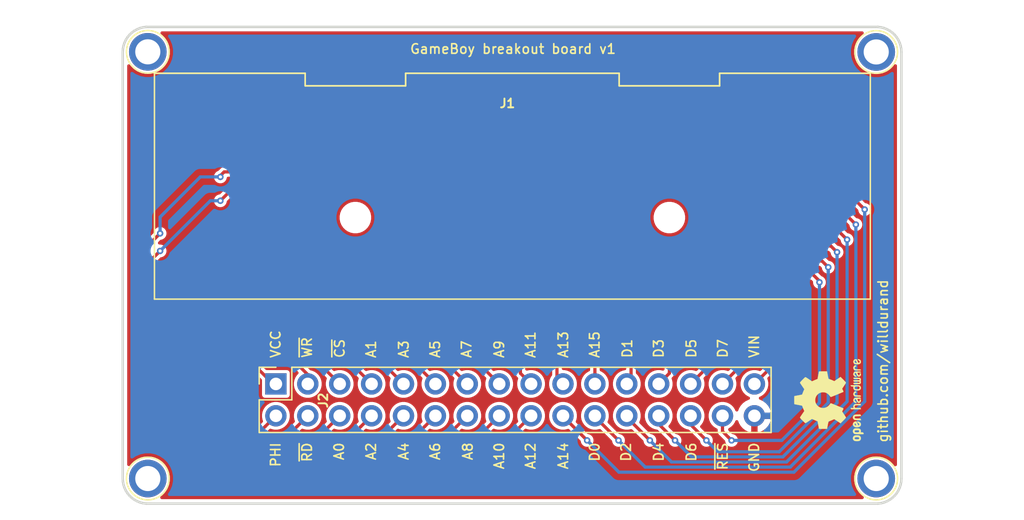
<source format=kicad_pcb>
(kicad_pcb (version 20171130) (host pcbnew "(5.1.5-0-10_14)")

  (general
    (thickness 1.6002)
    (drawings 258)
    (tracks 225)
    (zones 0)
    (modules 7)
    (nets 33)
  )

  (page USLetter)
  (title_block
    (rev 1)
  )

  (layers
    (0 Front signal)
    (31 Back signal)
    (34 B.Paste user)
    (35 F.Paste user)
    (36 B.SilkS user)
    (37 F.SilkS user)
    (38 B.Mask user)
    (39 F.Mask user)
    (41 Cmts.User user)
    (44 Edge.Cuts user)
    (45 Margin user)
    (46 B.CrtYd user)
    (47 F.CrtYd user)
    (49 F.Fab user)
  )

  (setup
    (last_trace_width 0.1524)
    (user_trace_width 0.254)
    (user_trace_width 0.508)
    (user_trace_width 0.762)
    (trace_clearance 0.1524)
    (zone_clearance 0.508)
    (zone_45_only no)
    (trace_min 0.1524)
    (via_size 0.508)
    (via_drill 0.254)
    (via_min_size 0.508)
    (via_min_drill 0.254)
    (user_via 0.6858 0.3302)
    (user_via 0.889 0.381)
    (uvia_size 0.6858)
    (uvia_drill 0.254)
    (uvias_allowed no)
    (uvia_min_size 0)
    (uvia_min_drill 0)
    (edge_width 0.0381)
    (segment_width 0.254)
    (pcb_text_width 0.3048)
    (pcb_text_size 1.524 1.524)
    (mod_edge_width 0.127)
    (mod_text_size 0.762 0.762)
    (mod_text_width 0.127)
    (pad_size 1.524 1.524)
    (pad_drill 0.762)
    (pad_to_mask_clearance 0.0508)
    (aux_axis_origin 0 0)
    (grid_origin 104.5 77.4)
    (visible_elements FFFFFF7F)
    (pcbplotparams
      (layerselection 0x010fc_ffffffff)
      (usegerberextensions false)
      (usegerberattributes false)
      (usegerberadvancedattributes false)
      (creategerberjobfile false)
      (excludeedgelayer true)
      (linewidth 0.152400)
      (plotframeref false)
      (viasonmask false)
      (mode 1)
      (useauxorigin false)
      (hpglpennumber 1)
      (hpglpenspeed 20)
      (hpglpendiameter 15.000000)
      (psnegative false)
      (psa4output false)
      (plotreference true)
      (plotvalue false)
      (plotinvisibletext false)
      (padsonsilk false)
      (subtractmaskfromsilk true)
      (outputformat 1)
      (mirror false)
      (drillshape 0)
      (scaleselection 1)
      (outputdirectory "./gerbers"))
  )

  (net 0 "")
  (net 1 /VCC)
  (net 2 /PHI)
  (net 3 /~WR)
  (net 4 /~RD)
  (net 5 /~CS)
  (net 6 /A0)
  (net 7 /A1)
  (net 8 /A2)
  (net 9 /A3)
  (net 10 /A4)
  (net 11 /A5)
  (net 12 /A6)
  (net 13 /A7)
  (net 14 /A8)
  (net 15 /A9)
  (net 16 /A10)
  (net 17 /A11)
  (net 18 /A12)
  (net 19 /A13)
  (net 20 /A14)
  (net 21 /A15)
  (net 22 /D0)
  (net 23 /D1)
  (net 24 /D2)
  (net 25 /D3)
  (net 26 /D4)
  (net 27 /D5)
  (net 28 /D6)
  (net 29 /D7)
  (net 30 /~RES)
  (net 31 /VIN)
  (net 32 /GND)

  (net_class Default "This is the default net class."
    (clearance 0.1524)
    (trace_width 0.1524)
    (via_dia 0.508)
    (via_drill 0.254)
    (uvia_dia 0.6858)
    (uvia_drill 0.254)
    (diff_pair_width 0.1524)
    (diff_pair_gap 0.1524)
    (add_net /A0)
    (add_net /A1)
    (add_net /A10)
    (add_net /A11)
    (add_net /A12)
    (add_net /A13)
    (add_net /A14)
    (add_net /A15)
    (add_net /A2)
    (add_net /A3)
    (add_net /A4)
    (add_net /A5)
    (add_net /A6)
    (add_net /A7)
    (add_net /A8)
    (add_net /A9)
    (add_net /D0)
    (add_net /D1)
    (add_net /D2)
    (add_net /D3)
    (add_net /D4)
    (add_net /D5)
    (add_net /D6)
    (add_net /D7)
    (add_net /GND)
    (add_net /PHI)
    (add_net /VCC)
    (add_net /VIN)
    (add_net /~CS)
    (add_net /~RD)
    (add_net /~RES)
    (add_net /~WR)
  )

  (module TestPoint:TestPoint_Plated_Hole_D2.0mm (layer Front) (tedit 5A0F774F) (tstamp 5EE2F3F0)
    (at 102.02 52.03)
    (descr "Plated Hole as test Point, diameter 2.0mm")
    (tags "test point plated hole")
    (attr virtual)
    (fp_text reference REF** (at 0 -2.498) (layer F.Fab)
      (effects (font (size 1 1) (thickness 0.15)))
    )
    (fp_text value TestPoint_Plated_Hole_D2.0mm (at 0 2.45) (layer F.Fab)
      (effects (font (size 1 1) (thickness 0.15)))
    )
    (fp_text user %R (at 0 -2.5) (layer F.Fab)
      (effects (font (size 1 1) (thickness 0.15)))
    )
    (fp_circle (center 0 0) (end 1.8 0) (layer F.CrtYd) (width 0.05))
    (fp_circle (center 0 0) (end 0 -1.7) (layer F.SilkS) (width 0.12))
    (pad 1 thru_hole circle (at 0 0) (size 3 3) (drill 2) (layers *.Cu *.Mask))
  )

  (module TestPoint:TestPoint_Plated_Hole_D2.0mm (layer Front) (tedit 5A0F774F) (tstamp 5EE2F3DF)
    (at 102.02 86.04)
    (descr "Plated Hole as test Point, diameter 2.0mm")
    (tags "test point plated hole")
    (attr virtual)
    (fp_text reference REF** (at 0 -2.498) (layer F.Fab)
      (effects (font (size 1 1) (thickness 0.15)))
    )
    (fp_text value TestPoint_Plated_Hole_D2.0mm (at 0 2.45) (layer F.Fab)
      (effects (font (size 1 1) (thickness 0.15)))
    )
    (fp_circle (center 0 0) (end 0 -1.7) (layer F.SilkS) (width 0.12))
    (fp_circle (center 0 0) (end 1.8 0) (layer F.CrtYd) (width 0.05))
    (fp_text user %R (at 0 -2.5) (layer F.Fab)
      (effects (font (size 1 1) (thickness 0.15)))
    )
    (pad 1 thru_hole circle (at 0 0) (size 3 3) (drill 2) (layers *.Cu *.Mask))
  )

  (module TestPoint:TestPoint_Plated_Hole_D2.0mm (layer Front) (tedit 5A0F774F) (tstamp 5EE2F3C8)
    (at 160.02 86.04)
    (descr "Plated Hole as test Point, diameter 2.0mm")
    (tags "test point plated hole")
    (attr virtual)
    (fp_text reference REF** (at 0 -2.498) (layer F.Fab)
      (effects (font (size 1 1) (thickness 0.15)))
    )
    (fp_text value TestPoint_Plated_Hole_D2.0mm (at 0 2.45) (layer F.Fab)
      (effects (font (size 1 1) (thickness 0.15)))
    )
    (fp_text user %R (at 0 -2.5) (layer F.Fab)
      (effects (font (size 1 1) (thickness 0.15)))
    )
    (fp_circle (center 0 0) (end 1.8 0) (layer F.CrtYd) (width 0.05))
    (fp_circle (center 0 0) (end 0 -1.7) (layer F.SilkS) (width 0.12))
    (pad 1 thru_hole circle (at 0 0) (size 3 3) (drill 2) (layers *.Cu *.Mask))
  )

  (module TestPoint:TestPoint_Plated_Hole_D2.0mm (layer Front) (tedit 5A0F774F) (tstamp 5EE2F2CF)
    (at 160.02 52.04)
    (descr "Plated Hole as test Point, diameter 2.0mm")
    (tags "test point plated hole")
    (attr virtual)
    (fp_text reference REF** (at 0 -2.498) (layer F.Fab)
      (effects (font (size 1 1) (thickness 0.15)))
    )
    (fp_text value TestPoint_Plated_Hole_D2.0mm (at 0 2.45) (layer F.Fab)
      (effects (font (size 1 1) (thickness 0.15)))
    )
    (fp_circle (center 0 0) (end 0 -1.7) (layer F.SilkS) (width 0.12))
    (fp_circle (center 0 0) (end 1.8 0) (layer F.CrtYd) (width 0.05))
    (fp_text user %R (at 0 -2.5) (layer F.Fab)
      (effects (font (size 1 1) (thickness 0.15)))
    )
    (pad 1 thru_hole circle (at 0 0) (size 3 3) (drill 2) (layers *.Cu *.Mask))
  )

  (module Symbol:OSHW-Logo2_7.3x6mm_SilkScreen (layer Front) (tedit 0) (tstamp 5EE2E46A)
    (at 156.25 79.79 90)
    (descr "Open Source Hardware Symbol")
    (tags "Logo Symbol OSHW")
    (attr virtual)
    (fp_text reference REF** (at 0 0 90) (layer F.SilkS) hide
      (effects (font (size 1 1) (thickness 0.15)))
    )
    (fp_text value OSHW-Logo2_7.3x6mm_SilkScreen (at 0.75 0 90) (layer F.Fab) hide
      (effects (font (size 1 1) (thickness 0.15)))
    )
    (fp_poly (pts (xy 0.10391 -2.757652) (xy 0.182454 -2.757222) (xy 0.239298 -2.756058) (xy 0.278105 -2.753793)
      (xy 0.302538 -2.75006) (xy 0.316262 -2.744494) (xy 0.32294 -2.736727) (xy 0.326236 -2.726395)
      (xy 0.326556 -2.725057) (xy 0.331562 -2.700921) (xy 0.340829 -2.653299) (xy 0.353392 -2.587259)
      (xy 0.368287 -2.507872) (xy 0.384551 -2.420204) (xy 0.385119 -2.417125) (xy 0.40141 -2.331211)
      (xy 0.416652 -2.255304) (xy 0.429861 -2.193955) (xy 0.440054 -2.151718) (xy 0.446248 -2.133145)
      (xy 0.446543 -2.132816) (xy 0.464788 -2.123747) (xy 0.502405 -2.108633) (xy 0.551271 -2.090738)
      (xy 0.551543 -2.090642) (xy 0.613093 -2.067507) (xy 0.685657 -2.038035) (xy 0.754057 -2.008403)
      (xy 0.757294 -2.006938) (xy 0.868702 -1.956374) (xy 1.115399 -2.12484) (xy 1.191077 -2.176197)
      (xy 1.259631 -2.222111) (xy 1.317088 -2.25997) (xy 1.359476 -2.287163) (xy 1.382825 -2.301079)
      (xy 1.385042 -2.302111) (xy 1.40201 -2.297516) (xy 1.433701 -2.275345) (xy 1.481352 -2.234553)
      (xy 1.546198 -2.174095) (xy 1.612397 -2.109773) (xy 1.676214 -2.046388) (xy 1.733329 -1.988549)
      (xy 1.780305 -1.939825) (xy 1.813703 -1.90379) (xy 1.830085 -1.884016) (xy 1.830694 -1.882998)
      (xy 1.832505 -1.869428) (xy 1.825683 -1.847267) (xy 1.80854 -1.813522) (xy 1.779393 -1.7652)
      (xy 1.736555 -1.699308) (xy 1.679448 -1.614483) (xy 1.628766 -1.539823) (xy 1.583461 -1.47286)
      (xy 1.54615 -1.417484) (xy 1.519452 -1.37758) (xy 1.505985 -1.357038) (xy 1.505137 -1.355644)
      (xy 1.506781 -1.335962) (xy 1.519245 -1.297707) (xy 1.540048 -1.248111) (xy 1.547462 -1.232272)
      (xy 1.579814 -1.16171) (xy 1.614328 -1.081647) (xy 1.642365 -1.012371) (xy 1.662568 -0.960955)
      (xy 1.678615 -0.921881) (xy 1.687888 -0.901459) (xy 1.689041 -0.899886) (xy 1.706096 -0.897279)
      (xy 1.746298 -0.890137) (xy 1.804302 -0.879477) (xy 1.874763 -0.866315) (xy 1.952335 -0.851667)
      (xy 2.031672 -0.836551) (xy 2.107431 -0.821982) (xy 2.174264 -0.808978) (xy 2.226828 -0.798555)
      (xy 2.259776 -0.79173) (xy 2.267857 -0.789801) (xy 2.276205 -0.785038) (xy 2.282506 -0.774282)
      (xy 2.287045 -0.753902) (xy 2.290104 -0.720266) (xy 2.291967 -0.669745) (xy 2.292918 -0.598708)
      (xy 2.29324 -0.503524) (xy 2.293257 -0.464508) (xy 2.293257 -0.147201) (xy 2.217057 -0.132161)
      (xy 2.174663 -0.124005) (xy 2.1114 -0.112101) (xy 2.034962 -0.097884) (xy 1.953043 -0.08279)
      (xy 1.9304 -0.078645) (xy 1.854806 -0.063947) (xy 1.788953 -0.049495) (xy 1.738366 -0.036625)
      (xy 1.708574 -0.026678) (xy 1.703612 -0.023713) (xy 1.691426 -0.002717) (xy 1.673953 0.037967)
      (xy 1.654577 0.090322) (xy 1.650734 0.1016) (xy 1.625339 0.171523) (xy 1.593817 0.250418)
      (xy 1.562969 0.321266) (xy 1.562817 0.321595) (xy 1.511447 0.432733) (xy 1.680399 0.681253)
      (xy 1.849352 0.929772) (xy 1.632429 1.147058) (xy 1.566819 1.211726) (xy 1.506979 1.268733)
      (xy 1.456267 1.315033) (xy 1.418046 1.347584) (xy 1.395675 1.363343) (xy 1.392466 1.364343)
      (xy 1.373626 1.356469) (xy 1.33518 1.334578) (xy 1.28133 1.301267) (xy 1.216276 1.259131)
      (xy 1.14594 1.211943) (xy 1.074555 1.16381) (xy 1.010908 1.121928) (xy 0.959041 1.088871)
      (xy 0.922995 1.067218) (xy 0.906867 1.059543) (xy 0.887189 1.066037) (xy 0.849875 1.08315)
      (xy 0.802621 1.107326) (xy 0.797612 1.110013) (xy 0.733977 1.141927) (xy 0.690341 1.157579)
      (xy 0.663202 1.157745) (xy 0.649057 1.143204) (xy 0.648975 1.143) (xy 0.641905 1.125779)
      (xy 0.625042 1.084899) (xy 0.599695 1.023525) (xy 0.567171 0.944819) (xy 0.528778 0.851947)
      (xy 0.485822 0.748072) (xy 0.444222 0.647502) (xy 0.398504 0.536516) (xy 0.356526 0.433703)
      (xy 0.319548 0.342215) (xy 0.288827 0.265201) (xy 0.265622 0.205815) (xy 0.25119 0.167209)
      (xy 0.246743 0.1528) (xy 0.257896 0.136272) (xy 0.287069 0.10993) (xy 0.325971 0.080887)
      (xy 0.436757 -0.010961) (xy 0.523351 -0.116241) (xy 0.584716 -0.232734) (xy 0.619815 -0.358224)
      (xy 0.627608 -0.490493) (xy 0.621943 -0.551543) (xy 0.591078 -0.678205) (xy 0.53792 -0.790059)
      (xy 0.465767 -0.885999) (xy 0.377917 -0.964924) (xy 0.277665 -1.02573) (xy 0.16831 -1.067313)
      (xy 0.053147 -1.088572) (xy -0.064525 -1.088401) (xy -0.18141 -1.065699) (xy -0.294211 -1.019362)
      (xy -0.399631 -0.948287) (xy -0.443632 -0.908089) (xy -0.528021 -0.804871) (xy -0.586778 -0.692075)
      (xy -0.620296 -0.57299) (xy -0.628965 -0.450905) (xy -0.613177 -0.329107) (xy -0.573322 -0.210884)
      (xy -0.509793 -0.099525) (xy -0.422979 0.001684) (xy -0.325971 0.080887) (xy -0.285563 0.111162)
      (xy -0.257018 0.137219) (xy -0.246743 0.152825) (xy -0.252123 0.169843) (xy -0.267425 0.2105)
      (xy -0.291388 0.271642) (xy -0.322756 0.350119) (xy -0.360268 0.44278) (xy -0.402667 0.546472)
      (xy -0.444337 0.647526) (xy -0.49031 0.758607) (xy -0.532893 0.861541) (xy -0.570779 0.953165)
      (xy -0.60266 1.030316) (xy -0.627229 1.089831) (xy -0.64318 1.128544) (xy -0.64909 1.143)
      (xy -0.663052 1.157685) (xy -0.69006 1.157642) (xy -0.733587 1.142099) (xy -0.79711 1.110284)
      (xy -0.797612 1.110013) (xy -0.84544 1.085323) (xy -0.884103 1.067338) (xy -0.905905 1.059614)
      (xy -0.906867 1.059543) (xy -0.923279 1.067378) (xy -0.959513 1.089165) (xy -1.011526 1.122328)
      (xy -1.075275 1.164291) (xy -1.14594 1.211943) (xy -1.217884 1.260191) (xy -1.282726 1.302151)
      (xy -1.336265 1.335227) (xy -1.374303 1.356821) (xy -1.392467 1.364343) (xy -1.409192 1.354457)
      (xy -1.44282 1.326826) (xy -1.48999 1.284495) (xy -1.547342 1.230505) (xy -1.611516 1.167899)
      (xy -1.632503 1.146983) (xy -1.849501 0.929623) (xy -1.684332 0.68722) (xy -1.634136 0.612781)
      (xy -1.590081 0.545972) (xy -1.554638 0.490665) (xy -1.530281 0.450729) (xy -1.519478 0.430036)
      (xy -1.519162 0.428563) (xy -1.524857 0.409058) (xy -1.540174 0.369822) (xy -1.562463 0.31743)
      (xy -1.578107 0.282355) (xy -1.607359 0.215201) (xy -1.634906 0.147358) (xy -1.656263 0.090034)
      (xy -1.662065 0.072572) (xy -1.678548 0.025938) (xy -1.69466 -0.010095) (xy -1.70351 -0.023713)
      (xy -1.72304 -0.032048) (xy -1.765666 -0.043863) (xy -1.825855 -0.057819) (xy -1.898078 -0.072578)
      (xy -1.9304 -0.078645) (xy -2.012478 -0.093727) (xy -2.091205 -0.108331) (xy -2.158891 -0.12102)
      (xy -2.20784 -0.130358) (xy -2.217057 -0.132161) (xy -2.293257 -0.147201) (xy -2.293257 -0.464508)
      (xy -2.293086 -0.568846) (xy -2.292384 -0.647787) (xy -2.290866 -0.704962) (xy -2.288251 -0.744001)
      (xy -2.284254 -0.768535) (xy -2.278591 -0.782195) (xy -2.27098 -0.788611) (xy -2.267857 -0.789801)
      (xy -2.249022 -0.79402) (xy -2.207412 -0.802438) (xy -2.14837 -0.814039) (xy -2.077243 -0.827805)
      (xy -1.999375 -0.84272) (xy -1.920113 -0.857768) (xy -1.844802 -0.871931) (xy -1.778787 -0.884194)
      (xy -1.727413 -0.893539) (xy -1.696025 -0.89895) (xy -1.689041 -0.899886) (xy -1.682715 -0.912404)
      (xy -1.66871 -0.945754) (xy -1.649645 -0.993623) (xy -1.642366 -1.012371) (xy -1.613004 -1.084805)
      (xy -1.578429 -1.16483) (xy -1.547463 -1.232272) (xy -1.524677 -1.283841) (xy -1.509518 -1.326215)
      (xy -1.504458 -1.352166) (xy -1.505264 -1.355644) (xy -1.515959 -1.372064) (xy -1.54038 -1.408583)
      (xy -1.575905 -1.461313) (xy -1.619913 -1.526365) (xy -1.669783 -1.599849) (xy -1.679644 -1.614355)
      (xy -1.737508 -1.700296) (xy -1.780044 -1.765739) (xy -1.808946 -1.813696) (xy -1.82591 -1.84718)
      (xy -1.832633 -1.869205) (xy -1.83081 -1.882783) (xy -1.830764 -1.882869) (xy -1.816414 -1.900703)
      (xy -1.784677 -1.935183) (xy -1.73899 -1.982732) (xy -1.682796 -2.039778) (xy -1.619532 -2.102745)
      (xy -1.612398 -2.109773) (xy -1.53267 -2.18698) (xy -1.471143 -2.24367) (xy -1.426579 -2.28089)
      (xy -1.397743 -2.299685) (xy -1.385042 -2.302111) (xy -1.366506 -2.291529) (xy -1.328039 -2.267084)
      (xy -1.273614 -2.231388) (xy -1.207202 -2.187053) (xy -1.132775 -2.136689) (xy -1.115399 -2.12484)
      (xy -0.868703 -1.956374) (xy -0.757294 -2.006938) (xy -0.689543 -2.036405) (xy -0.616817 -2.066041)
      (xy -0.554297 -2.08967) (xy -0.551543 -2.090642) (xy -0.50264 -2.108543) (xy -0.464943 -2.12368)
      (xy -0.446575 -2.13279) (xy -0.446544 -2.132816) (xy -0.440715 -2.149283) (xy -0.430808 -2.189781)
      (xy -0.417805 -2.249758) (xy -0.402691 -2.32466) (xy -0.386448 -2.409936) (xy -0.385119 -2.417125)
      (xy -0.368825 -2.504986) (xy -0.353867 -2.58474) (xy -0.341209 -2.651319) (xy -0.331814 -2.699653)
      (xy -0.326646 -2.724675) (xy -0.326556 -2.725057) (xy -0.323411 -2.735701) (xy -0.317296 -2.743738)
      (xy -0.304547 -2.749533) (xy -0.2815 -2.753453) (xy -0.244491 -2.755865) (xy -0.189856 -2.757135)
      (xy -0.113933 -2.757629) (xy -0.013056 -2.757714) (xy 0 -2.757714) (xy 0.10391 -2.757652)) (layer F.SilkS) (width 0.01))
    (fp_poly (pts (xy 3.153595 1.966966) (xy 3.211021 2.004497) (xy 3.238719 2.038096) (xy 3.260662 2.099064)
      (xy 3.262405 2.147308) (xy 3.258457 2.211816) (xy 3.109686 2.276934) (xy 3.037349 2.310202)
      (xy 2.990084 2.336964) (xy 2.965507 2.360144) (xy 2.961237 2.382667) (xy 2.974889 2.407455)
      (xy 2.989943 2.423886) (xy 3.033746 2.450235) (xy 3.081389 2.452081) (xy 3.125145 2.431546)
      (xy 3.157289 2.390752) (xy 3.163038 2.376347) (xy 3.190576 2.331356) (xy 3.222258 2.312182)
      (xy 3.265714 2.295779) (xy 3.265714 2.357966) (xy 3.261872 2.400283) (xy 3.246823 2.435969)
      (xy 3.21528 2.476943) (xy 3.210592 2.482267) (xy 3.175506 2.51872) (xy 3.145347 2.538283)
      (xy 3.107615 2.547283) (xy 3.076335 2.55023) (xy 3.020385 2.550965) (xy 2.980555 2.54166)
      (xy 2.955708 2.527846) (xy 2.916656 2.497467) (xy 2.889625 2.464613) (xy 2.872517 2.423294)
      (xy 2.863238 2.367521) (xy 2.859693 2.291305) (xy 2.85941 2.252622) (xy 2.860372 2.206247)
      (xy 2.948007 2.206247) (xy 2.949023 2.231126) (xy 2.951556 2.2352) (xy 2.968274 2.229665)
      (xy 3.004249 2.215017) (xy 3.052331 2.19419) (xy 3.062386 2.189714) (xy 3.123152 2.158814)
      (xy 3.156632 2.131657) (xy 3.16399 2.10622) (xy 3.146391 2.080481) (xy 3.131856 2.069109)
      (xy 3.07941 2.046364) (xy 3.030322 2.050122) (xy 2.989227 2.077884) (xy 2.960758 2.127152)
      (xy 2.951631 2.166257) (xy 2.948007 2.206247) (xy 2.860372 2.206247) (xy 2.861285 2.162249)
      (xy 2.868196 2.095384) (xy 2.881884 2.046695) (xy 2.904096 2.010849) (xy 2.936574 1.982513)
      (xy 2.950733 1.973355) (xy 3.015053 1.949507) (xy 3.085473 1.948006) (xy 3.153595 1.966966)) (layer F.SilkS) (width 0.01))
    (fp_poly (pts (xy 2.6526 1.958752) (xy 2.669948 1.966334) (xy 2.711356 1.999128) (xy 2.746765 2.046547)
      (xy 2.768664 2.097151) (xy 2.772229 2.122098) (xy 2.760279 2.156927) (xy 2.734067 2.175357)
      (xy 2.705964 2.186516) (xy 2.693095 2.188572) (xy 2.686829 2.173649) (xy 2.674456 2.141175)
      (xy 2.669028 2.126502) (xy 2.63859 2.075744) (xy 2.59452 2.050427) (xy 2.53801 2.051206)
      (xy 2.533825 2.052203) (xy 2.503655 2.066507) (xy 2.481476 2.094393) (xy 2.466327 2.139287)
      (xy 2.45725 2.204615) (xy 2.453286 2.293804) (xy 2.452914 2.341261) (xy 2.45273 2.416071)
      (xy 2.451522 2.467069) (xy 2.448309 2.499471) (xy 2.442109 2.518495) (xy 2.43194 2.529356)
      (xy 2.416819 2.537272) (xy 2.415946 2.53767) (xy 2.386828 2.549981) (xy 2.372403 2.554514)
      (xy 2.370186 2.540809) (xy 2.368289 2.502925) (xy 2.366847 2.445715) (xy 2.365998 2.374027)
      (xy 2.365829 2.321565) (xy 2.366692 2.220047) (xy 2.37007 2.143032) (xy 2.377142 2.086023)
      (xy 2.389088 2.044526) (xy 2.40709 2.014043) (xy 2.432327 1.99008) (xy 2.457247 1.973355)
      (xy 2.517171 1.951097) (xy 2.586911 1.946076) (xy 2.6526 1.958752)) (layer F.SilkS) (width 0.01))
    (fp_poly (pts (xy 2.144876 1.956335) (xy 2.186667 1.975344) (xy 2.219469 1.998378) (xy 2.243503 2.024133)
      (xy 2.260097 2.057358) (xy 2.270577 2.1028) (xy 2.276271 2.165207) (xy 2.278507 2.249327)
      (xy 2.278743 2.304721) (xy 2.278743 2.520826) (xy 2.241774 2.53767) (xy 2.212656 2.549981)
      (xy 2.198231 2.554514) (xy 2.195472 2.541025) (xy 2.193282 2.504653) (xy 2.191942 2.451542)
      (xy 2.191657 2.409372) (xy 2.190434 2.348447) (xy 2.187136 2.300115) (xy 2.182321 2.270518)
      (xy 2.178496 2.264229) (xy 2.152783 2.270652) (xy 2.112418 2.287125) (xy 2.065679 2.309458)
      (xy 2.020845 2.333457) (xy 1.986193 2.35493) (xy 1.970002 2.369685) (xy 1.969938 2.369845)
      (xy 1.97133 2.397152) (xy 1.983818 2.423219) (xy 2.005743 2.444392) (xy 2.037743 2.451474)
      (xy 2.065092 2.450649) (xy 2.103826 2.450042) (xy 2.124158 2.459116) (xy 2.136369 2.483092)
      (xy 2.137909 2.487613) (xy 2.143203 2.521806) (xy 2.129047 2.542568) (xy 2.092148 2.552462)
      (xy 2.052289 2.554292) (xy 1.980562 2.540727) (xy 1.943432 2.521355) (xy 1.897576 2.475845)
      (xy 1.873256 2.419983) (xy 1.871073 2.360957) (xy 1.891629 2.305953) (xy 1.922549 2.271486)
      (xy 1.95342 2.252189) (xy 2.001942 2.227759) (xy 2.058485 2.202985) (xy 2.06791 2.199199)
      (xy 2.130019 2.171791) (xy 2.165822 2.147634) (xy 2.177337 2.123619) (xy 2.16658 2.096635)
      (xy 2.148114 2.075543) (xy 2.104469 2.049572) (xy 2.056446 2.047624) (xy 2.012406 2.067637)
      (xy 1.980709 2.107551) (xy 1.976549 2.117848) (xy 1.952327 2.155724) (xy 1.916965 2.183842)
      (xy 1.872343 2.206917) (xy 1.872343 2.141485) (xy 1.874969 2.101506) (xy 1.88623 2.069997)
      (xy 1.911199 2.036378) (xy 1.935169 2.010484) (xy 1.972441 1.973817) (xy 2.001401 1.954121)
      (xy 2.032505 1.94622) (xy 2.067713 1.944914) (xy 2.144876 1.956335)) (layer F.SilkS) (width 0.01))
    (fp_poly (pts (xy 1.779833 1.958663) (xy 1.782048 1.99685) (xy 1.783784 2.054886) (xy 1.784899 2.12818)
      (xy 1.785257 2.205055) (xy 1.785257 2.465196) (xy 1.739326 2.511127) (xy 1.707675 2.539429)
      (xy 1.67989 2.550893) (xy 1.641915 2.550168) (xy 1.62684 2.548321) (xy 1.579726 2.542948)
      (xy 1.540756 2.539869) (xy 1.531257 2.539585) (xy 1.499233 2.541445) (xy 1.453432 2.546114)
      (xy 1.435674 2.548321) (xy 1.392057 2.551735) (xy 1.362745 2.54432) (xy 1.33368 2.521427)
      (xy 1.323188 2.511127) (xy 1.277257 2.465196) (xy 1.277257 1.978602) (xy 1.314226 1.961758)
      (xy 1.346059 1.949282) (xy 1.364683 1.944914) (xy 1.369458 1.958718) (xy 1.373921 1.997286)
      (xy 1.377775 2.056356) (xy 1.380722 2.131663) (xy 1.382143 2.195286) (xy 1.386114 2.445657)
      (xy 1.420759 2.450556) (xy 1.452268 2.447131) (xy 1.467708 2.436041) (xy 1.472023 2.415308)
      (xy 1.475708 2.371145) (xy 1.478469 2.309146) (xy 1.480012 2.234909) (xy 1.480235 2.196706)
      (xy 1.480457 1.976783) (xy 1.526166 1.960849) (xy 1.558518 1.950015) (xy 1.576115 1.944962)
      (xy 1.576623 1.944914) (xy 1.578388 1.958648) (xy 1.580329 1.99673) (xy 1.582282 2.054482)
      (xy 1.584084 2.127227) (xy 1.585343 2.195286) (xy 1.589314 2.445657) (xy 1.6764 2.445657)
      (xy 1.680396 2.21724) (xy 1.684392 1.988822) (xy 1.726847 1.966868) (xy 1.758192 1.951793)
      (xy 1.776744 1.944951) (xy 1.777279 1.944914) (xy 1.779833 1.958663)) (layer F.SilkS) (width 0.01))
    (fp_poly (pts (xy 1.190117 2.065358) (xy 1.189933 2.173837) (xy 1.189219 2.257287) (xy 1.187675 2.319704)
      (xy 1.185001 2.365085) (xy 1.180894 2.397429) (xy 1.175055 2.420733) (xy 1.167182 2.438995)
      (xy 1.161221 2.449418) (xy 1.111855 2.505945) (xy 1.049264 2.541377) (xy 0.980013 2.55409)
      (xy 0.910668 2.542463) (xy 0.869375 2.521568) (xy 0.826025 2.485422) (xy 0.796481 2.441276)
      (xy 0.778655 2.383462) (xy 0.770463 2.306313) (xy 0.769302 2.249714) (xy 0.769458 2.245647)
      (xy 0.870857 2.245647) (xy 0.871476 2.31055) (xy 0.874314 2.353514) (xy 0.88084 2.381622)
      (xy 0.892523 2.401953) (xy 0.906483 2.417288) (xy 0.953365 2.44689) (xy 1.003701 2.449419)
      (xy 1.051276 2.424705) (xy 1.054979 2.421356) (xy 1.070783 2.403935) (xy 1.080693 2.383209)
      (xy 1.086058 2.352362) (xy 1.088228 2.304577) (xy 1.088571 2.251748) (xy 1.087827 2.185381)
      (xy 1.084748 2.141106) (xy 1.078061 2.112009) (xy 1.066496 2.091173) (xy 1.057013 2.080107)
      (xy 1.01296 2.052198) (xy 0.962224 2.048843) (xy 0.913796 2.070159) (xy 0.90445 2.078073)
      (xy 0.88854 2.095647) (xy 0.87861 2.116587) (xy 0.873278 2.147782) (xy 0.871163 2.196122)
      (xy 0.870857 2.245647) (xy 0.769458 2.245647) (xy 0.77281 2.158568) (xy 0.784726 2.090086)
      (xy 0.807135 2.0386) (xy 0.842124 1.998443) (xy 0.869375 1.977861) (xy 0.918907 1.955625)
      (xy 0.976316 1.945304) (xy 1.029682 1.948067) (xy 1.059543 1.959212) (xy 1.071261 1.962383)
      (xy 1.079037 1.950557) (xy 1.084465 1.918866) (xy 1.088571 1.870593) (xy 1.093067 1.816829)
      (xy 1.099313 1.784482) (xy 1.110676 1.765985) (xy 1.130528 1.75377) (xy 1.143 1.748362)
      (xy 1.190171 1.728601) (xy 1.190117 2.065358)) (layer F.SilkS) (width 0.01))
    (fp_poly (pts (xy 0.529926 1.949755) (xy 0.595858 1.974084) (xy 0.649273 2.017117) (xy 0.670164 2.047409)
      (xy 0.692939 2.102994) (xy 0.692466 2.143186) (xy 0.668562 2.170217) (xy 0.659717 2.174813)
      (xy 0.62153 2.189144) (xy 0.602028 2.185472) (xy 0.595422 2.161407) (xy 0.595086 2.148114)
      (xy 0.582992 2.09921) (xy 0.551471 2.064999) (xy 0.507659 2.048476) (xy 0.458695 2.052634)
      (xy 0.418894 2.074227) (xy 0.40545 2.086544) (xy 0.395921 2.101487) (xy 0.389485 2.124075)
      (xy 0.385317 2.159328) (xy 0.382597 2.212266) (xy 0.380502 2.287907) (xy 0.37996 2.311857)
      (xy 0.377981 2.39379) (xy 0.375731 2.451455) (xy 0.372357 2.489608) (xy 0.367006 2.513004)
      (xy 0.358824 2.526398) (xy 0.346959 2.534545) (xy 0.339362 2.538144) (xy 0.307102 2.550452)
      (xy 0.288111 2.554514) (xy 0.281836 2.540948) (xy 0.278006 2.499934) (xy 0.2766 2.430999)
      (xy 0.277598 2.333669) (xy 0.277908 2.318657) (xy 0.280101 2.229859) (xy 0.282693 2.165019)
      (xy 0.286382 2.119067) (xy 0.291864 2.086935) (xy 0.299835 2.063553) (xy 0.310993 2.043852)
      (xy 0.31683 2.03541) (xy 0.350296 1.998057) (xy 0.387727 1.969003) (xy 0.392309 1.966467)
      (xy 0.459426 1.946443) (xy 0.529926 1.949755)) (layer F.SilkS) (width 0.01))
    (fp_poly (pts (xy 0.039744 1.950968) (xy 0.096616 1.972087) (xy 0.097267 1.972493) (xy 0.13244 1.99838)
      (xy 0.158407 2.028633) (xy 0.17667 2.068058) (xy 0.188732 2.121462) (xy 0.196096 2.193651)
      (xy 0.200264 2.289432) (xy 0.200629 2.303078) (xy 0.205876 2.508842) (xy 0.161716 2.531678)
      (xy 0.129763 2.54711) (xy 0.11047 2.554423) (xy 0.109578 2.554514) (xy 0.106239 2.541022)
      (xy 0.103587 2.504626) (xy 0.101956 2.451452) (xy 0.1016 2.408393) (xy 0.101592 2.338641)
      (xy 0.098403 2.294837) (xy 0.087288 2.273944) (xy 0.063501 2.272925) (xy 0.022296 2.288741)
      (xy -0.039914 2.317815) (xy -0.085659 2.341963) (xy -0.109187 2.362913) (xy -0.116104 2.385747)
      (xy -0.116114 2.386877) (xy -0.104701 2.426212) (xy -0.070908 2.447462) (xy -0.019191 2.450539)
      (xy 0.018061 2.450006) (xy 0.037703 2.460735) (xy 0.049952 2.486505) (xy 0.057002 2.519337)
      (xy 0.046842 2.537966) (xy 0.043017 2.540632) (xy 0.007001 2.55134) (xy -0.043434 2.552856)
      (xy -0.095374 2.545759) (xy -0.132178 2.532788) (xy -0.183062 2.489585) (xy -0.211986 2.429446)
      (xy -0.217714 2.382462) (xy -0.213343 2.340082) (xy -0.197525 2.305488) (xy -0.166203 2.274763)
      (xy -0.115322 2.24399) (xy -0.040824 2.209252) (xy -0.036286 2.207288) (xy 0.030821 2.176287)
      (xy 0.072232 2.150862) (xy 0.089981 2.128014) (xy 0.086107 2.104745) (xy 0.062643 2.078056)
      (xy 0.055627 2.071914) (xy 0.00863 2.0481) (xy -0.040067 2.049103) (xy -0.082478 2.072451)
      (xy -0.110616 2.115675) (xy -0.113231 2.12416) (xy -0.138692 2.165308) (xy -0.170999 2.185128)
      (xy -0.217714 2.20477) (xy -0.217714 2.15395) (xy -0.203504 2.080082) (xy -0.161325 2.012327)
      (xy -0.139376 1.989661) (xy -0.089483 1.960569) (xy -0.026033 1.9474) (xy 0.039744 1.950968)) (layer F.SilkS) (width 0.01))
    (fp_poly (pts (xy -0.624114 1.851289) (xy -0.619861 1.910613) (xy -0.614975 1.945572) (xy -0.608205 1.96082)
      (xy -0.598298 1.961015) (xy -0.595086 1.959195) (xy -0.552356 1.946015) (xy -0.496773 1.946785)
      (xy -0.440263 1.960333) (xy -0.404918 1.977861) (xy -0.368679 2.005861) (xy -0.342187 2.037549)
      (xy -0.324001 2.077813) (xy -0.312678 2.131543) (xy -0.306778 2.203626) (xy -0.304857 2.298951)
      (xy -0.304823 2.317237) (xy -0.3048 2.522646) (xy -0.350509 2.53858) (xy -0.382973 2.54942)
      (xy -0.400785 2.554468) (xy -0.401309 2.554514) (xy -0.403063 2.540828) (xy -0.404556 2.503076)
      (xy -0.405674 2.446224) (xy -0.406303 2.375234) (xy -0.4064 2.332073) (xy -0.406602 2.246973)
      (xy -0.407642 2.185981) (xy -0.410169 2.144177) (xy -0.414836 2.116642) (xy -0.422293 2.098456)
      (xy -0.433189 2.084698) (xy -0.439993 2.078073) (xy -0.486728 2.051375) (xy -0.537728 2.049375)
      (xy -0.583999 2.071955) (xy -0.592556 2.080107) (xy -0.605107 2.095436) (xy -0.613812 2.113618)
      (xy -0.619369 2.139909) (xy -0.622474 2.179562) (xy -0.623824 2.237832) (xy -0.624114 2.318173)
      (xy -0.624114 2.522646) (xy -0.669823 2.53858) (xy -0.702287 2.54942) (xy -0.720099 2.554468)
      (xy -0.720623 2.554514) (xy -0.721963 2.540623) (xy -0.723172 2.501439) (xy -0.724199 2.4407)
      (xy -0.724998 2.362141) (xy -0.725519 2.269498) (xy -0.725714 2.166509) (xy -0.725714 1.769342)
      (xy -0.678543 1.749444) (xy -0.631371 1.729547) (xy -0.624114 1.851289)) (layer F.SilkS) (width 0.01))
    (fp_poly (pts (xy -1.831697 1.931239) (xy -1.774473 1.969735) (xy -1.730251 2.025335) (xy -1.703833 2.096086)
      (xy -1.69849 2.148162) (xy -1.699097 2.169893) (xy -1.704178 2.186531) (xy -1.718145 2.201437)
      (xy -1.745411 2.217973) (xy -1.790388 2.239498) (xy -1.857489 2.269374) (xy -1.857829 2.269524)
      (xy -1.919593 2.297813) (xy -1.970241 2.322933) (xy -2.004596 2.342179) (xy -2.017482 2.352848)
      (xy -2.017486 2.352934) (xy -2.006128 2.376166) (xy -1.979569 2.401774) (xy -1.949077 2.420221)
      (xy -1.93363 2.423886) (xy -1.891485 2.411212) (xy -1.855192 2.379471) (xy -1.837483 2.344572)
      (xy -1.820448 2.318845) (xy -1.787078 2.289546) (xy -1.747851 2.264235) (xy -1.713244 2.250471)
      (xy -1.706007 2.249714) (xy -1.697861 2.26216) (xy -1.69737 2.293972) (xy -1.703357 2.336866)
      (xy -1.714643 2.382558) (xy -1.73005 2.422761) (xy -1.730829 2.424322) (xy -1.777196 2.489062)
      (xy -1.837289 2.533097) (xy -1.905535 2.554711) (xy -1.976362 2.552185) (xy -2.044196 2.523804)
      (xy -2.047212 2.521808) (xy -2.100573 2.473448) (xy -2.13566 2.410352) (xy -2.155078 2.327387)
      (xy -2.157684 2.304078) (xy -2.162299 2.194055) (xy -2.156767 2.142748) (xy -2.017486 2.142748)
      (xy -2.015676 2.174753) (xy -2.005778 2.184093) (xy -1.981102 2.177105) (xy -1.942205 2.160587)
      (xy -1.898725 2.139881) (xy -1.897644 2.139333) (xy -1.860791 2.119949) (xy -1.846 2.107013)
      (xy -1.849647 2.093451) (xy -1.865005 2.075632) (xy -1.904077 2.049845) (xy -1.946154 2.04795)
      (xy -1.983897 2.066717) (xy -2.009966 2.102915) (xy -2.017486 2.142748) (xy -2.156767 2.142748)
      (xy -2.152806 2.106027) (xy -2.12845 2.036212) (xy -2.094544 1.987302) (xy -2.033347 1.937878)
      (xy -1.965937 1.913359) (xy -1.89712 1.911797) (xy -1.831697 1.931239)) (layer F.SilkS) (width 0.01))
    (fp_poly (pts (xy -2.958885 1.921962) (xy -2.890855 1.957733) (xy -2.840649 2.015301) (xy -2.822815 2.052312)
      (xy -2.808937 2.107882) (xy -2.801833 2.178096) (xy -2.80116 2.254727) (xy -2.806573 2.329552)
      (xy -2.81773 2.394342) (xy -2.834286 2.440873) (xy -2.839374 2.448887) (xy -2.899645 2.508707)
      (xy -2.971231 2.544535) (xy -3.048908 2.55502) (xy -3.127452 2.53881) (xy -3.149311 2.529092)
      (xy -3.191878 2.499143) (xy -3.229237 2.459433) (xy -3.232768 2.454397) (xy -3.247119 2.430124)
      (xy -3.256606 2.404178) (xy -3.26221 2.370022) (xy -3.264914 2.321119) (xy -3.265701 2.250935)
      (xy -3.265714 2.2352) (xy -3.265678 2.230192) (xy -3.120571 2.230192) (xy -3.119727 2.29643)
      (xy -3.116404 2.340386) (xy -3.109417 2.368779) (xy -3.097584 2.388325) (xy -3.091543 2.394857)
      (xy -3.056814 2.41968) (xy -3.023097 2.418548) (xy -2.989005 2.397016) (xy -2.968671 2.374029)
      (xy -2.956629 2.340478) (xy -2.949866 2.287569) (xy -2.949402 2.281399) (xy -2.948248 2.185513)
      (xy -2.960312 2.114299) (xy -2.98543 2.068194) (xy -3.02344 2.047635) (xy -3.037008 2.046514)
      (xy -3.072636 2.052152) (xy -3.097006 2.071686) (xy -3.111907 2.109042) (xy -3.119125 2.16815)
      (xy -3.120571 2.230192) (xy -3.265678 2.230192) (xy -3.265174 2.160413) (xy -3.262904 2.108159)
      (xy -3.257932 2.071949) (xy -3.249287 2.045299) (xy -3.235995 2.021722) (xy -3.233057 2.017338)
      (xy -3.183687 1.958249) (xy -3.129891 1.923947) (xy -3.064398 1.910331) (xy -3.042158 1.909665)
      (xy -2.958885 1.921962)) (layer F.SilkS) (width 0.01))
    (fp_poly (pts (xy -1.283907 1.92778) (xy -1.237328 1.954723) (xy -1.204943 1.981466) (xy -1.181258 2.009484)
      (xy -1.164941 2.043748) (xy -1.154661 2.089227) (xy -1.149086 2.150892) (xy -1.146884 2.233711)
      (xy -1.146629 2.293246) (xy -1.146629 2.512391) (xy -1.208314 2.540044) (xy -1.27 2.567697)
      (xy -1.277257 2.32767) (xy -1.280256 2.238028) (xy -1.283402 2.172962) (xy -1.287299 2.128026)
      (xy -1.292553 2.09877) (xy -1.299769 2.080748) (xy -1.30955 2.069511) (xy -1.312688 2.067079)
      (xy -1.360239 2.048083) (xy -1.408303 2.0556) (xy -1.436914 2.075543) (xy -1.448553 2.089675)
      (xy -1.456609 2.10822) (xy -1.461729 2.136334) (xy -1.464559 2.179173) (xy -1.465744 2.241895)
      (xy -1.465943 2.307261) (xy -1.465982 2.389268) (xy -1.467386 2.447316) (xy -1.472086 2.486465)
      (xy -1.482013 2.51178) (xy -1.499097 2.528323) (xy -1.525268 2.541156) (xy -1.560225 2.554491)
      (xy -1.598404 2.569007) (xy -1.593859 2.311389) (xy -1.592029 2.218519) (xy -1.589888 2.149889)
      (xy -1.586819 2.100711) (xy -1.582206 2.066198) (xy -1.575432 2.041562) (xy -1.565881 2.022016)
      (xy -1.554366 2.00477) (xy -1.49881 1.94968) (xy -1.43102 1.917822) (xy -1.357287 1.910191)
      (xy -1.283907 1.92778)) (layer F.SilkS) (width 0.01))
    (fp_poly (pts (xy -2.400256 1.919918) (xy -2.344799 1.947568) (xy -2.295852 1.99848) (xy -2.282371 2.017338)
      (xy -2.267686 2.042015) (xy -2.258158 2.068816) (xy -2.252707 2.104587) (xy -2.250253 2.156169)
      (xy -2.249714 2.224267) (xy -2.252148 2.317588) (xy -2.260606 2.387657) (xy -2.276826 2.439931)
      (xy -2.302546 2.479869) (xy -2.339503 2.512929) (xy -2.342218 2.514886) (xy -2.37864 2.534908)
      (xy -2.422498 2.544815) (xy -2.478276 2.547257) (xy -2.568952 2.547257) (xy -2.56899 2.635283)
      (xy -2.569834 2.684308) (xy -2.574976 2.713065) (xy -2.588413 2.730311) (xy -2.614142 2.744808)
      (xy -2.620321 2.747769) (xy -2.649236 2.761648) (xy -2.671624 2.770414) (xy -2.688271 2.771171)
      (xy -2.699964 2.761023) (xy -2.70749 2.737073) (xy -2.711634 2.696426) (xy -2.713185 2.636186)
      (xy -2.712929 2.553455) (xy -2.711651 2.445339) (xy -2.711252 2.413) (xy -2.709815 2.301524)
      (xy -2.708528 2.228603) (xy -2.569029 2.228603) (xy -2.568245 2.290499) (xy -2.56476 2.330997)
      (xy -2.556876 2.357708) (xy -2.542895 2.378244) (xy -2.533403 2.38826) (xy -2.494596 2.417567)
      (xy -2.460237 2.419952) (xy -2.424784 2.39575) (xy -2.423886 2.394857) (xy -2.409461 2.376153)
      (xy -2.400687 2.350732) (xy -2.396261 2.311584) (xy -2.394882 2.251697) (xy -2.394857 2.23843)
      (xy -2.398188 2.155901) (xy -2.409031 2.098691) (xy -2.42866 2.063766) (xy -2.45835 2.048094)
      (xy -2.475509 2.046514) (xy -2.516234 2.053926) (xy -2.544168 2.07833) (xy -2.560983 2.12298)
      (xy -2.56835 2.19113) (xy -2.569029 2.228603) (xy -2.708528 2.228603) (xy -2.708292 2.215245)
      (xy -2.706323 2.150333) (xy -2.70355 2.102958) (xy -2.699612 2.06929) (xy -2.694151 2.045498)
      (xy -2.686808 2.027753) (xy -2.677223 2.012224) (xy -2.673113 2.006381) (xy -2.618595 1.951185)
      (xy -2.549664 1.91989) (xy -2.469928 1.911165) (xy -2.400256 1.919918)) (layer F.SilkS) (width 0.01))
  )

  (module willdurand_connector:GB_GBC_1x32 (layer Front) (tedit 5EDE8F38) (tstamp 5EE3AC06)
    (at 130.55 62.74)
    (descr "32 Pin card slot connector for GameBoy/GameBoy Color")
    (path /5EDEAF95)
    (attr smd)
    (fp_text reference J1 (at 0.1 -6.6) (layer F.SilkS)
      (effects (font (size 0.7 0.7) (thickness 0.15)))
    )
    (fp_text value GB_GBC_1x32 (at 0 7.5) (layer F.Fab)
      (effects (font (size 1 1) (thickness 0.15)))
    )
    (fp_line (start 17 -9) (end 29 -9) (layer F.SilkS) (width 0.12))
    (fp_line (start 17 -8) (end 17 -9) (layer F.SilkS) (width 0.12))
    (fp_line (start 9 -8) (end 17 -8) (layer F.SilkS) (width 0.12))
    (fp_line (start 9 -9) (end 9 -8) (layer F.SilkS) (width 0.12))
    (fp_line (start -8 -9) (end 9 -9) (layer F.SilkS) (width 0.12))
    (fp_line (start -8 -8) (end -8 -9) (layer F.SilkS) (width 0.12))
    (fp_line (start -16 -8) (end -8 -8) (layer F.SilkS) (width 0.12))
    (fp_line (start -16 -9) (end -16 -8) (layer F.SilkS) (width 0.12))
    (fp_line (start -28 -9) (end -16 -9) (layer F.SilkS) (width 0.12))
    (fp_line (start -28 9) (end -28 -9) (layer F.SilkS) (width 0.12))
    (fp_line (start 29 9) (end -28 9) (layer F.SilkS) (width 0.12))
    (fp_line (start 29 -9) (end 29 9) (layer F.SilkS) (width 0.12))
    (fp_line (start 9 -9) (end -8 -9) (layer F.SilkS) (width 0.12))
    (fp_line (start 9 -8) (end 9 -9) (layer F.SilkS) (width 0.12))
    (fp_line (start 17 -8) (end 9 -8) (layer F.SilkS) (width 0.12))
    (fp_line (start 17 -9) (end 17 -8) (layer F.SilkS) (width 0.12))
    (fp_line (start 29 -9) (end 17 -9) (layer F.SilkS) (width 0.12))
    (fp_line (start -28 -9) (end -16 -9) (layer F.SilkS) (width 0.12))
    (fp_line (start -8 -8) (end -8 -9) (layer F.SilkS) (width 0.12))
    (fp_line (start -16 -8) (end -8 -8) (layer F.SilkS) (width 0.12))
    (fp_line (start -16 -9) (end -16 -8) (layer F.SilkS) (width 0.12))
    (fp_line (start -28 -9) (end -28 9) (layer F.Fab) (width 0.12))
    (fp_line (start -28 9) (end 29 9) (layer F.Fab) (width 0.12))
    (fp_line (start 29 9) (end 29 -9) (layer F.Fab) (width 0.12))
    (pad "" np_thru_hole circle (at 13 2.5) (size 2 2) (drill 2) (layers *.Cu *.Mask))
    (pad "" smd rect (at 13 -9.6) (size 4 3) (layers Front F.Paste F.Mask))
    (pad "" smd rect (at -12 -9.6) (size 4 3) (layers Front F.Paste F.Mask))
    (pad 32 smd rect (at 23.27 10) (size 1 2) (layers Front F.Paste F.Mask)
      (net 32 /GND))
    (pad 31 smd rect (at 21.8 10) (size 1 2) (layers Front F.Paste F.Mask)
      (net 31 /VIN))
    (pad 30 smd rect (at 20.33 10) (size 1 2) (layers Front F.Paste F.Mask)
      (net 30 /~RES))
    (pad 29 smd rect (at 18.86 10) (size 1 2) (layers Front F.Paste F.Mask)
      (net 29 /D7))
    (pad 28 smd rect (at 17.39 10) (size 1 2) (layers Front F.Paste F.Mask)
      (net 28 /D6))
    (pad 27 smd rect (at 15.92 10) (size 1 2) (layers Front F.Paste F.Mask)
      (net 27 /D5))
    (pad 26 smd rect (at 14.45 10) (size 1 2) (layers Front F.Paste F.Mask)
      (net 26 /D4))
    (pad 25 smd rect (at 12.98 10) (size 1 2) (layers Front F.Paste F.Mask)
      (net 25 /D3))
    (pad 24 smd rect (at 11.51 10) (size 1 2) (layers Front F.Paste F.Mask)
      (net 24 /D2))
    (pad 23 smd rect (at 10.04 10) (size 1 2) (layers Front F.Paste F.Mask)
      (net 23 /D1))
    (pad 22 smd rect (at 8.57 10) (size 1 2) (layers Front F.Paste F.Mask)
      (net 22 /D0))
    (pad 21 smd rect (at 7.1 10) (size 1 2) (layers Front F.Paste F.Mask)
      (net 21 /A15))
    (pad 20 smd rect (at 5.63 10) (size 1 2) (layers Front F.Paste F.Mask)
      (net 20 /A14))
    (pad 19 smd rect (at 4.16 10) (size 1 2) (layers Front F.Paste F.Mask)
      (net 19 /A13))
    (pad 18 smd rect (at 2.69 10) (size 1 2) (layers Front F.Paste F.Mask)
      (net 18 /A12))
    (pad 17 smd rect (at 1.22 10) (size 1 2) (layers Front F.Paste F.Mask)
      (net 17 /A11))
    (pad 16 smd rect (at -0.25 10) (size 1 2) (layers Front F.Paste F.Mask)
      (net 16 /A10))
    (pad 15 smd rect (at -1.72 10) (size 1 2) (layers Front F.Paste F.Mask)
      (net 15 /A9))
    (pad 14 smd rect (at -3.19 10) (size 1 2) (layers Front F.Paste F.Mask)
      (net 14 /A8))
    (pad 13 smd rect (at -4.66 10) (size 1 2) (layers Front F.Paste F.Mask)
      (net 13 /A7))
    (pad 12 smd rect (at -6.13 10) (size 1 2) (layers Front F.Paste F.Mask)
      (net 12 /A6))
    (pad 11 smd rect (at -7.6 10) (size 1 2) (layers Front F.Paste F.Mask)
      (net 11 /A5))
    (pad 10 smd rect (at -9.07 10) (size 1 2) (layers Front F.Paste F.Mask)
      (net 10 /A4))
    (pad 9 smd rect (at -10.54 10) (size 1 2) (layers Front F.Paste F.Mask)
      (net 9 /A3))
    (pad 8 smd rect (at -12.01 10) (size 1 2) (layers Front F.Paste F.Mask)
      (net 8 /A2))
    (pad 7 smd rect (at -13.48 10) (size 1 2) (layers Front F.Paste F.Mask)
      (net 7 /A1))
    (pad 6 smd rect (at -14.95 10) (size 1 2) (layers Front F.Paste F.Mask)
      (net 6 /A0))
    (pad 5 smd rect (at -16.42 10) (size 1 2) (layers Front F.Paste F.Mask)
      (net 5 /~CS))
    (pad 4 smd rect (at -17.89 10) (size 1 2) (layers Front F.Paste F.Mask)
      (net 4 /~RD))
    (pad 3 smd rect (at -19.36 10) (size 1 2) (layers Front F.Paste F.Mask)
      (net 3 /~WR))
    (pad 2 smd rect (at -20.83 10) (size 1 2) (layers Front F.Paste F.Mask)
      (net 2 /PHI))
    (pad 1 smd rect (at -22.3 10) (size 1 2) (layers Front F.Paste F.Mask)
      (net 1 /VCC))
    (pad "" np_thru_hole circle (at -12 2.5) (size 2 2) (drill 2) (layers *.Cu *.Mask))
    (model :willdurand-kicad-libs:willdurand_connector.3dshapes/GB_GBC_1x32.step
      (at (xyz 0 0 0))
      (scale (xyz 1 1 1))
      (rotate (xyz 0 0 0))
    )
  )

  (module Connector_PinSocket_2.54mm:PinSocket_2x16_P2.54mm_Vertical locked (layer Front) (tedit 5A19A424) (tstamp 5EE2CA41)
    (at 112.22 78.5 90)
    (descr "Through hole straight socket strip, 2x16, 2.54mm pitch, double cols (from Kicad 4.0.7), script generated")
    (tags "Through hole socket strip THT 2x16 2.54mm double row")
    (path /5EDECC0B)
    (fp_text reference J2 (at -1.31 3.77 90) (layer F.SilkS)
      (effects (font (size 0.7 0.7) (thickness 0.15)))
    )
    (fp_text value header (at -1.27 40.87 90) (layer F.Fab)
      (effects (font (size 1 1) (thickness 0.15)))
    )
    (fp_text user %R (at -1.27 19.05) (layer F.Fab)
      (effects (font (size 1 1) (thickness 0.15)))
    )
    (fp_line (start -4.34 39.9) (end -4.34 -1.8) (layer F.CrtYd) (width 0.05))
    (fp_line (start 1.76 39.9) (end -4.34 39.9) (layer F.CrtYd) (width 0.05))
    (fp_line (start 1.76 -1.8) (end 1.76 39.9) (layer F.CrtYd) (width 0.05))
    (fp_line (start -4.34 -1.8) (end 1.76 -1.8) (layer F.CrtYd) (width 0.05))
    (fp_line (start 0 -1.33) (end 1.33 -1.33) (layer F.SilkS) (width 0.12))
    (fp_line (start 1.33 -1.33) (end 1.33 0) (layer F.SilkS) (width 0.12))
    (fp_line (start -1.27 -1.33) (end -1.27 1.27) (layer F.SilkS) (width 0.12))
    (fp_line (start -1.27 1.27) (end 1.33 1.27) (layer F.SilkS) (width 0.12))
    (fp_line (start 1.33 1.27) (end 1.33 39.43) (layer F.SilkS) (width 0.12))
    (fp_line (start -3.87 39.43) (end 1.33 39.43) (layer F.SilkS) (width 0.12))
    (fp_line (start -3.87 -1.33) (end -3.87 39.43) (layer F.SilkS) (width 0.12))
    (fp_line (start -3.87 -1.33) (end -1.27 -1.33) (layer F.SilkS) (width 0.12))
    (fp_line (start -3.81 39.37) (end -3.81 -1.27) (layer F.Fab) (width 0.1))
    (fp_line (start 1.27 39.37) (end -3.81 39.37) (layer F.Fab) (width 0.1))
    (fp_line (start 1.27 -0.27) (end 1.27 39.37) (layer F.Fab) (width 0.1))
    (fp_line (start 0.27 -1.27) (end 1.27 -0.27) (layer F.Fab) (width 0.1))
    (fp_line (start -3.81 -1.27) (end 0.27 -1.27) (layer F.Fab) (width 0.1))
    (pad 32 thru_hole oval (at -2.54 38.1 90) (size 1.7 1.7) (drill 1) (layers *.Cu *.Mask)
      (net 32 /GND))
    (pad 31 thru_hole oval (at 0 38.1 90) (size 1.7 1.7) (drill 1) (layers *.Cu *.Mask)
      (net 31 /VIN))
    (pad 30 thru_hole oval (at -2.54 35.56 90) (size 1.7 1.7) (drill 1) (layers *.Cu *.Mask)
      (net 30 /~RES))
    (pad 29 thru_hole oval (at 0 35.56 90) (size 1.7 1.7) (drill 1) (layers *.Cu *.Mask)
      (net 29 /D7))
    (pad 28 thru_hole oval (at -2.54 33.02 90) (size 1.7 1.7) (drill 1) (layers *.Cu *.Mask)
      (net 28 /D6))
    (pad 27 thru_hole oval (at 0 33.02 90) (size 1.7 1.7) (drill 1) (layers *.Cu *.Mask)
      (net 27 /D5))
    (pad 26 thru_hole oval (at -2.54 30.48 90) (size 1.7 1.7) (drill 1) (layers *.Cu *.Mask)
      (net 26 /D4))
    (pad 25 thru_hole oval (at 0 30.48 90) (size 1.7 1.7) (drill 1) (layers *.Cu *.Mask)
      (net 25 /D3))
    (pad 24 thru_hole oval (at -2.54 27.94 90) (size 1.7 1.7) (drill 1) (layers *.Cu *.Mask)
      (net 24 /D2))
    (pad 23 thru_hole oval (at 0 27.94 90) (size 1.7 1.7) (drill 1) (layers *.Cu *.Mask)
      (net 23 /D1))
    (pad 22 thru_hole oval (at -2.54 25.4 90) (size 1.7 1.7) (drill 1) (layers *.Cu *.Mask)
      (net 22 /D0))
    (pad 21 thru_hole oval (at 0 25.4 90) (size 1.7 1.7) (drill 1) (layers *.Cu *.Mask)
      (net 21 /A15))
    (pad 20 thru_hole oval (at -2.54 22.86 90) (size 1.7 1.7) (drill 1) (layers *.Cu *.Mask)
      (net 20 /A14))
    (pad 19 thru_hole oval (at 0 22.86 90) (size 1.7 1.7) (drill 1) (layers *.Cu *.Mask)
      (net 19 /A13))
    (pad 18 thru_hole oval (at -2.54 20.32 90) (size 1.7 1.7) (drill 1) (layers *.Cu *.Mask)
      (net 18 /A12))
    (pad 17 thru_hole oval (at 0 20.32 90) (size 1.7 1.7) (drill 1) (layers *.Cu *.Mask)
      (net 17 /A11))
    (pad 16 thru_hole oval (at -2.54 17.78 90) (size 1.7 1.7) (drill 1) (layers *.Cu *.Mask)
      (net 16 /A10))
    (pad 15 thru_hole oval (at 0 17.78 90) (size 1.7 1.7) (drill 1) (layers *.Cu *.Mask)
      (net 15 /A9))
    (pad 14 thru_hole oval (at -2.54 15.24 90) (size 1.7 1.7) (drill 1) (layers *.Cu *.Mask)
      (net 14 /A8))
    (pad 13 thru_hole oval (at 0 15.24 90) (size 1.7 1.7) (drill 1) (layers *.Cu *.Mask)
      (net 13 /A7))
    (pad 12 thru_hole oval (at -2.54 12.7 90) (size 1.7 1.7) (drill 1) (layers *.Cu *.Mask)
      (net 12 /A6))
    (pad 11 thru_hole oval (at 0 12.7 90) (size 1.7 1.7) (drill 1) (layers *.Cu *.Mask)
      (net 11 /A5))
    (pad 10 thru_hole oval (at -2.54 10.16 90) (size 1.7 1.7) (drill 1) (layers *.Cu *.Mask)
      (net 10 /A4))
    (pad 9 thru_hole oval (at 0 10.16 90) (size 1.7 1.7) (drill 1) (layers *.Cu *.Mask)
      (net 9 /A3))
    (pad 8 thru_hole oval (at -2.54 7.62 90) (size 1.7 1.7) (drill 1) (layers *.Cu *.Mask)
      (net 8 /A2))
    (pad 7 thru_hole oval (at 0 7.62 90) (size 1.7 1.7) (drill 1) (layers *.Cu *.Mask)
      (net 7 /A1))
    (pad 6 thru_hole oval (at -2.54 5.08 90) (size 1.7 1.7) (drill 1) (layers *.Cu *.Mask)
      (net 6 /A0))
    (pad 5 thru_hole oval (at 0 5.08 90) (size 1.7 1.7) (drill 1) (layers *.Cu *.Mask)
      (net 5 /~CS))
    (pad 4 thru_hole oval (at -2.54 2.54 90) (size 1.7 1.7) (drill 1) (layers *.Cu *.Mask)
      (net 4 /~RD))
    (pad 3 thru_hole oval (at 0 2.54 90) (size 1.7 1.7) (drill 1) (layers *.Cu *.Mask)
      (net 3 /~WR))
    (pad 2 thru_hole oval (at -2.54 0 90) (size 1.7 1.7) (drill 1) (layers *.Cu *.Mask)
      (net 2 /PHI))
    (pad 1 thru_hole rect (at 0 0 90) (size 1.7 1.7) (drill 1) (layers *.Cu *.Mask)
      (net 1 /VCC))
    (model ${KISYS3DMOD}/Connector_PinSocket_2.54mm.3dshapes/PinSocket_2x16_P2.54mm_Vertical.wrl
      (at (xyz 0 0 0))
      (scale (xyz 1 1 1))
      (rotate (xyz 0 0 0))
    )
  )

  (gr_text github.com/willdurand (at 160.56 76.67 90) (layer F.SilkS)
    (effects (font (size 0.762 0.762) (thickness 0.127)))
  )
  (gr_line (start 101.1075 51.6343) (end 101.212 51.4532) (layer Cmts.User) (width 0.2) (tstamp 5EE2E90D))
  (gr_line (start 101.0429 51.8331) (end 101.1075 51.6343) (layer Cmts.User) (width 0.2) (tstamp 5EE2E910))
  (gr_line (start 160.639 87.9431) (end 160.8725 87.8506) (layer Cmts.User) (width 0.2))
  (gr_line (start 100.7462 50.5) (end 100.5631 50.6719) (layer Cmts.User) (width 0.2) (tstamp 5EE2E913))
  (gr_line (start 101.712 86.992) (end 101.521 86.907) (layer Cmts.User) (width 0.2))
  (gr_line (start 101.9165 87.0355) (end 101.712 86.992) (layer Cmts.User) (width 0.2))
  (gr_line (start 160.3958 88.0056) (end 160.639 87.9431) (layer Cmts.User) (width 0.2))
  (gr_line (start 100.0368 51.7903) (end 100.021 52.041) (layer Cmts.User) (width 0.2) (tstamp 5EE2E916))
  (gr_line (start 160.521 51.175) (end 160.6901 51.2979) (layer Cmts.User) (width 0.2) (tstamp 5EE2E919))
  (gr_line (start 160.33 51.09) (end 160.521 51.175) (layer Cmts.User) (width 0.2) (tstamp 5EE2E91C))
  (gr_line (start 160.83 51.4532) (end 160.9345 51.6343) (layer Cmts.User) (width 0.2) (tstamp 5EE2E91F))
  (gr_line (start 160.6901 51.2979) (end 160.83 51.4532) (layer Cmts.User) (width 0.2) (tstamp 5EE2E922))
  (gr_line (start 159.712 52.9921) (end 159.521 52.907) (layer Cmts.User) (width 0.2) (tstamp 5EE2E925))
  (gr_line (start 101.8954 88.037) (end 160.1466 88.037) (layer Cmts.User) (width 0.2))
  (gr_line (start 100.5631 50.6719) (end 100.403 50.8654) (layer Cmts.User) (width 0.2) (tstamp 5EE2E928))
  (gr_line (start 161.9582 51.5436) (end 161.8805 51.3048) (layer Cmts.User) (width 0.2) (tstamp 5EE2E92B))
  (gr_line (start 160.1466 88.037) (end 160.3958 88.0056) (layer Cmts.User) (width 0.2))
  (gr_line (start 162.0052 51.7903) (end 161.9582 51.5436) (layer Cmts.User) (width 0.2) (tstamp 5EE2E92E))
  (gr_line (start 161.0926 87.7296) (end 161.2958 87.582) (layer Cmts.User) (width 0.2))
  (gr_line (start 100.0838 86.5384) (end 100.1615 86.7772) (layer Cmts.User) (width 0.2) (tstamp 5EE2E931))
  (gr_line (start 162.0052 86.2917) (end 162.021 86.041) (layer Cmts.User) (width 0.2) (tstamp 5EE2E934))
  (gr_line (start 159.0429 51.8331) (end 159.1074 51.6343) (layer Cmts.User) (width 0.2) (tstamp 5EE2E937))
  (gr_line (start 101.403 87.9431) (end 101.6462 88.0056) (layer Cmts.User) (width 0.2))
  (gr_line (start 161.9582 86.5384) (end 162.0052 86.2917) (layer Cmts.User) (width 0.2) (tstamp 5EE2E93A))
  (gr_line (start 102.521 85.175) (end 102.6901 85.2979) (layer Cmts.User) (width 0.2) (tstamp 5EE2E93D))
  (gr_line (start 102.33 85.0899) (end 102.521 85.175) (layer Cmts.User) (width 0.2) (tstamp 5EE2E940))
  (gr_line (start 102.1255 85.0465) (end 102.33 85.0899) (layer Cmts.User) (width 0.2) (tstamp 5EE2E943))
  (gr_line (start 101.9165 85.0465) (end 102.1255 85.0465) (layer Cmts.User) (width 0.2) (tstamp 5EE2E946))
  (gr_line (start 102.9991 86.2489) (end 102.9346 86.4477) (layer Cmts.User) (width 0.2) (tstamp 5EE2E949))
  (gr_line (start 103.021 86.041) (end 102.9991 86.2489) (layer Cmts.User) (width 0.2) (tstamp 5EE2E94C))
  (gr_line (start 102.9991 85.8331) (end 103.021 86.041) (layer Cmts.User) (width 0.2) (tstamp 5EE2E94F))
  (gr_line (start 159.521 52.907) (end 159.3519 52.7841) (layer Cmts.User) (width 0.2) (tstamp 5EE2E952))
  (gr_line (start 100.021 86.041) (end 100.0368 86.2917) (layer Cmts.User) (width 0.2) (tstamp 5EE2E955))
  (gr_line (start 159.021 52.041) (end 159.0429 51.8331) (layer Cmts.User) (width 0.2) (tstamp 5EE2E958))
  (gr_line (start 160.9991 51.8331) (end 161.021 52.041) (layer Cmts.User) (width 0.2) (tstamp 5EE2E95B))
  (gr_line (start 160.9345 51.6343) (end 160.9991 51.8331) (layer Cmts.User) (width 0.2) (tstamp 5EE2E95E))
  (gr_line (start 162.021 52.041) (end 162.0052 51.7903) (layer Cmts.User) (width 0.2) (tstamp 5EE2E961))
  (gr_line (start 159.9165 53.0355) (end 159.712 52.9921) (layer Cmts.User) (width 0.2) (tstamp 5EE2E964))
  (gr_line (start 101.712 52.9921) (end 101.521 52.907) (layer Cmts.User) (width 0.2) (tstamp 5EE2E967))
  (gr_line (start 101.9165 53.0355) (end 101.712 52.9921) (layer Cmts.User) (width 0.2) (tstamp 5EE2E96A))
  (gr_line (start 102.1255 53.0355) (end 101.9165 53.0355) (layer Cmts.User) (width 0.2) (tstamp 5EE2E96D))
  (gr_line (start 102.33 52.9921) (end 102.1255 53.0355) (layer Cmts.User) (width 0.2) (tstamp 5EE2E970))
  (gr_line (start 100.1615 51.3048) (end 100.0838 51.5436) (layer Cmts.User) (width 0.2) (tstamp 5EE2E973))
  (gr_line (start 102.83 51.4532) (end 102.9346 51.6343) (layer Cmts.User) (width 0.2) (tstamp 5EE2E976))
  (gr_line (start 102.6901 51.2979) (end 102.83 51.4532) (layer Cmts.User) (width 0.2) (tstamp 5EE2E979))
  (gr_line (start 102.9346 85.6343) (end 102.9991 85.8331) (layer Cmts.User) (width 0.2) (tstamp 5EE2E97C))
  (gr_line (start 102.83 85.453199) (end 102.9346 85.6343) (layer Cmts.User) (width 0.2) (tstamp 5EE2E97F))
  (gr_line (start 102.6901 85.2979) (end 102.83 85.453199) (layer Cmts.User) (width 0.2) (tstamp 5EE2E982))
  (gr_line (start 100.1615 86.7772) (end 100.2684 87.0045) (layer Cmts.User) (width 0.2))
  (gr_line (start 159.521 86.907) (end 159.3519 86.7841) (layer Cmts.User) (width 0.2) (tstamp 5EE2E985))
  (gr_line (start 159.712 86.992) (end 159.521 86.907) (layer Cmts.User) (width 0.2))
  (gr_line (start 159.9165 87.0355) (end 159.712 86.992) (layer Cmts.User) (width 0.2))
  (gr_line (start 101.403 50.1389) (end 101.1695 50.2314) (layer Cmts.User) (width 0.2) (tstamp 5EE2E988))
  (gr_line (start 160.1255 53.0355) (end 159.9165 53.0355) (layer Cmts.User) (width 0.2) (tstamp 5EE2E98B))
  (gr_line (start 160.33 52.9921) (end 160.1255 53.0355) (layer Cmts.User) (width 0.2) (tstamp 5EE2E98E))
  (gr_line (start 102.6901 86.7841) (end 102.521 86.907) (layer Cmts.User) (width 0.2) (tstamp 5EE2E991))
  (gr_line (start 102.83 86.6288) (end 102.6901 86.7841) (layer Cmts.User) (width 0.2) (tstamp 5EE2E994))
  (gr_line (start 102.9346 86.4477) (end 102.83 86.6288) (layer Cmts.User) (width 0.2) (tstamp 5EE2E997))
  (gr_line (start 102.1255 87.0355) (end 101.9165 87.0355) (layer Cmts.User) (width 0.2))
  (gr_line (start 102.33 86.992) (end 102.1255 87.0355) (layer Cmts.User) (width 0.2))
  (gr_line (start 102.521 86.907) (end 102.33 86.992) (layer Cmts.User) (width 0.2))
  (gr_line (start 101.3519 52.7841) (end 101.212 52.628801) (layer Cmts.User) (width 0.2) (tstamp 5EE2E99A))
  (gr_line (start 101.521 52.907) (end 101.3519 52.7841) (layer Cmts.User) (width 0.2) (tstamp 5EE2E99D))
  (gr_line (start 101.6462 50.0764) (end 101.403 50.1389) (layer Cmts.User) (width 0.2) (tstamp 5EE2E9A0))
  (gr_line (start 101.3519 51.2979) (end 101.521 51.175) (layer Cmts.User) (width 0.2) (tstamp 5EE2E9A3))
  (gr_line (start 101.212 51.4532) (end 101.3519 51.2979) (layer Cmts.User) (width 0.2) (tstamp 5EE2E9A6))
  (gr_line (start 100.021 52.041) (end 100.021 86.041) (layer Cmts.User) (width 0.2) (tstamp 5EE2E9A9))
  (gr_line (start 161.2958 87.582) (end 161.4789 87.4101) (layer Cmts.User) (width 0.2))
  (gr_line (start 159.1074 86.4477) (end 159.0429 86.2489) (layer Cmts.User) (width 0.2) (tstamp 5EE2E9AC))
  (gr_line (start 159.212 86.6288) (end 159.1074 86.4477) (layer Cmts.User) (width 0.2) (tstamp 5EE2E9AF))
  (gr_line (start 159.3519 86.7841) (end 159.212 86.6288) (layer Cmts.User) (width 0.2) (tstamp 5EE2E9B2))
  (gr_line (start 101.021 52.041) (end 101.0429 51.8331) (layer Cmts.User) (width 0.2) (tstamp 5EE2E9B5))
  (gr_line (start 101.0429 52.2489) (end 101.021 52.041) (layer Cmts.User) (width 0.2) (tstamp 5EE2E9B8))
  (gr_line (start 160.521 52.907) (end 160.33 52.9921) (layer Cmts.User) (width 0.2) (tstamp 5EE2E9BB))
  (gr_line (start 160.6901 52.7841) (end 160.521 52.907) (layer Cmts.User) (width 0.2) (tstamp 5EE2E9BE))
  (gr_line (start 159.1074 52.4477) (end 159.0429 52.2489) (layer Cmts.User) (width 0.2) (tstamp 5EE2E9C1))
  (gr_line (start 160.83 52.628801) (end 160.6901 52.7841) (layer Cmts.User) (width 0.2) (tstamp 5EE2E9C4))
  (gr_line (start 160.9345 52.4477) (end 160.83 52.628801) (layer Cmts.User) (width 0.2) (tstamp 5EE2E9C7))
  (gr_line (start 102.521 52.907) (end 102.33 52.9921) (layer Cmts.User) (width 0.2) (tstamp 5EE2E9CA))
  (gr_line (start 102.6901 52.7841) (end 102.521 52.907) (layer Cmts.User) (width 0.2) (tstamp 5EE2E9CD))
  (gr_line (start 160.3958 50.0764) (end 160.1466 50.045) (layer Cmts.User) (width 0.2) (tstamp 5EE2E9D0))
  (gr_line (start 161.7736 87.0045) (end 161.8805 86.7772) (layer Cmts.User) (width 0.2))
  (gr_line (start 160.1466 50.045) (end 101.8954 50.045) (layer Cmts.User) (width 0.2) (tstamp 5EE2E9D3))
  (gr_line (start 100.9494 50.3524) (end 100.7462 50.5) (layer Cmts.User) (width 0.2) (tstamp 5EE2E9D6))
  (gr_line (start 101.8954 50.045) (end 101.6462 50.0764) (layer Cmts.User) (width 0.2) (tstamp 5EE2E9D9))
  (gr_line (start 161.8805 86.7772) (end 161.9582 86.5384) (layer Cmts.User) (width 0.2) (tstamp 5EE2E9DC))
  (gr_line (start 160.1255 51.0465) (end 160.33 51.09) (layer Cmts.User) (width 0.2) (tstamp 5EE2E9DF))
  (gr_line (start 159.9165 51.0465) (end 160.1255 51.0465) (layer Cmts.User) (width 0.2) (tstamp 5EE2E9E2))
  (gr_line (start 100.5631 87.4101) (end 100.7462 87.582) (layer Cmts.User) (width 0.2))
  (gr_line (start 162.021 86.041) (end 162.021 52.041) (layer Cmts.User) (width 0.2) (tstamp 5EE2E9E5))
  (gr_line (start 159.712 51.09) (end 159.9165 51.0465) (layer Cmts.User) (width 0.2) (tstamp 5EE2E9E8))
  (gr_line (start 159.521 51.175) (end 159.712 51.09) (layer Cmts.User) (width 0.2) (tstamp 5EE2E9EB))
  (gr_line (start 160.8725 87.8506) (end 161.0926 87.7296) (layer Cmts.User) (width 0.2))
  (gr_line (start 159.212 52.628801) (end 159.1074 52.4477) (layer Cmts.User) (width 0.2) (tstamp 5EE2E9EE))
  (gr_line (start 100.0838 51.5436) (end 100.0368 51.7903) (layer Cmts.User) (width 0.2) (tstamp 5EE2E9F1))
  (gr_line (start 100.2684 87.0045) (end 100.403 87.2166) (layer Cmts.User) (width 0.2))
  (gr_line (start 161.8805 51.3048) (end 161.7736 51.0775) (layer Cmts.User) (width 0.2) (tstamp 5EE2E9F4))
  (gr_line (start 101.1695 50.2314) (end 100.9494 50.3524) (layer Cmts.User) (width 0.2) (tstamp 5EE2E9F7))
  (gr_line (start 102.1255 51.0465) (end 102.33 51.09) (layer Cmts.User) (width 0.2) (tstamp 5EE2E9FA))
  (gr_line (start 101.9165 51.0465) (end 102.1255 51.0465) (layer Cmts.User) (width 0.2) (tstamp 5EE2E9FD))
  (gr_line (start 161.4789 87.4101) (end 161.639 87.2166) (layer Cmts.User) (width 0.2))
  (gr_line (start 100.0368 86.2917) (end 100.0838 86.5384) (layer Cmts.User) (width 0.2) (tstamp 5EE2EA00))
  (gr_line (start 101.1075 86.4477) (end 101.0429 86.2489) (layer Cmts.User) (width 0.2) (tstamp 5EE2EA03))
  (gr_line (start 101.212 86.6288) (end 101.1075 86.4477) (layer Cmts.User) (width 0.2) (tstamp 5EE2EA06))
  (gr_line (start 161.639 87.2166) (end 161.7736 87.0045) (layer Cmts.User) (width 0.2))
  (gr_line (start 100.7462 87.582) (end 100.9494 87.7296) (layer Cmts.User) (width 0.2))
  (gr_line (start 161.7736 51.0775) (end 161.639 50.8654) (layer Cmts.User) (width 0.2) (tstamp 5EE2EA09))
  (gr_line (start 101.1075 52.4477) (end 101.0429 52.2489) (layer Cmts.User) (width 0.2) (tstamp 5EE2EA0C))
  (gr_line (start 101.212 52.628801) (end 101.1075 52.4477) (layer Cmts.User) (width 0.2) (tstamp 5EE2EA0F))
  (gr_line (start 101.1075 85.6343) (end 101.212 85.453199) (layer Cmts.User) (width 0.2) (tstamp 5EE2EA12))
  (gr_line (start 101.0429 85.8331) (end 101.1075 85.6343) (layer Cmts.User) (width 0.2) (tstamp 5EE2EA15))
  (gr_line (start 161.0926 50.3524) (end 160.8725 50.2314) (layer Cmts.User) (width 0.2) (tstamp 5EE2EA18))
  (gr_line (start 101.1695 87.8506) (end 101.403 87.9431) (layer Cmts.User) (width 0.2))
  (gr_line (start 101.3519 86.7841) (end 101.212 86.6288) (layer Cmts.User) (width 0.2) (tstamp 5EE2EA1B))
  (gr_line (start 101.521 86.907) (end 101.3519 86.7841) (layer Cmts.User) (width 0.2) (tstamp 5EE2EA1E))
  (gr_line (start 159.3519 52.7841) (end 159.212 52.628801) (layer Cmts.User) (width 0.2) (tstamp 5EE2EA21))
  (gr_line (start 101.712 51.09) (end 101.9165 51.0465) (layer Cmts.User) (width 0.2) (tstamp 5EE2EA24))
  (gr_line (start 101.521 51.175) (end 101.712 51.09) (layer Cmts.User) (width 0.2) (tstamp 5EE2EA27))
  (gr_line (start 161.2958 50.5) (end 161.0926 50.3524) (layer Cmts.User) (width 0.2) (tstamp 5EE2EA2A))
  (gr_line (start 102.9991 51.8331) (end 103.021 52.041) (layer Cmts.User) (width 0.2) (tstamp 5EE2EA2D))
  (gr_line (start 102.9346 51.6343) (end 102.9991 51.8331) (layer Cmts.User) (width 0.2) (tstamp 5EE2EA30))
  (gr_line (start 160.639 50.1389) (end 160.3958 50.0764) (layer Cmts.User) (width 0.2) (tstamp 5EE2EA33))
  (gr_line (start 100.2684 51.0775) (end 100.1615 51.3048) (layer Cmts.User) (width 0.2) (tstamp 5EE2EA36))
  (gr_line (start 100.403 50.8654) (end 100.2684 51.0775) (layer Cmts.User) (width 0.2) (tstamp 5EE2EA39))
  (gr_line (start 101.6462 88.0056) (end 101.8954 88.037) (layer Cmts.User) (width 0.2))
  (gr_line (start 100.9494 87.7296) (end 101.1695 87.8506) (layer Cmts.User) (width 0.2))
  (gr_line (start 101.3519 85.2979) (end 101.521 85.175) (layer Cmts.User) (width 0.2) (tstamp 5EE2EA3C))
  (gr_line (start 101.212 85.453199) (end 101.3519 85.2979) (layer Cmts.User) (width 0.2) (tstamp 5EE2EA3F))
  (gr_line (start 161.4789 50.6719) (end 161.2958 50.5) (layer Cmts.User) (width 0.2) (tstamp 5EE2EA42))
  (gr_line (start 102.83 52.628801) (end 102.6901 52.7841) (layer Cmts.User) (width 0.2) (tstamp 5EE2EA45))
  (gr_line (start 102.9346 52.4477) (end 102.83 52.628801) (layer Cmts.User) (width 0.2) (tstamp 5EE2EA48))
  (gr_line (start 159.1074 51.6343) (end 159.212 51.4532) (layer Cmts.User) (width 0.2) (tstamp 5EE2EA4B))
  (gr_line (start 159.3519 51.2979) (end 159.521 51.175) (layer Cmts.User) (width 0.2) (tstamp 5EE2EA4E))
  (gr_line (start 159.212 51.4532) (end 159.3519 51.2979) (layer Cmts.User) (width 0.2) (tstamp 5EE2EA51))
  (gr_line (start 160.9991 52.2489) (end 160.9345 52.4477) (layer Cmts.User) (width 0.2) (tstamp 5EE2EA54))
  (gr_line (start 161.021 52.041) (end 160.9991 52.2489) (layer Cmts.User) (width 0.2) (tstamp 5EE2EA57))
  (gr_line (start 161.639 50.8654) (end 161.4789 50.6719) (layer Cmts.User) (width 0.2) (tstamp 5EE2EA5A))
  (gr_line (start 101.021 86.041) (end 101.0429 85.8331) (layer Cmts.User) (width 0.2) (tstamp 5EE2EA5D))
  (gr_line (start 101.0429 86.2489) (end 101.021 86.041) (layer Cmts.User) (width 0.2) (tstamp 5EE2EA60))
  (gr_line (start 159.0429 85.8331) (end 159.1074 85.6343) (layer Cmts.User) (width 0.2) (tstamp 5EE2EA63))
  (gr_line (start 159.021 86.041) (end 159.0429 85.8331) (layer Cmts.User) (width 0.2) (tstamp 5EE2EA66))
  (gr_line (start 159.0429 86.2489) (end 159.021 86.041) (layer Cmts.User) (width 0.2) (tstamp 5EE2EA69))
  (gr_line (start 159.0429 52.2489) (end 159.021 52.041) (layer Cmts.User) (width 0.2) (tstamp 5EE2EA6C))
  (gr_line (start 160.1255 87.0355) (end 159.9165 87.0355) (layer Cmts.User) (width 0.2))
  (gr_line (start 160.33 86.992) (end 160.1255 87.0355) (layer Cmts.User) (width 0.2))
  (gr_line (start 160.521 86.907) (end 160.33 86.992) (layer Cmts.User) (width 0.2))
  (gr_line (start 160.6901 86.7841) (end 160.521 86.907) (layer Cmts.User) (width 0.2) (tstamp 5EE2EA6F))
  (gr_line (start 160.83 86.6288) (end 160.6901 86.7841) (layer Cmts.User) (width 0.2) (tstamp 5EE2EA72))
  (gr_line (start 160.9345 86.4477) (end 160.83 86.6288) (layer Cmts.User) (width 0.2) (tstamp 5EE2EA75))
  (gr_line (start 160.9991 86.2489) (end 160.9345 86.4477) (layer Cmts.User) (width 0.2) (tstamp 5EE2EA78))
  (gr_line (start 161.021 86.041) (end 160.9991 86.2489) (layer Cmts.User) (width 0.2) (tstamp 5EE2EA7B))
  (gr_line (start 160.9991 85.8331) (end 161.021 86.041) (layer Cmts.User) (width 0.2) (tstamp 5EE2EA7E))
  (gr_line (start 160.9345 85.6343) (end 160.9991 85.8331) (layer Cmts.User) (width 0.2) (tstamp 5EE2EA81))
  (gr_line (start 160.83 85.453199) (end 160.9345 85.6343) (layer Cmts.User) (width 0.2) (tstamp 5EE2EA84))
  (gr_line (start 160.6901 85.2979) (end 160.83 85.453199) (layer Cmts.User) (width 0.2) (tstamp 5EE2EA87))
  (gr_line (start 160.521 85.175) (end 160.6901 85.2979) (layer Cmts.User) (width 0.2) (tstamp 5EE2EA8A))
  (gr_line (start 160.33 85.0899) (end 160.521 85.175) (layer Cmts.User) (width 0.2) (tstamp 5EE2EA8D))
  (gr_line (start 160.1255 85.0465) (end 160.33 85.0899) (layer Cmts.User) (width 0.2) (tstamp 5EE2EA90))
  (gr_line (start 159.9165 85.0465) (end 160.1255 85.0465) (layer Cmts.User) (width 0.2) (tstamp 5EE2EA93))
  (gr_line (start 100.403 87.2166) (end 100.5631 87.4101) (layer Cmts.User) (width 0.2))
  (gr_line (start 159.712 85.0899) (end 159.9165 85.0465) (layer Cmts.User) (width 0.2) (tstamp 5EE2EA96))
  (gr_line (start 159.521 85.175) (end 159.712 85.0899) (layer Cmts.User) (width 0.2) (tstamp 5EE2EA99))
  (gr_line (start 159.3519 85.2979) (end 159.521 85.175) (layer Cmts.User) (width 0.2) (tstamp 5EE2EA9C))
  (gr_line (start 159.212 85.453199) (end 159.3519 85.2979) (layer Cmts.User) (width 0.2) (tstamp 5EE2EA9F))
  (gr_line (start 159.1074 85.6343) (end 159.212 85.453199) (layer Cmts.User) (width 0.2) (tstamp 5EE2EAA2))
  (gr_line (start 160.8725 50.2314) (end 160.639 50.1389) (layer Cmts.User) (width 0.2) (tstamp 5EE2EAA5))
  (gr_line (start 101.712 85.0899) (end 101.9165 85.0465) (layer Cmts.User) (width 0.2) (tstamp 5EE2EAA8))
  (gr_line (start 101.521 85.175) (end 101.712 85.0899) (layer Cmts.User) (width 0.2) (tstamp 5EE2EAAB))
  (gr_line (start 102.9991 52.2489) (end 102.9346 52.4477) (layer Cmts.User) (width 0.2) (tstamp 5EE2EAAE))
  (gr_line (start 103.021 52.041) (end 102.9991 52.2489) (layer Cmts.User) (width 0.2) (tstamp 5EE2EAB1))
  (gr_line (start 102.521 51.175) (end 102.6901 51.2979) (layer Cmts.User) (width 0.2) (tstamp 5EE2EAB4))
  (gr_line (start 102.33 51.09) (end 102.521 51.175) (layer Cmts.User) (width 0.2) (tstamp 5EE2EAB7))
  (gr_text "GameBoy breakout board v1\n" (at 131.1 51.8) (layer F.SilkS) (tstamp 5EE2CBF1)
    (effects (font (size 0.762 0.762) (thickness 0.127)))
  )
  (gr_text VIN (at 150.3 76.5 90) (layer F.SilkS) (tstamp 5EE3C16E)
    (effects (font (size 0.762 0.762) (thickness 0.127)) (justify left))
  )
  (gr_text D7 (at 147.8 76.5 90) (layer F.SilkS) (tstamp 5EE3C16B)
    (effects (font (size 0.762 0.762) (thickness 0.127)) (justify left))
  )
  (gr_text D5 (at 145.3 76.5 90) (layer F.SilkS) (tstamp 5EE3C162)
    (effects (font (size 0.762 0.762) (thickness 0.127)) (justify left))
  )
  (gr_text D3 (at 142.7 76.5 90) (layer F.SilkS) (tstamp 5EE3C168)
    (effects (font (size 0.762 0.762) (thickness 0.127)) (justify left))
  )
  (gr_text D1 (at 140.2 76.5 90) (layer F.SilkS) (tstamp 5EE3C165)
    (effects (font (size 0.762 0.762) (thickness 0.127)) (justify left))
  )
  (gr_text A15 (at 137.6 76.5 90) (layer F.SilkS) (tstamp 5EE3C171)
    (effects (font (size 0.762 0.762) (thickness 0.127)) (justify left))
  )
  (gr_text A13 (at 135.1 76.5 90) (layer F.SilkS) (tstamp 5EE3C174)
    (effects (font (size 0.762 0.762) (thickness 0.127)) (justify left))
  )
  (gr_text A11 (at 132.5 76.5 90) (layer F.SilkS) (tstamp 5EE3C17A)
    (effects (font (size 0.762 0.762) (thickness 0.127)) (justify left))
  )
  (gr_text A9 (at 130 76.5 90) (layer F.SilkS) (tstamp 5EE3C15F)
    (effects (font (size 0.762 0.762) (thickness 0.127)) (justify left))
  )
  (gr_text A7 (at 127.4 76.5 90) (layer F.SilkS) (tstamp 5EE3C159)
    (effects (font (size 0.762 0.762) (thickness 0.127)) (justify left))
  )
  (gr_text A5 (at 124.9 76.5 90) (layer F.SilkS) (tstamp 5EE3C15C)
    (effects (font (size 0.762 0.762) (thickness 0.127)) (justify left))
  )
  (gr_text A3 (at 122.4 76.5 90) (layer F.SilkS) (tstamp 5EE3C177)
    (effects (font (size 0.762 0.762) (thickness 0.127)) (justify left))
  )
  (gr_text A1 (at 119.8 76.5 90) (layer F.SilkS) (tstamp 5EE3C183)
    (effects (font (size 0.762 0.762) (thickness 0.127)) (justify left))
  )
  (gr_text ~CS (at 117.3 76.5 90) (layer F.SilkS) (tstamp 5EE3C180)
    (effects (font (size 0.762 0.762) (thickness 0.127)) (justify left))
  )
  (gr_text ~WR (at 114.7 76.5 90) (layer F.SilkS) (tstamp 5EE3C17D)
    (effects (font (size 0.762 0.762) (thickness 0.127)) (justify left))
  )
  (gr_text VCC (at 112.2 76.5 90) (layer F.SilkS) (tstamp 5EE3C186)
    (effects (font (size 0.762 0.762) (thickness 0.127)) (justify left))
  )
  (gr_text GND (at 150.3 83.1 90) (layer F.SilkS) (tstamp 5EE2C57A)
    (effects (font (size 0.762 0.762) (thickness 0.127)) (justify right))
  )
  (gr_text ~RES (at 147.8 83.1 90) (layer F.SilkS) (tstamp 5EE2C570)
    (effects (font (size 0.762 0.762) (thickness 0.127)) (justify right))
  )
  (gr_text D6 (at 145.3 83.1 90) (layer F.SilkS) (tstamp 5EE2C56D)
    (effects (font (size 0.762 0.762) (thickness 0.127)) (justify right))
  )
  (gr_text D4 (at 142.7 83.1 90) (layer F.SilkS) (tstamp 5EE2C56A)
    (effects (font (size 0.762 0.762) (thickness 0.127)) (justify right))
  )
  (gr_text D2 (at 140.1 83.1 90) (layer F.SilkS) (tstamp 5EE2C55E)
    (effects (font (size 0.762 0.762) (thickness 0.127)) (justify right))
  )
  (gr_text D0 (at 137.6 83.1 90) (layer F.SilkS) (tstamp 5EE2C458)
    (effects (font (size 0.762 0.762) (thickness 0.127)) (justify right))
  )
  (gr_text A14 (at 135.1 83.1 90) (layer F.SilkS) (tstamp 5EE2C820)
    (effects (font (size 0.762 0.762) (thickness 0.127)) (justify right))
  )
  (gr_text A12 (at 132.5 83.1 90) (layer F.SilkS) (tstamp 5EE2C452)
    (effects (font (size 0.762 0.762) (thickness 0.127)) (justify right))
  )
  (gr_text A10 (at 130 83.1 90) (layer F.SilkS) (tstamp 5EE2C810)
    (effects (font (size 0.762 0.762) (thickness 0.127)) (justify right))
  )
  (gr_text A8 (at 127.5 83.1 90) (layer F.SilkS) (tstamp 5EE2C44A)
    (effects (font (size 0.762 0.762) (thickness 0.127)) (justify right))
  )
  (gr_text A6 (at 124.9 83.1 90) (layer F.SilkS) (tstamp 5EE2C7FF)
    (effects (font (size 0.762 0.762) (thickness 0.127)) (justify right))
  )
  (gr_text A4 (at 122.4 83.1 90) (layer F.SilkS) (tstamp 5EE2C42B)
    (effects (font (size 0.762 0.762) (thickness 0.127)) (justify right))
  )
  (gr_text A2 (at 119.8 83.1 90) (layer F.SilkS) (tstamp 5EE2C426)
    (effects (font (size 0.762 0.762) (thickness 0.127)) (justify right))
  )
  (gr_text A0 (at 117.25 83.1 90) (layer F.SilkS) (tstamp 5EE2C7F2)
    (effects (font (size 0.762 0.762) (thickness 0.127)) (justify right))
  )
  (gr_text ~RD (at 114.7 83.1 90) (layer F.SilkS) (tstamp 5EE2C682)
    (effects (font (size 0.762 0.762) (thickness 0.127)) (justify right))
  )
  (gr_text PHI (at 112.2 83.1 90) (layer F.SilkS)
    (effects (font (size 0.762 0.762) (thickness 0.127)) (justify right))
  )
  (gr_line (start 160.1508 88.037) (end 160.4 88.0056) (layer Edge.Cuts) (width 0.2) (tstamp 5EE163C8))
  (gr_line (start 100.9536 50.3524) (end 100.7504 50.5) (layer Edge.Cuts) (width 0.2) (tstamp 5EE163CB))
  (gr_line (start 161.9624 86.5384) (end 162.0094 86.2917) (layer Edge.Cuts) (width 0.2) (tstamp 5EE163CE))
  (gr_line (start 160.1508 50.045) (end 101.8996 50.045) (layer Edge.Cuts) (width 0.2) (tstamp 5EE163D1))
  (gr_line (start 160.8767 87.8506) (end 161.0968 87.7296) (layer Edge.Cuts) (width 0.2) (tstamp 5EE163D4))
  (gr_line (start 101.8996 50.045) (end 101.6504 50.0764) (layer Edge.Cuts) (width 0.2) (tstamp 5EE163D7))
  (gr_line (start 101.6504 50.0764) (end 101.4072 50.1389) (layer Edge.Cuts) (width 0.2) (tstamp 5EE163DA))
  (gr_line (start 100.088 86.5384) (end 100.1657 86.7772) (layer Edge.Cuts) (width 0.2) (tstamp 5EE163DD))
  (gr_line (start 101.8996 88.037) (end 160.1508 88.037) (layer Edge.Cuts) (width 0.2) (tstamp 5EE163E0))
  (gr_line (start 162.0252 52.041) (end 162.0094 51.7903) (layer Edge.Cuts) (width 0.2) (tstamp 5EE163E3))
  (gr_line (start 161.4831 50.6719) (end 161.3 50.5) (layer Edge.Cuts) (width 0.2) (tstamp 5EE163E6))
  (gr_line (start 162.0252 86.041) (end 162.0252 52.041) (layer Edge.Cuts) (width 0.2) (tstamp 5EE163E9))
  (gr_line (start 161.0968 87.7296) (end 161.3 87.582) (layer Edge.Cuts) (width 0.2) (tstamp 5EE163EC))
  (gr_line (start 100.5673 87.4101) (end 100.7504 87.582) (layer Edge.Cuts) (width 0.2) (tstamp 5EE163EF))
  (gr_line (start 100.0252 52.041) (end 100.0252 86.041) (layer Edge.Cuts) (width 0.2) (tstamp 5EE163F2))
  (gr_line (start 100.7504 87.582) (end 100.9536 87.7296) (layer Edge.Cuts) (width 0.2) (tstamp 5EE163F5))
  (gr_line (start 161.6432 50.8654) (end 161.4831 50.6719) (layer Edge.Cuts) (width 0.2) (tstamp 5EE163F8))
  (gr_line (start 160.4 88.0056) (end 160.6432 87.9431) (layer Edge.Cuts) (width 0.2) (tstamp 5EE163FB))
  (gr_line (start 100.9536 87.7296) (end 101.1737 87.8506) (layer Edge.Cuts) (width 0.2) (tstamp 5EE163FE))
  (gr_line (start 161.8847 51.3048) (end 161.7778 51.0775) (layer Edge.Cuts) (width 0.2) (tstamp 5EE16401))
  (gr_line (start 100.4072 87.2166) (end 100.5673 87.4101) (layer Edge.Cuts) (width 0.2) (tstamp 5EE16404))
  (gr_line (start 161.7778 51.0775) (end 161.6432 50.8654) (layer Edge.Cuts) (width 0.2) (tstamp 5EE16407))
  (gr_line (start 162.0094 51.7903) (end 161.9624 51.5436) (layer Edge.Cuts) (width 0.2) (tstamp 5EE1640A))
  (gr_line (start 100.5673 50.6719) (end 100.4072 50.8654) (layer Edge.Cuts) (width 0.2) (tstamp 5EE1640D))
  (gr_line (start 161.8847 86.7772) (end 161.9624 86.5384) (layer Edge.Cuts) (width 0.2) (tstamp 5EE16410))
  (gr_line (start 100.7504 50.5) (end 100.5673 50.6719) (layer Edge.Cuts) (width 0.2) (tstamp 5EE16413))
  (gr_line (start 101.6504 88.0056) (end 101.8996 88.037) (layer Edge.Cuts) (width 0.2) (tstamp 5EE16416))
  (gr_line (start 100.088 51.5436) (end 100.041 51.7903) (layer Edge.Cuts) (width 0.2) (tstamp 5EE16419))
  (gr_line (start 161.0968 50.3524) (end 160.8767 50.2314) (layer Edge.Cuts) (width 0.2) (tstamp 5EE1641C))
  (gr_line (start 160.8767 50.2314) (end 160.6432 50.1389) (layer Edge.Cuts) (width 0.2) (tstamp 5EE1641F))
  (gr_line (start 161.7778 87.0045) (end 161.8847 86.7772) (layer Edge.Cuts) (width 0.2) (tstamp 5EE16422))
  (gr_line (start 161.3 87.582) (end 161.4831 87.4101) (layer Edge.Cuts) (width 0.2) (tstamp 5EE16425))
  (gr_line (start 161.4831 87.4101) (end 161.6432 87.2166) (layer Edge.Cuts) (width 0.2) (tstamp 5EE16428))
  (gr_line (start 161.6432 87.2166) (end 161.7778 87.0045) (layer Edge.Cuts) (width 0.2) (tstamp 5EE1642B))
  (gr_line (start 101.4072 87.9431) (end 101.6504 88.0056) (layer Edge.Cuts) (width 0.2) (tstamp 5EE1642E))
  (gr_line (start 101.1737 87.8506) (end 101.4072 87.9431) (layer Edge.Cuts) (width 0.2) (tstamp 5EE16431))
  (gr_line (start 100.1657 51.3048) (end 100.088 51.5436) (layer Edge.Cuts) (width 0.2) (tstamp 5EE16434))
  (gr_line (start 100.0252 86.041) (end 100.041 86.2917) (layer Edge.Cuts) (width 0.2) (tstamp 5EE16437))
  (gr_line (start 100.4072 50.8654) (end 100.2726 51.0775) (layer Edge.Cuts) (width 0.2) (tstamp 5EE1643A))
  (gr_line (start 100.2726 51.0775) (end 100.1657 51.3048) (layer Edge.Cuts) (width 0.2) (tstamp 5EE1643D))
  (gr_line (start 161.9624 51.5436) (end 161.8847 51.3048) (layer Edge.Cuts) (width 0.2) (tstamp 5EE16440))
  (gr_line (start 160.4 50.0764) (end 160.1508 50.045) (layer Edge.Cuts) (width 0.2) (tstamp 5EE16443))
  (gr_line (start 100.1657 86.7772) (end 100.2726 87.0045) (layer Edge.Cuts) (width 0.2) (tstamp 5EE16446))
  (gr_line (start 100.041 86.2917) (end 100.088 86.5384) (layer Edge.Cuts) (width 0.2) (tstamp 5EE16449))
  (gr_line (start 100.2726 87.0045) (end 100.4072 87.2166) (layer Edge.Cuts) (width 0.2) (tstamp 5EE1644C))
  (gr_line (start 101.1737 50.2314) (end 100.9536 50.3524) (layer Edge.Cuts) (width 0.2) (tstamp 5EE1644F))
  (gr_line (start 162.0094 86.2917) (end 162.0252 86.041) (layer Edge.Cuts) (width 0.2) (tstamp 5EE16452))
  (gr_line (start 101.4072 50.1389) (end 101.1737 50.2314) (layer Edge.Cuts) (width 0.2) (tstamp 5EE16455))
  (gr_line (start 160.6432 87.9431) (end 160.8767 87.8506) (layer Edge.Cuts) (width 0.2) (tstamp 5EE16458))
  (gr_line (start 100.041 51.7903) (end 100.0252 52.041) (layer Edge.Cuts) (width 0.2) (tstamp 5EE1645B))
  (gr_line (start 160.6432 50.1389) (end 160.4 50.0764) (layer Edge.Cuts) (width 0.2) (tstamp 5EE1645E))
  (gr_line (start 161.3 50.5) (end 161.0968 50.3524) (layer Edge.Cuts) (width 0.2) (tstamp 5EE16461))

  (segment (start 112 78.5) (end 112.22 78.5) (width 0.254) (layer Front) (net 1))
  (segment (start 108.2 74.7) (end 112 78.5) (width 0.254) (layer Front) (net 1))
  (segment (start 108.2 72.5) (end 108.2 74.7) (width 0.254) (layer Front) (net 1))
  (segment (start 111.370001 81.889999) (end 112.22 81.04) (width 0.254) (layer Front) (net 2))
  (segment (start 110.06 83.2) (end 111.370001 81.889999) (width 0.254) (layer Front) (net 2))
  (segment (start 105.72325 70.5) (end 105.044875 71.178375) (width 0.254) (layer Front) (net 2))
  (segment (start 109.9 83.2) (end 110.06 83.2) (width 0.254) (layer Front) (net 2))
  (segment (start 109.67 71.246) (end 108.924 70.5) (width 0.254) (layer Front) (net 2))
  (segment (start 109.67 72.5) (end 109.67 71.246) (width 0.254) (layer Front) (net 2))
  (segment (start 108.924 70.5) (end 105.72325 70.5) (width 0.254) (layer Front) (net 2))
  (segment (start 105.044875 71.178375) (end 105.044875 78.344875) (width 0.254) (layer Front) (net 2))
  (segment (start 105.044875 78.344875) (end 109.9 83.2) (width 0.254) (layer Front) (net 2))
  (segment (start 111.14 72.5) (end 111.14 74.14) (width 0.254) (layer Front) (net 3))
  (segment (start 111.14 74.14) (end 114.76 77.76) (width 0.254) (layer Front) (net 3))
  (segment (start 114.76 77.76) (end 114.76 78.5) (width 0.254) (layer Front) (net 3))
  (segment (start 105.602499 70.046001) (end 104.638464 71.010036) (width 0.254) (layer Front) (net 4))
  (segment (start 112.61 72.5) (end 112.61 71.246) (width 0.254) (layer Front) (net 4))
  (segment (start 104.638464 78.538464) (end 109.706411 83.606411) (width 0.254) (layer Front) (net 4))
  (segment (start 104.638464 71.010036) (end 104.638464 78.538464) (width 0.254) (layer Front) (net 4))
  (segment (start 109.706411 83.606411) (end 112.193589 83.606411) (width 0.254) (layer Front) (net 4))
  (segment (start 112.61 71.246) (end 111.410001 70.046001) (width 0.254) (layer Front) (net 4))
  (segment (start 113.910001 81.889999) (end 114.76 81.04) (width 0.254) (layer Front) (net 4))
  (segment (start 111.410001 70.046001) (end 105.602499 70.046001) (width 0.254) (layer Front) (net 4))
  (segment (start 112.193589 83.606411) (end 113.910001 81.889999) (width 0.254) (layer Front) (net 4))
  (segment (start 114.08 75.28) (end 117.3 78.5) (width 0.254) (layer Front) (net 5))
  (segment (start 114.08 72.5) (end 114.08 75.28) (width 0.254) (layer Front) (net 5))
  (segment (start 109.586783 84.061534) (end 114.278466 84.061534) (width 0.254) (layer Front) (net 6))
  (segment (start 104.232053 78.706804) (end 109.586783 84.061534) (width 0.254) (layer Front) (net 6))
  (segment (start 113.929644 69.625644) (end 105.448106 69.625644) (width 0.254) (layer Front) (net 6))
  (segment (start 104.232053 70.841697) (end 104.232053 78.706804) (width 0.254) (layer Front) (net 6))
  (segment (start 115.55 71.246) (end 113.929644 69.625644) (width 0.254) (layer Front) (net 6))
  (segment (start 115.55 72.5) (end 115.55 71.246) (width 0.254) (layer Front) (net 6))
  (segment (start 114.278466 84.061534) (end 116.450001 81.889999) (width 0.254) (layer Front) (net 6))
  (segment (start 105.448106 69.625644) (end 104.232053 70.841697) (width 0.254) (layer Front) (net 6))
  (segment (start 116.450001 81.889999) (end 117.3 81.04) (width 0.254) (layer Front) (net 6))
  (segment (start 117.02 75.68) (end 117.02 72.5) (width 0.254) (layer Front) (net 7))
  (segment (start 119.84 78.5) (end 117.02 75.68) (width 0.254) (layer Front) (net 7))
  (segment (start 118.49 71.246) (end 116.463233 69.219233) (width 0.254) (layer Front) (net 8))
  (segment (start 116.463233 69.219233) (end 105.279767 69.219233) (width 0.254) (layer Front) (net 8))
  (segment (start 116.412055 84.467945) (end 118.990001 81.889999) (width 0.254) (layer Front) (net 8))
  (segment (start 109.418443 84.467945) (end 116.412055 84.467945) (width 0.254) (layer Front) (net 8))
  (segment (start 105.279767 69.219233) (end 103.825642 70.673358) (width 0.254) (layer Front) (net 8))
  (segment (start 103.825642 78.875144) (end 109.418443 84.467945) (width 0.254) (layer Front) (net 8))
  (segment (start 103.825642 70.673358) (end 103.825642 78.875144) (width 0.254) (layer Front) (net 8))
  (segment (start 118.49 72.5) (end 118.49 71.246) (width 0.254) (layer Front) (net 8))
  (segment (start 118.990001 81.889999) (end 119.84 81.04) (width 0.254) (layer Front) (net 8))
  (segment (start 119.96 76.08) (end 119.96 72.5) (width 0.254) (layer Front) (net 9))
  (segment (start 122.38 78.5) (end 119.96 76.08) (width 0.254) (layer Front) (net 9))
  (segment (start 103.419231 79.043484) (end 109.250103 84.874356) (width 0.254) (layer Front) (net 10))
  (segment (start 121.530001 81.889999) (end 122.38 81.04) (width 0.254) (layer Front) (net 10))
  (segment (start 109.250103 84.874356) (end 118.545644 84.874356) (width 0.254) (layer Front) (net 10))
  (segment (start 103.419231 70.505019) (end 103.419231 79.043484) (width 0.254) (layer Front) (net 10))
  (segment (start 121.43 72.5) (end 121.43 71.246) (width 0.254) (layer Front) (net 10))
  (segment (start 118.996822 68.812822) (end 105.111428 68.812822) (width 0.254) (layer Front) (net 10))
  (segment (start 121.43 71.246) (end 118.996822 68.812822) (width 0.254) (layer Front) (net 10))
  (segment (start 118.545644 84.874356) (end 121.530001 81.889999) (width 0.254) (layer Front) (net 10))
  (segment (start 105.111428 68.812822) (end 103.419231 70.505019) (width 0.254) (layer Front) (net 10))
  (segment (start 122.9 76.48) (end 122.9 72.5) (width 0.254) (layer Front) (net 11))
  (segment (start 124.92 78.5) (end 122.9 76.48) (width 0.254) (layer Front) (net 11))
  (segment (start 120.679233 85.280767) (end 124.070001 81.889999) (width 0.254) (layer Front) (net 12))
  (segment (start 124.070001 81.889999) (end 124.92 81.04) (width 0.254) (layer Front) (net 12))
  (segment (start 109.081763 85.280767) (end 120.679233 85.280767) (width 0.254) (layer Front) (net 12))
  (segment (start 104.943089 68.406411) (end 103.01282 70.33668) (width 0.254) (layer Front) (net 12))
  (segment (start 124.37 71.246) (end 121.530411 68.406411) (width 0.254) (layer Front) (net 12))
  (segment (start 103.01282 70.33668) (end 103.01282 79.211824) (width 0.254) (layer Front) (net 12))
  (segment (start 124.37 72.5) (end 124.37 71.246) (width 0.254) (layer Front) (net 12))
  (segment (start 103.01282 79.211824) (end 109.081763 85.280767) (width 0.254) (layer Front) (net 12))
  (segment (start 121.530411 68.406411) (end 104.943089 68.406411) (width 0.254) (layer Front) (net 12))
  (segment (start 125.84 76.88) (end 125.84 72.5) (width 0.254) (layer Front) (net 13))
  (segment (start 127.46 78.5) (end 125.84 76.88) (width 0.254) (layer Front) (net 13))
  (segment (start 127.31 72.5) (end 127.31 71.3476) (width 0.1524) (layer Front) (net 14))
  (segment (start 102.8 79.574751) (end 103.13166 79.906411) (width 0.254) (layer Front) (net 14))
  (segment (start 122.812822 85.687178) (end 126.610001 81.889999) (width 0.254) (layer Front) (net 14))
  (segment (start 103.13166 79.906411) (end 103.132656 79.906411) (width 0.254) (layer Front) (net 14))
  (segment (start 108.913423 85.687178) (end 122.812822 85.687178) (width 0.254) (layer Front) (net 14))
  (segment (start 102.8 79.573755) (end 102.8 79.574751) (width 0.254) (layer Front) (net 14))
  (segment (start 103.132656 79.906411) (end 108.913423 85.687178) (width 0.254) (layer Front) (net 14))
  (segment (start 126.610001 81.889999) (end 127.46 81.04) (width 0.254) (layer Front) (net 14))
  (segment (start 127.31 71.246) (end 124.064 68) (width 0.254) (layer Front) (net 14))
  (segment (start 102.606409 79.38116) (end 102.8 79.574751) (width 0.254) (layer Front) (net 14))
  (segment (start 127.31 72.5) (end 127.31 71.246) (width 0.254) (layer Front) (net 14))
  (segment (start 124.064 68) (end 104.77475 68) (width 0.254) (layer Front) (net 14))
  (segment (start 102.606409 70.168341) (end 102.606409 79.38116) (width 0.254) (layer Front) (net 14))
  (segment (start 104.77475 68) (end 102.606409 70.168341) (width 0.254) (layer Front) (net 14))
  (segment (start 128.78 77.28) (end 128.78 72.5) (width 0.254) (layer Front) (net 15))
  (segment (start 130 78.5) (end 128.78 77.28) (width 0.254) (layer Front) (net 15))
  (segment (start 102.96332 80.312822) (end 102.199998 79.5495) (width 0.254) (layer Front) (net 16))
  (segment (start 124.946411 86.093589) (end 108.745083 86.093589) (width 0.254) (layer Front) (net 16))
  (segment (start 102.199998 79.5495) (end 102.199998 79.548504) (width 0.254) (layer Front) (net 16))
  (segment (start 130 81.04) (end 124.946411 86.093589) (width 0.254) (layer Front) (net 16))
  (segment (start 102.964316 80.312822) (end 102.96332 80.312822) (width 0.254) (layer Front) (net 16))
  (segment (start 108.745083 86.093589) (end 102.964316 80.312822) (width 0.254) (layer Front) (net 16))
  (via (at 107.8 63.9) (size 0.508) (drill 0.254) (layers Front Back) (net 16))
  (segment (start 130.25 72.5) (end 130.25 70.05) (width 0.254) (layer Front) (net 16))
  (segment (start 130.25 70.05) (end 123.1 62.9) (width 0.254) (layer Front) (net 16))
  (segment (start 123.1 62.9) (end 108.8 62.9) (width 0.254) (layer Front) (net 16))
  (segment (start 108.8 62.9) (end 107.8 63.9) (width 0.254) (layer Front) (net 16))
  (segment (start 102.746001 68.153999) (end 103 67.9) (width 0.254) (layer Front) (net 16))
  (segment (start 102.199998 68.700002) (end 102.746001 68.153999) (width 0.254) (layer Front) (net 16))
  (segment (start 102.199998 79.5495) (end 102.199998 68.700002) (width 0.254) (layer Front) (net 16))
  (via (at 103 67.9) (size 0.508) (drill 0.254) (layers Front Back) (net 16))
  (segment (start 107 63.9) (end 103 67.9) (width 0.254) (layer Back) (net 16))
  (segment (start 107.8 63.9) (end 107 63.9) (width 0.254) (layer Back) (net 16))
  (segment (start 131.690001 72.529999) (end 131.72 72.5) (width 0.254) (layer Front) (net 17))
  (segment (start 131.690001 77.650001) (end 131.690001 72.529999) (width 0.254) (layer Front) (net 17))
  (segment (start 132.54 78.5) (end 131.690001 77.650001) (width 0.254) (layer Front) (net 17))
  (segment (start 132.54 81.44) (end 132.54 81.04) (width 0.254) (layer Front) (net 18))
  (via (at 107.79999 62) (size 0.508) (drill 0.254) (layers Front Back) (net 18))
  (segment (start 108.1 61.6) (end 107.79999 61.90001) (width 0.254) (layer Front) (net 18))
  (segment (start 123.544 61.6) (end 108.1 61.6) (width 0.254) (layer Front) (net 18))
  (segment (start 107.79999 61.90001) (end 107.79999 62) (width 0.254) (layer Front) (net 18))
  (segment (start 133.19 71.246) (end 123.544 61.6) (width 0.254) (layer Front) (net 18))
  (segment (start 133.19 72.5) (end 133.19 71.246) (width 0.254) (layer Front) (net 18))
  (segment (start 102.746001 66.753999) (end 103 66.5) (width 0.254) (layer Front) (net 18))
  (segment (start 101.746001 67.753999) (end 102.746001 66.753999) (width 0.254) (layer Front) (net 18))
  (segment (start 127.08 86.5) (end 108.575747 86.5) (width 0.254) (layer Front) (net 18))
  (segment (start 101.746001 79.670254) (end 101.746001 67.753999) (width 0.254) (layer Front) (net 18))
  (segment (start 108.575747 86.5) (end 101.746001 79.670254) (width 0.254) (layer Front) (net 18))
  (segment (start 132.54 81.04) (end 127.08 86.5) (width 0.254) (layer Front) (net 18))
  (via (at 103 66.5) (size 0.508) (drill 0.254) (layers Front Back) (net 18))
  (segment (start 103 65.2) (end 103 66.5) (width 0.254) (layer Back) (net 18))
  (segment (start 106.2 62) (end 103 65.2) (width 0.254) (layer Back) (net 18))
  (segment (start 107.79999 62) (end 106.2 62) (width 0.254) (layer Back) (net 18))
  (segment (start 134.6 72.56) (end 134.66 72.5) (width 0.254) (layer Front) (net 19))
  (segment (start 134.6 78.02) (end 134.6 72.56) (width 0.254) (layer Front) (net 19))
  (segment (start 135.08 78.5) (end 134.6 78.02) (width 0.254) (layer Front) (net 19))
  (via (at 137 83) (size 0.508) (drill 0.254) (layers Front Back) (net 20))
  (segment (start 135.08 81.08) (end 135.08 81.04) (width 0.254) (layer Front) (net 20))
  (segment (start 137 83) (end 135.08 81.08) (width 0.254) (layer Front) (net 20))
  (segment (start 159.1 79.9) (end 159.1 64.95921) (width 0.254) (layer Back) (net 20))
  (segment (start 153.467945 85.532055) (end 159.1 79.9) (width 0.254) (layer Back) (net 20))
  (via (at 159.1 64.6) (size 0.508) (drill 0.254) (layers Front Back) (net 20))
  (segment (start 137 83) (end 139.532055 85.532055) (width 0.254) (layer Back) (net 20))
  (segment (start 139.532055 85.532055) (end 153.467945 85.532055) (width 0.254) (layer Back) (net 20))
  (segment (start 159.1 64.95921) (end 159.1 64.6) (width 0.254) (layer Back) (net 20))
  (segment (start 158.846001 64.346001) (end 159.1 64.6) (width 0.254) (layer Front) (net 20))
  (segment (start 157.4 62.9) (end 158.846001 64.346001) (width 0.254) (layer Front) (net 20))
  (segment (start 142.5 62.9) (end 157.4 62.9) (width 0.254) (layer Front) (net 20))
  (segment (start 136.13 69.27) (end 142.5 62.9) (width 0.254) (layer Front) (net 20))
  (segment (start 136.13 72.5) (end 136.13 69.27) (width 0.254) (layer Front) (net 20))
  (segment (start 137.62 72.52) (end 137.6 72.5) (width 0.254) (layer Front) (net 21))
  (segment (start 137.62 78.5) (end 137.62 72.52) (width 0.254) (layer Front) (net 21))
  (via (at 139.5 83) (size 0.508) (drill 0.254) (layers Front Back) (net 22))
  (segment (start 139.5 83) (end 138 81.5) (width 0.254) (layer Front) (net 22))
  (via (at 158.400004 65.8) (size 0.508) (drill 0.254) (layers Front Back) (net 22))
  (segment (start 158.400004 66.15921) (end 158.400004 65.8) (width 0.254) (layer Back) (net 22))
  (segment (start 158.400004 79.899996) (end 158.400004 66.15921) (width 0.254) (layer Back) (net 22))
  (segment (start 139.5 83) (end 141.625644 85.125644) (width 0.254) (layer Back) (net 22))
  (segment (start 141.625644 85.125644) (end 153.174356 85.125644) (width 0.254) (layer Back) (net 22))
  (segment (start 153.174356 85.125644) (end 158.400004 79.899996) (width 0.254) (layer Back) (net 22))
  (segment (start 158.4 65.8) (end 158.400004 65.8) (width 0.254) (layer Front) (net 22))
  (segment (start 157.7 65.1) (end 158.4 65.8) (width 0.254) (layer Front) (net 22))
  (segment (start 146.4 65.1) (end 157.7 65.1) (width 0.254) (layer Front) (net 22))
  (segment (start 141.4 70.1) (end 146.4 65.1) (width 0.254) (layer Front) (net 22))
  (segment (start 139.55 70.1) (end 141.4 70.1) (width 0.254) (layer Front) (net 22))
  (segment (start 139.07 70.58) (end 139.55 70.1) (width 0.254) (layer Front) (net 22))
  (segment (start 139.07 72.5) (end 139.07 70.58) (width 0.254) (layer Front) (net 22))
  (segment (start 140.5 72.54) (end 140.54 72.5) (width 0.254) (layer Front) (net 23))
  (segment (start 140.5 78.16) (end 140.5 72.54) (width 0.254) (layer Front) (net 23))
  (segment (start 140.16 78.5) (end 140.5 78.16) (width 0.254) (layer Front) (net 23))
  (via (at 142 83) (size 0.508) (drill 0.254) (layers Front Back) (net 24))
  (segment (start 142 83) (end 140.5 81.5) (width 0.254) (layer Front) (net 24))
  (segment (start 140.5 81.38) (end 140.16 81.04) (width 0.254) (layer Front) (net 24))
  (segment (start 140.5 81.5) (end 140.5 81.38) (width 0.254) (layer Front) (net 24))
  (segment (start 143.719233 84.719233) (end 152.880767 84.719233) (width 0.254) (layer Back) (net 24))
  (segment (start 157 66.3) (end 157.7 67) (width 0.254) (layer Front) (net 24))
  (segment (start 146.956 66.3) (end 157 66.3) (width 0.254) (layer Front) (net 24))
  (segment (start 142.01 72.5) (end 142.01 71.246) (width 0.254) (layer Front) (net 24))
  (segment (start 152.880767 84.719233) (end 157.7 79.9) (width 0.254) (layer Back) (net 24))
  (segment (start 157.7 79.9) (end 157.7 67.359212) (width 0.254) (layer Back) (net 24))
  (segment (start 142.01 71.246) (end 146.956 66.3) (width 0.254) (layer Front) (net 24))
  (segment (start 142 83) (end 143.719233 84.719233) (width 0.254) (layer Back) (net 24))
  (segment (start 157.7 67.359212) (end 157.7 67.000002) (width 0.254) (layer Back) (net 24))
  (segment (start 157.7 67) (end 157.7 67.000002) (width 0.254) (layer Front) (net 24))
  (via (at 157.7 67.000002) (size 0.508) (drill 0.254) (layers Front Back) (net 24))
  (segment (start 143.549999 72.569999) (end 143.48 72.5) (width 0.254) (layer Front) (net 25))
  (segment (start 143.549999 77.650001) (end 143.549999 72.569999) (width 0.254) (layer Front) (net 25))
  (segment (start 142.7 78.5) (end 143.549999 77.650001) (width 0.254) (layer Front) (net 25))
  (via (at 144 83) (size 0.508) (drill 0.254) (layers Front Back) (net 26))
  (segment (start 142.7 81.7) (end 142.7 81.04) (width 0.254) (layer Front) (net 26))
  (segment (start 144 83) (end 142.7 81.7) (width 0.254) (layer Front) (net 26))
  (segment (start 156.9 68.359214) (end 156.9 68.000004) (width 0.254) (layer Back) (net 26))
  (via (at 156.9 68.000004) (size 0.508) (drill 0.254) (layers Front Back) (net 26))
  (segment (start 144 83) (end 145.312822 84.312822) (width 0.254) (layer Back) (net 26))
  (segment (start 152.587678 84.312822) (end 156.9 80.0005) (width 0.254) (layer Back) (net 26))
  (segment (start 145.312822 84.312822) (end 152.587678 84.312822) (width 0.254) (layer Back) (net 26))
  (segment (start 156.9 80.0005) (end 156.9 68.359214) (width 0.254) (layer Back) (net 26))
  (segment (start 156.399996 67.5) (end 156.9 68.000004) (width 0.254) (layer Front) (net 26))
  (segment (start 144.95 71.246) (end 148.696 67.5) (width 0.254) (layer Front) (net 26))
  (segment (start 148.696 67.5) (end 156.399996 67.5) (width 0.254) (layer Front) (net 26))
  (segment (start 144.95 72.5) (end 144.95 71.246) (width 0.254) (layer Front) (net 26))
  (segment (start 146.42 77.32) (end 146.42 72.5) (width 0.254) (layer Front) (net 27))
  (segment (start 145.24 78.5) (end 146.42 77.32) (width 0.254) (layer Front) (net 27))
  (via (at 146.5 83) (size 0.508) (drill 0.254) (layers Front Back) (net 28))
  (segment (start 145.24 81.74) (end 145.24 81.04) (width 0.254) (layer Front) (net 28))
  (segment (start 146.5 83) (end 145.24 81.74) (width 0.254) (layer Front) (net 28))
  (segment (start 155.7 68.7) (end 156.2 69.2) (width 0.254) (layer Front) (net 28))
  (segment (start 150.436 68.7) (end 155.7 68.7) (width 0.254) (layer Front) (net 28))
  (segment (start 147.89 71.246) (end 150.436 68.7) (width 0.254) (layer Front) (net 28))
  (segment (start 147.89 72.5) (end 147.89 71.246) (width 0.254) (layer Front) (net 28))
  (segment (start 156.2 80) (end 156.2 69.55921) (width 0.254) (layer Back) (net 28))
  (via (at 156.2 69.2) (size 0.508) (drill 0.254) (layers Front Back) (net 28))
  (segment (start 156.2 69.55921) (end 156.2 69.2) (width 0.254) (layer Back) (net 28))
  (segment (start 152.293589 83.906411) (end 156.2 80) (width 0.254) (layer Back) (net 28))
  (segment (start 147.406411 83.906411) (end 152.293589 83.906411) (width 0.254) (layer Back) (net 28))
  (segment (start 146.5 83) (end 147.406411 83.906411) (width 0.254) (layer Back) (net 28))
  (segment (start 149.36 76.92) (end 149.36 72.5) (width 0.254) (layer Front) (net 29))
  (segment (start 147.78 78.5) (end 149.36 76.92) (width 0.254) (layer Front) (net 29))
  (segment (start 150.83 72.5) (end 151 72.5) (width 0.254) (layer Front) (net 30))
  (via (at 148.49999 83) (size 0.508) (drill 0.254) (layers Front Back) (net 30))
  (segment (start 147.78 81.04) (end 147.78 82.28001) (width 0.254) (layer Front) (net 30))
  (segment (start 147.78 82.28001) (end 148.245991 82.746001) (width 0.254) (layer Front) (net 30))
  (segment (start 148.245991 82.746001) (end 148.49999 83) (width 0.254) (layer Front) (net 30))
  (via (at 155.5 70.4) (size 0.508) (drill 0.254) (layers Front Back) (net 30))
  (segment (start 152.5 83) (end 155.5 80) (width 0.254) (layer Back) (net 30))
  (segment (start 148.49999 83) (end 152.5 83) (width 0.254) (layer Back) (net 30))
  (segment (start 155.5 70.75921) (end 155.5 70.4) (width 0.254) (layer Back) (net 30))
  (segment (start 155.5 80) (end 155.5 70.75921) (width 0.254) (layer Back) (net 30))
  (segment (start 152.276 69.8) (end 155 69.8) (width 0.254) (layer Front) (net 30))
  (segment (start 155.5 70.3) (end 155.5 70.4) (width 0.254) (layer Front) (net 30))
  (segment (start 155 69.8) (end 155.5 70.3) (width 0.254) (layer Front) (net 30))
  (segment (start 150.83 71.246) (end 152.276 69.8) (width 0.254) (layer Front) (net 30))
  (segment (start 150.83 72.5) (end 150.83 71.246) (width 0.254) (layer Front) (net 30))
  (segment (start 152.3 76.52) (end 152.3 72.5) (width 0.254) (layer Front) (net 31))
  (segment (start 150.32 78.5) (end 152.3 76.52) (width 0.254) (layer Front) (net 31))

  (zone (net 32) (net_name /GND) (layer Front) (tstamp 0) (hatch edge 0.508)
    (connect_pads (clearance 0.254))
    (min_thickness 0.254)
    (fill yes (arc_segments 32) (thermal_gap 0.508) (thermal_bridge_width 0.508))
    (polygon
      (pts
        (xy 163.1 88.7) (xy 98.6 89.2) (xy 98.5 48) (xy 163 48)
      )
    )
    (filled_polygon
      (pts
        (xy 158.820933 50.578932) (xy 158.558932 50.840933) (xy 158.35308 51.149013) (xy 158.211286 51.491333) (xy 158.139 51.854738)
        (xy 158.139 52.225262) (xy 158.211286 52.588667) (xy 158.35308 52.930987) (xy 158.558932 53.239067) (xy 158.820933 53.501068)
        (xy 159.129013 53.70692) (xy 159.471333 53.848714) (xy 159.834738 53.921) (xy 160.205262 53.921) (xy 160.568667 53.848714)
        (xy 160.910987 53.70692) (xy 161.219067 53.501068) (xy 161.481068 53.239067) (xy 161.544201 53.144582) (xy 161.5442 84.935417)
        (xy 161.481068 84.840933) (xy 161.219067 84.578932) (xy 160.910987 84.37308) (xy 160.568667 84.231286) (xy 160.205262 84.159)
        (xy 159.834738 84.159) (xy 159.471333 84.231286) (xy 159.129013 84.37308) (xy 158.820933 84.578932) (xy 158.558932 84.840933)
        (xy 158.35308 85.149013) (xy 158.211286 85.491333) (xy 158.139 85.854738) (xy 158.139 86.225262) (xy 158.211286 86.588667)
        (xy 158.35308 86.930987) (xy 158.558932 87.239067) (xy 158.820933 87.501068) (xy 158.903145 87.556) (xy 103.136855 87.556)
        (xy 103.219067 87.501068) (xy 103.481068 87.239067) (xy 103.68692 86.930987) (xy 103.828714 86.588667) (xy 103.901 86.225262)
        (xy 103.901 85.854738) (xy 103.828714 85.491333) (xy 103.68692 85.149013) (xy 103.481068 84.840933) (xy 103.219067 84.578932)
        (xy 102.910987 84.37308) (xy 102.568667 84.231286) (xy 102.205262 84.159) (xy 101.834738 84.159) (xy 101.471333 84.231286)
        (xy 101.129013 84.37308) (xy 100.820933 84.578932) (xy 100.558932 84.840933) (xy 100.5062 84.919852) (xy 100.5062 67.753999)
        (xy 101.235544 67.753999) (xy 101.238002 67.778953) (xy 101.238001 79.64531) (xy 101.235544 79.670254) (xy 101.238001 79.695198)
        (xy 101.238001 79.6952) (xy 101.245352 79.769838) (xy 101.2744 79.865596) (xy 101.321572 79.953849) (xy 101.385053 80.031202)
        (xy 101.404436 80.047109) (xy 108.198897 86.841571) (xy 108.214799 86.860948) (xy 108.234176 86.87685) (xy 108.292151 86.924429)
        (xy 108.33717 86.948492) (xy 108.380404 86.971601) (xy 108.476162 87.000649) (xy 108.5508 87.008) (xy 108.550802 87.008)
        (xy 108.575746 87.010457) (xy 108.60069 87.008) (xy 127.055056 87.008) (xy 127.08 87.010457) (xy 127.104944 87.008)
        (xy 127.104947 87.008) (xy 127.179585 87.000649) (xy 127.275343 86.971601) (xy 127.363595 86.924429) (xy 127.440948 86.860948)
        (xy 127.456855 86.841565) (xy 132.105834 82.192587) (xy 132.180931 82.223693) (xy 132.418757 82.271) (xy 132.661243 82.271)
        (xy 132.899069 82.223693) (xy 133.123097 82.130898) (xy 133.324717 81.99618) (xy 133.49618 81.824717) (xy 133.630898 81.623097)
        (xy 133.723693 81.399069) (xy 133.771 81.161243) (xy 133.771 80.918757) (xy 133.849 80.918757) (xy 133.849 81.161243)
        (xy 133.896307 81.399069) (xy 133.989102 81.623097) (xy 134.12382 81.824717) (xy 134.295283 81.99618) (xy 134.496903 82.130898)
        (xy 134.720931 82.223693) (xy 134.958757 82.271) (xy 135.201243 82.271) (xy 135.439069 82.223693) (xy 135.485882 82.204302)
        (xy 136.370184 83.088605) (xy 136.389403 83.185223) (xy 136.437271 83.300785) (xy 136.506764 83.404789) (xy 136.595211 83.493236)
        (xy 136.699215 83.562729) (xy 136.814777 83.610597) (xy 136.937458 83.635) (xy 137.062542 83.635) (xy 137.185223 83.610597)
        (xy 137.300785 83.562729) (xy 137.404789 83.493236) (xy 137.493236 83.404789) (xy 137.562729 83.300785) (xy 137.610597 83.185223)
        (xy 137.635 83.062542) (xy 137.635 82.937458) (xy 137.610597 82.814777) (xy 137.562729 82.699215) (xy 137.493236 82.595211)
        (xy 137.404789 82.506764) (xy 137.300785 82.437271) (xy 137.185223 82.389403) (xy 137.088605 82.370184) (xy 136.220871 81.502451)
        (xy 136.263693 81.399069) (xy 136.311 81.161243) (xy 136.311 80.918757) (xy 136.389 80.918757) (xy 136.389 81.161243)
        (xy 136.436307 81.399069) (xy 136.529102 81.623097) (xy 136.66382 81.824717) (xy 136.835283 81.99618) (xy 137.036903 82.130898)
        (xy 137.260931 82.223693) (xy 137.498757 82.271) (xy 137.741243 82.271) (xy 137.979069 82.223693) (xy 137.997598 82.216018)
        (xy 138.870184 83.088605) (xy 138.889403 83.185223) (xy 138.937271 83.300785) (xy 139.006764 83.404789) (xy 139.095211 83.493236)
        (xy 139.199215 83.562729) (xy 139.314777 83.610597) (xy 139.437458 83.635) (xy 139.562542 83.635) (xy 139.685223 83.610597)
        (xy 139.800785 83.562729) (xy 139.904789 83.493236) (xy 139.993236 83.404789) (xy 140.062729 83.300785) (xy 140.110597 83.185223)
        (xy 140.135 83.062542) (xy 140.135 82.937458) (xy 140.110597 82.814777) (xy 140.062729 82.699215) (xy 139.993236 82.595211)
        (xy 139.904789 82.506764) (xy 139.800785 82.437271) (xy 139.685223 82.389403) (xy 139.588605 82.370184) (xy 138.749155 81.530735)
        (xy 138.803693 81.399069) (xy 138.851 81.161243) (xy 138.851 80.918757) (xy 138.929 80.918757) (xy 138.929 81.161243)
        (xy 138.976307 81.399069) (xy 139.069102 81.623097) (xy 139.20382 81.824717) (xy 139.375283 81.99618) (xy 139.576903 82.130898)
        (xy 139.800931 82.223693) (xy 140.038757 82.271) (xy 140.281243 82.271) (xy 140.507562 82.225982) (xy 141.370184 83.088605)
        (xy 141.389403 83.185223) (xy 141.437271 83.300785) (xy 141.506764 83.404789) (xy 141.595211 83.493236) (xy 141.699215 83.562729)
        (xy 141.814777 83.610597) (xy 141.937458 83.635) (xy 142.062542 83.635) (xy 142.185223 83.610597) (xy 142.300785 83.562729)
        (xy 142.404789 83.493236) (xy 142.493236 83.404789) (xy 142.562729 83.300785) (xy 142.610597 83.185223) (xy 142.635 83.062542)
        (xy 142.635 82.937458) (xy 142.610597 82.814777) (xy 142.562729 82.699215) (xy 142.493236 82.595211) (xy 142.404789 82.506764)
        (xy 142.300785 82.437271) (xy 142.185223 82.389403) (xy 142.088605 82.370184) (xy 141.27744 81.559019) (xy 141.343693 81.399069)
        (xy 141.391 81.161243) (xy 141.391 80.918757) (xy 141.469 80.918757) (xy 141.469 81.161243) (xy 141.516307 81.399069)
        (xy 141.609102 81.623097) (xy 141.74382 81.824717) (xy 141.915283 81.99618) (xy 142.116903 82.130898) (xy 142.340931 82.223693)
        (xy 142.54608 82.2645) (xy 143.370184 83.088604) (xy 143.389403 83.185223) (xy 143.437271 83.300785) (xy 143.506764 83.404789)
        (xy 143.595211 83.493236) (xy 143.699215 83.562729) (xy 143.814777 83.610597) (xy 143.937458 83.635) (xy 144.062542 83.635)
        (xy 144.185223 83.610597) (xy 144.300785 83.562729) (xy 144.404789 83.493236) (xy 144.493236 83.404789) (xy 144.562729 83.300785)
        (xy 144.610597 83.185223) (xy 144.635 83.062542) (xy 144.635 82.937458) (xy 144.610597 82.814777) (xy 144.562729 82.699215)
        (xy 144.493236 82.595211) (xy 144.404789 82.506764) (xy 144.300785 82.437271) (xy 144.185223 82.389403) (xy 144.088604 82.370184)
        (xy 143.599659 81.881239) (xy 143.65618 81.824717) (xy 143.790898 81.623097) (xy 143.883693 81.399069) (xy 143.931 81.161243)
        (xy 143.931 80.918757) (xy 144.009 80.918757) (xy 144.009 81.161243) (xy 144.056307 81.399069) (xy 144.149102 81.623097)
        (xy 144.28382 81.824717) (xy 144.455283 81.99618) (xy 144.656903 82.130898) (xy 144.880931 82.223693) (xy 145.036148 82.254568)
        (xy 145.870184 83.088605) (xy 145.889403 83.185223) (xy 145.937271 83.300785) (xy 146.006764 83.404789) (xy 146.095211 83.493236)
        (xy 146.199215 83.562729) (xy 146.314777 83.610597) (xy 146.437458 83.635) (xy 146.562542 83.635) (xy 146.685223 83.610597)
        (xy 146.800785 83.562729) (xy 146.904789 83.493236) (xy 146.993236 83.404789) (xy 147.062729 83.300785) (xy 147.110597 83.185223)
        (xy 147.135 83.062542) (xy 147.135 82.937458) (xy 147.110597 82.814777) (xy 147.062729 82.699215) (xy 146.993236 82.595211)
        (xy 146.904789 82.506764) (xy 146.800785 82.437271) (xy 146.685223 82.389403) (xy 146.588605 82.370184) (xy 146.119659 81.901238)
        (xy 146.19618 81.824717) (xy 146.330898 81.623097) (xy 146.423693 81.399069) (xy 146.471 81.161243) (xy 146.471 80.918757)
        (xy 146.423693 80.680931) (xy 146.330898 80.456903) (xy 146.19618 80.255283) (xy 146.024717 80.08382) (xy 145.823097 79.949102)
        (xy 145.599069 79.856307) (xy 145.361243 79.809) (xy 145.118757 79.809) (xy 144.880931 79.856307) (xy 144.656903 79.949102)
        (xy 144.455283 80.08382) (xy 144.28382 80.255283) (xy 144.149102 80.456903) (xy 144.056307 80.680931) (xy 144.009 80.918757)
        (xy 143.931 80.918757) (xy 143.883693 80.680931) (xy 143.790898 80.456903) (xy 143.65618 80.255283) (xy 143.484717 80.08382)
        (xy 143.283097 79.949102) (xy 143.059069 79.856307) (xy 142.821243 79.809) (xy 142.578757 79.809) (xy 142.340931 79.856307)
        (xy 142.116903 79.949102) (xy 141.915283 80.08382) (xy 141.74382 80.255283) (xy 141.609102 80.456903) (xy 141.516307 80.680931)
        (xy 141.469 80.918757) (xy 141.391 80.918757) (xy 141.343693 80.680931) (xy 141.250898 80.456903) (xy 141.11618 80.255283)
        (xy 140.944717 80.08382) (xy 140.743097 79.949102) (xy 140.519069 79.856307) (xy 140.281243 79.809) (xy 140.038757 79.809)
        (xy 139.800931 79.856307) (xy 139.576903 79.949102) (xy 139.375283 80.08382) (xy 139.20382 80.255283) (xy 139.069102 80.456903)
        (xy 138.976307 80.680931) (xy 138.929 80.918757) (xy 138.851 80.918757) (xy 138.803693 80.680931) (xy 138.710898 80.456903)
        (xy 138.57618 80.255283) (xy 138.404717 80.08382) (xy 138.203097 79.949102) (xy 137.979069 79.856307) (xy 137.741243 79.809)
        (xy 137.498757 79.809) (xy 137.260931 79.856307) (xy 137.036903 79.949102) (xy 136.835283 80.08382) (xy 136.66382 80.255283)
        (xy 136.529102 80.456903) (xy 136.436307 80.680931) (xy 136.389 80.918757) (xy 136.311 80.918757) (xy 136.263693 80.680931)
        (xy 136.170898 80.456903) (xy 136.03618 80.255283) (xy 135.864717 80.08382) (xy 135.663097 79.949102) (xy 135.439069 79.856307)
        (xy 135.201243 79.809) (xy 134.958757 79.809) (xy 134.720931 79.856307) (xy 134.496903 79.949102) (xy 134.295283 80.08382)
        (xy 134.12382 80.255283) (xy 133.989102 80.456903) (xy 133.896307 80.680931) (xy 133.849 80.918757) (xy 133.771 80.918757)
        (xy 133.723693 80.680931) (xy 133.630898 80.456903) (xy 133.49618 80.255283) (xy 133.324717 80.08382) (xy 133.123097 79.949102)
        (xy 132.899069 79.856307) (xy 132.661243 79.809) (xy 132.418757 79.809) (xy 132.180931 79.856307) (xy 131.956903 79.949102)
        (xy 131.755283 80.08382) (xy 131.58382 80.255283) (xy 131.449102 80.456903) (xy 131.356307 80.680931) (xy 131.309 80.918757)
        (xy 131.309 81.161243) (xy 131.356307 81.399069) (xy 131.387413 81.474166) (xy 126.86958 85.992) (xy 125.76642 85.992)
        (xy 129.565834 82.192587) (xy 129.640931 82.223693) (xy 129.878757 82.271) (xy 130.121243 82.271) (xy 130.359069 82.223693)
        (xy 130.583097 82.130898) (xy 130.784717 81.99618) (xy 130.95618 81.824717) (xy 131.090898 81.623097) (xy 131.183693 81.399069)
        (xy 131.231 81.161243) (xy 131.231 80.918757) (xy 131.183693 80.680931) (xy 131.090898 80.456903) (xy 130.95618 80.255283)
        (xy 130.784717 80.08382) (xy 130.583097 79.949102) (xy 130.359069 79.856307) (xy 130.121243 79.809) (xy 129.878757 79.809)
        (xy 129.640931 79.856307) (xy 129.416903 79.949102) (xy 129.215283 80.08382) (xy 129.04382 80.255283) (xy 128.909102 80.456903)
        (xy 128.816307 80.680931) (xy 128.769 80.918757) (xy 128.769 81.161243) (xy 128.816307 81.399069) (xy 128.847413 81.474166)
        (xy 124.735991 85.585589) (xy 123.632831 85.585589) (xy 126.986851 82.23157) (xy 126.986855 82.231565) (xy 127.025833 82.192587)
        (xy 127.100931 82.223693) (xy 127.338757 82.271) (xy 127.581243 82.271) (xy 127.819069 82.223693) (xy 128.043097 82.130898)
        (xy 128.244717 81.99618) (xy 128.41618 81.824717) (xy 128.550898 81.623097) (xy 128.643693 81.399069) (xy 128.691 81.161243)
        (xy 128.691 80.918757) (xy 128.643693 80.680931) (xy 128.550898 80.456903) (xy 128.41618 80.255283) (xy 128.244717 80.08382)
        (xy 128.043097 79.949102) (xy 127.819069 79.856307) (xy 127.581243 79.809) (xy 127.338757 79.809) (xy 127.100931 79.856307)
        (xy 126.876903 79.949102) (xy 126.675283 80.08382) (xy 126.50382 80.255283) (xy 126.369102 80.456903) (xy 126.276307 80.680931)
        (xy 126.229 80.918757) (xy 126.229 81.161243) (xy 126.276307 81.399069) (xy 126.307413 81.474167) (xy 126.268435 81.513145)
        (xy 126.26843 81.513149) (xy 122.602402 85.179178) (xy 121.499242 85.179178) (xy 124.446851 82.23157) (xy 124.446855 82.231565)
        (xy 124.485833 82.192587) (xy 124.560931 82.223693) (xy 124.798757 82.271) (xy 125.041243 82.271) (xy 125.279069 82.223693)
        (xy 125.503097 82.130898) (xy 125.704717 81.99618) (xy 125.87618 81.824717) (xy 126.010898 81.623097) (xy 126.103693 81.399069)
        (xy 126.151 81.161243) (xy 126.151 80.918757) (xy 126.103693 80.680931) (xy 126.010898 80.456903) (xy 125.87618 80.255283)
        (xy 125.704717 80.08382) (xy 125.503097 79.949102) (xy 125.279069 79.856307) (xy 125.041243 79.809) (xy 124.798757 79.809)
        (xy 124.560931 79.856307) (xy 124.336903 79.949102) (xy 124.135283 80.08382) (xy 123.96382 80.255283) (xy 123.829102 80.456903)
        (xy 123.736307 80.680931) (xy 123.689 80.918757) (xy 123.689 81.161243) (xy 123.736307 81.399069) (xy 123.767413 81.474167)
        (xy 123.728435 81.513145) (xy 123.72843 81.513149) (xy 120.468813 84.772767) (xy 119.365653 84.772767) (xy 121.906851 82.23157)
        (xy 121.906855 82.231565) (xy 121.945833 82.192587) (xy 122.020931 82.223693) (xy 122.258757 82.271) (xy 122.501243 82.271)
        (xy 122.739069 82.223693) (xy 122.963097 82.130898) (xy 123.164717 81.99618) (xy 123.33618 81.824717) (xy 123.470898 81.623097)
        (xy 123.563693 81.399069) (xy 123.611 81.161243) (xy 123.611 80.918757) (xy 123.563693 80.680931) (xy 123.470898 80.456903)
        (xy 123.33618 80.255283) (xy 123.164717 80.08382) (xy 122.963097 79.949102) (xy 122.739069 79.856307) (xy 122.501243 79.809)
        (xy 122.258757 79.809) (xy 122.020931 79.856307) (xy 121.796903 79.949102) (xy 121.595283 80.08382) (xy 121.42382 80.255283)
        (xy 121.289102 80.456903) (xy 121.196307 80.680931) (xy 121.149 80.918757) (xy 121.149 81.161243) (xy 121.196307 81.399069)
        (xy 121.227413 81.474167) (xy 121.188435 81.513145) (xy 121.18843 81.513149) (xy 118.335224 84.366356) (xy 117.232064 84.366356)
        (xy 119.366851 82.23157) (xy 119.366855 82.231565) (xy 119.405833 82.192587) (xy 119.480931 82.223693) (xy 119.718757 82.271)
        (xy 119.961243 82.271) (xy 120.199069 82.223693) (xy 120.423097 82.130898) (xy 120.624717 81.99618) (xy 120.79618 81.824717)
        (xy 120.930898 81.623097) (xy 121.023693 81.399069) (xy 121.071 81.161243) (xy 121.071 80.918757) (xy 121.023693 80.680931)
        (xy 120.930898 80.456903) (xy 120.79618 80.255283) (xy 120.624717 80.08382) (xy 120.423097 79.949102) (xy 120.199069 79.856307)
        (xy 119.961243 79.809) (xy 119.718757 79.809) (xy 119.480931 79.856307) (xy 119.256903 79.949102) (xy 119.055283 80.08382)
        (xy 118.88382 80.255283) (xy 118.749102 80.456903) (xy 118.656307 80.680931) (xy 118.609 80.918757) (xy 118.609 81.161243)
        (xy 118.656307 81.399069) (xy 118.687413 81.474167) (xy 118.648435 81.513145) (xy 118.64843 81.513149) (xy 116.201635 83.959945)
        (xy 115.098475 83.959945) (xy 116.826851 82.23157) (xy 116.826855 82.231565) (xy 116.865833 82.192587) (xy 116.940931 82.223693)
        (xy 117.178757 82.271) (xy 117.421243 82.271) (xy 117.659069 82.223693) (xy 117.883097 82.130898) (xy 118.084717 81.99618)
        (xy 118.25618 81.824717) (xy 118.390898 81.623097) (xy 118.483693 81.399069) (xy 118.531 81.161243) (xy 118.531 80.918757)
        (xy 118.483693 80.680931) (xy 118.390898 80.456903) (xy 118.25618 80.255283) (xy 118.084717 80.08382) (xy 117.883097 79.949102)
        (xy 117.659069 79.856307) (xy 117.421243 79.809) (xy 117.178757 79.809) (xy 116.940931 79.856307) (xy 116.716903 79.949102)
        (xy 116.515283 80.08382) (xy 116.34382 80.255283) (xy 116.209102 80.456903) (xy 116.116307 80.680931) (xy 116.069 80.918757)
        (xy 116.069 81.161243) (xy 116.116307 81.399069) (xy 116.147413 81.474167) (xy 116.108435 81.513145) (xy 116.10843 81.513149)
        (xy 114.068046 83.553534) (xy 112.964886 83.553534) (xy 114.286851 82.23157) (xy 114.286855 82.231565) (xy 114.325833 82.192587)
        (xy 114.400931 82.223693) (xy 114.638757 82.271) (xy 114.881243 82.271) (xy 115.119069 82.223693) (xy 115.343097 82.130898)
        (xy 115.544717 81.99618) (xy 115.71618 81.824717) (xy 115.850898 81.623097) (xy 115.943693 81.399069) (xy 115.991 81.161243)
        (xy 115.991 80.918757) (xy 115.943693 80.680931) (xy 115.850898 80.456903) (xy 115.71618 80.255283) (xy 115.544717 80.08382)
        (xy 115.343097 79.949102) (xy 115.119069 79.856307) (xy 114.881243 79.809) (xy 114.638757 79.809) (xy 114.400931 79.856307)
        (xy 114.176903 79.949102) (xy 113.975283 80.08382) (xy 113.80382 80.255283) (xy 113.669102 80.456903) (xy 113.576307 80.680931)
        (xy 113.529 80.918757) (xy 113.529 81.161243) (xy 113.576307 81.399069) (xy 113.607413 81.474167) (xy 113.568435 81.513145)
        (xy 113.56843 81.513149) (xy 111.983169 83.098411) (xy 110.880009 83.098411) (xy 111.746851 82.23157) (xy 111.746855 82.231565)
        (xy 111.785833 82.192587) (xy 111.860931 82.223693) (xy 112.098757 82.271) (xy 112.341243 82.271) (xy 112.579069 82.223693)
        (xy 112.803097 82.130898) (xy 113.004717 81.99618) (xy 113.17618 81.824717) (xy 113.310898 81.623097) (xy 113.403693 81.399069)
        (xy 113.451 81.161243) (xy 113.451 80.918757) (xy 113.403693 80.680931) (xy 113.310898 80.456903) (xy 113.17618 80.255283)
        (xy 113.004717 80.08382) (xy 112.803097 79.949102) (xy 112.579069 79.856307) (xy 112.341243 79.809) (xy 112.098757 79.809)
        (xy 111.860931 79.856307) (xy 111.636903 79.949102) (xy 111.435283 80.08382) (xy 111.26382 80.255283) (xy 111.129102 80.456903)
        (xy 111.036307 80.680931) (xy 110.989 80.918757) (xy 110.989 81.161243) (xy 111.036307 81.399069) (xy 111.067413 81.474167)
        (xy 111.028435 81.513145) (xy 111.02843 81.513149) (xy 109.98 82.56158) (xy 105.552875 78.134455) (xy 105.552875 71.388795)
        (xy 105.933671 71.008) (xy 108.71358 71.008) (xy 109.087599 71.38202) (xy 109.073492 71.386299) (xy 109.007304 71.421678)
        (xy 108.985 71.439982) (xy 108.962696 71.421678) (xy 108.896508 71.386299) (xy 108.824689 71.364513) (xy 108.75 71.357157)
        (xy 107.75 71.357157) (xy 107.675311 71.364513) (xy 107.603492 71.386299) (xy 107.537304 71.421678) (xy 107.479289 71.469289)
        (xy 107.431678 71.527304) (xy 107.396299 71.593492) (xy 107.374513 71.665311) (xy 107.367157 71.74) (xy 107.367157 73.74)
        (xy 107.374513 73.814689) (xy 107.396299 73.886508) (xy 107.431678 73.952696) (xy 107.479289 74.010711) (xy 107.537304 74.058322)
        (xy 107.603492 74.093701) (xy 107.675311 74.115487) (xy 107.692001 74.117131) (xy 107.692001 74.675046) (xy 107.689543 74.7)
        (xy 107.699352 74.799584) (xy 107.7284 74.895343) (xy 107.775571 74.983595) (xy 107.82315 75.04157) (xy 107.839053 75.060948)
        (xy 107.85843 75.07685) (xy 110.987157 78.205577) (xy 110.987157 79.35) (xy 110.994513 79.424689) (xy 111.016299 79.496508)
        (xy 111.051678 79.562696) (xy 111.099289 79.620711) (xy 111.157304 79.668322) (xy 111.223492 79.703701) (xy 111.295311 79.725487)
        (xy 111.37 79.732843) (xy 113.07 79.732843) (xy 113.144689 79.725487) (xy 113.216508 79.703701) (xy 113.282696 79.668322)
        (xy 113.340711 79.620711) (xy 113.388322 79.562696) (xy 113.423701 79.496508) (xy 113.445487 79.424689) (xy 113.452843 79.35)
        (xy 113.452843 77.65) (xy 113.445487 77.575311) (xy 113.423701 77.503492) (xy 113.388322 77.437304) (xy 113.340711 77.379289)
        (xy 113.282696 77.331678) (xy 113.216508 77.296299) (xy 113.144689 77.274513) (xy 113.07 77.267157) (xy 111.485577 77.267157)
        (xy 108.708 74.48958) (xy 108.708 74.122843) (xy 108.75 74.122843) (xy 108.824689 74.115487) (xy 108.896508 74.093701)
        (xy 108.962696 74.058322) (xy 108.985 74.040018) (xy 109.007304 74.058322) (xy 109.073492 74.093701) (xy 109.145311 74.115487)
        (xy 109.22 74.122843) (xy 110.22 74.122843) (xy 110.294689 74.115487) (xy 110.366508 74.093701) (xy 110.432696 74.058322)
        (xy 110.455 74.040018) (xy 110.477304 74.058322) (xy 110.543492 74.093701) (xy 110.615311 74.115487) (xy 110.631798 74.117111)
        (xy 110.629543 74.14) (xy 110.639352 74.239584) (xy 110.6684 74.335343) (xy 110.715571 74.423595) (xy 110.76315 74.48157)
        (xy 110.779053 74.500948) (xy 110.79843 74.51685) (xy 113.900341 77.618762) (xy 113.80382 77.715283) (xy 113.669102 77.916903)
        (xy 113.576307 78.140931) (xy 113.529 78.378757) (xy 113.529 78.621243) (xy 113.576307 78.859069) (xy 113.669102 79.083097)
        (xy 113.80382 79.284717) (xy 113.975283 79.45618) (xy 114.176903 79.590898) (xy 114.400931 79.683693) (xy 114.638757 79.731)
        (xy 114.881243 79.731) (xy 115.119069 79.683693) (xy 115.343097 79.590898) (xy 115.544717 79.45618) (xy 115.71618 79.284717)
        (xy 115.850898 79.083097) (xy 115.943693 78.859069) (xy 115.991 78.621243) (xy 115.991 78.378757) (xy 115.943693 78.140931)
        (xy 115.850898 77.916903) (xy 115.71618 77.715283) (xy 115.544717 77.54382) (xy 115.343097 77.409102) (xy 115.119069 77.316307)
        (xy 115.013786 77.295365) (xy 111.817797 74.099377) (xy 111.836508 74.093701) (xy 111.902696 74.058322) (xy 111.925 74.040018)
        (xy 111.947304 74.058322) (xy 112.013492 74.093701) (xy 112.085311 74.115487) (xy 112.16 74.122843) (xy 113.16 74.122843)
        (xy 113.234689 74.115487) (xy 113.306508 74.093701) (xy 113.372696 74.058322) (xy 113.395 74.040018) (xy 113.417304 74.058322)
        (xy 113.483492 74.093701) (xy 113.555311 74.115487) (xy 113.572001 74.117131) (xy 113.572001 75.255046) (xy 113.569543 75.28)
        (xy 113.57339 75.319053) (xy 113.579352 75.379585) (xy 113.6084 75.475343) (xy 113.655571 75.563595) (xy 113.669376 75.580416)
        (xy 113.719053 75.640948) (xy 113.73843 75.65685) (xy 116.147413 78.065833) (xy 116.116307 78.140931) (xy 116.069 78.378757)
        (xy 116.069 78.621243) (xy 116.116307 78.859069) (xy 116.209102 79.083097) (xy 116.34382 79.284717) (xy 116.515283 79.45618)
        (xy 116.716903 79.590898) (xy 116.940931 79.683693) (xy 117.178757 79.731) (xy 117.421243 79.731) (xy 117.659069 79.683693)
        (xy 117.883097 79.590898) (xy 118.084717 79.45618) (xy 118.25618 79.284717) (xy 118.390898 79.083097) (xy 118.483693 78.859069)
        (xy 118.531 78.621243) (xy 118.531 78.378757) (xy 118.483693 78.140931) (xy 118.390898 77.916903) (xy 118.25618 77.715283)
        (xy 118.084717 77.54382) (xy 117.883097 77.409102) (xy 117.659069 77.316307) (xy 117.421243 77.269) (xy 117.178757 77.269)
        (xy 116.940931 77.316307) (xy 116.865833 77.347413) (xy 114.588 75.06958) (xy 114.588 74.122843) (xy 114.63 74.122843)
        (xy 114.704689 74.115487) (xy 114.776508 74.093701) (xy 114.842696 74.058322) (xy 114.865 74.040018) (xy 114.887304 74.058322)
        (xy 114.953492 74.093701) (xy 115.025311 74.115487) (xy 115.1 74.122843) (xy 116.1 74.122843) (xy 116.174689 74.115487)
        (xy 116.246508 74.093701) (xy 116.312696 74.058322) (xy 116.335 74.040018) (xy 116.357304 74.058322) (xy 116.423492 74.093701)
        (xy 116.495311 74.115487) (xy 116.512 74.117131) (xy 116.512 75.655056) (xy 116.509543 75.68) (xy 116.512 75.704944)
        (xy 116.512 75.704946) (xy 116.519351 75.779584) (xy 116.548399 75.875342) (xy 116.595571 75.963595) (xy 116.659052 76.040948)
        (xy 116.678435 76.056855) (xy 118.687413 78.065834) (xy 118.656307 78.140931) (xy 118.609 78.378757) (xy 118.609 78.621243)
        (xy 118.656307 78.859069) (xy 118.749102 79.083097) (xy 118.88382 79.284717) (xy 119.055283 79.45618) (xy 119.256903 79.590898)
        (xy 119.480931 79.683693) (xy 119.718757 79.731) (xy 119.961243 79.731) (xy 120.199069 79.683693) (xy 120.423097 79.590898)
        (xy 120.624717 79.45618) (xy 120.79618 79.284717) (xy 120.930898 79.083097) (xy 121.023693 78.859069) (xy 121.071 78.621243)
        (xy 121.071 78.378757) (xy 121.023693 78.140931) (xy 120.930898 77.916903) (xy 120.79618 77.715283) (xy 120.624717 77.54382)
        (xy 120.423097 77.409102) (xy 120.199069 77.316307) (xy 119.961243 77.269) (xy 119.718757 77.269) (xy 119.480931 77.316307)
        (xy 119.405834 77.347413) (xy 117.528 75.46958) (xy 117.528 74.122843) (xy 117.57 74.122843) (xy 117.644689 74.115487)
        (xy 117.716508 74.093701) (xy 117.782696 74.058322) (xy 117.805 74.040018) (xy 117.827304 74.058322) (xy 117.893492 74.093701)
        (xy 117.965311 74.115487) (xy 118.04 74.122843) (xy 119.04 74.122843) (xy 119.114689 74.115487) (xy 119.186508 74.093701)
        (xy 119.252696 74.058322) (xy 119.275 74.040018) (xy 119.297304 74.058322) (xy 119.363492 74.093701) (xy 119.435311 74.115487)
        (xy 119.452001 74.117131) (xy 119.452 76.055056) (xy 119.449543 76.08) (xy 119.452 76.104944) (xy 119.452 76.104946)
        (xy 119.459351 76.179584) (xy 119.488399 76.275342) (xy 119.535571 76.363595) (xy 119.599052 76.440948) (xy 119.618435 76.456855)
        (xy 121.227413 78.065833) (xy 121.196307 78.140931) (xy 121.149 78.378757) (xy 121.149 78.621243) (xy 121.196307 78.859069)
        (xy 121.289102 79.083097) (xy 121.42382 79.284717) (xy 121.595283 79.45618) (xy 121.796903 79.590898) (xy 122.020931 79.683693)
        (xy 122.258757 79.731) (xy 122.501243 79.731) (xy 122.739069 79.683693) (xy 122.963097 79.590898) (xy 123.164717 79.45618)
        (xy 123.33618 79.284717) (xy 123.470898 79.083097) (xy 123.563693 78.859069) (xy 123.611 78.621243) (xy 123.611 78.378757)
        (xy 123.563693 78.140931) (xy 123.470898 77.916903) (xy 123.33618 77.715283) (xy 123.164717 77.54382) (xy 122.963097 77.409102)
        (xy 122.739069 77.316307) (xy 122.501243 77.269) (xy 122.258757 77.269) (xy 122.020931 77.316307) (xy 121.945833 77.347413)
        (xy 120.468 75.86958) (xy 120.468 74.122843) (xy 120.51 74.122843) (xy 120.584689 74.115487) (xy 120.656508 74.093701)
        (xy 120.722696 74.058322) (xy 120.745 74.040018) (xy 120.767304 74.058322) (xy 120.833492 74.093701) (xy 120.905311 74.115487)
        (xy 120.98 74.122843) (xy 121.98 74.122843) (xy 122.054689 74.115487) (xy 122.126508 74.093701) (xy 122.192696 74.058322)
        (xy 122.215 74.040018) (xy 122.237304 74.058322) (xy 122.303492 74.093701) (xy 122.375311 74.115487) (xy 122.392001 74.117131)
        (xy 122.392 76.455056) (xy 122.389543 76.48) (xy 122.392 76.504944) (xy 122.392 76.504946) (xy 122.399351 76.579584)
        (xy 122.428399 76.675342) (xy 122.475571 76.763595) (xy 122.539052 76.840948) (xy 122.558435 76.856855) (xy 123.767413 78.065834)
        (xy 123.736307 78.140931) (xy 123.689 78.378757) (xy 123.689 78.621243) (xy 123.736307 78.859069) (xy 123.829102 79.083097)
        (xy 123.96382 79.284717) (xy 124.135283 79.45618) (xy 124.336903 79.590898) (xy 124.560931 79.683693) (xy 124.798757 79.731)
        (xy 125.041243 79.731) (xy 125.279069 79.683693) (xy 125.503097 79.590898) (xy 125.704717 79.45618) (xy 125.87618 79.284717)
        (xy 126.010898 79.083097) (xy 126.103693 78.859069) (xy 126.151 78.621243) (xy 126.151 78.378757) (xy 126.103693 78.140931)
        (xy 126.010898 77.916903) (xy 125.87618 77.715283) (xy 125.704717 77.54382) (xy 125.503097 77.409102) (xy 125.279069 77.316307)
        (xy 125.041243 77.269) (xy 124.798757 77.269) (xy 124.560931 77.316307) (xy 124.485834 77.347413) (xy 123.408 76.26958)
        (xy 123.408 74.122843) (xy 123.45 74.122843) (xy 123.524689 74.115487) (xy 123.596508 74.093701) (xy 123.662696 74.058322)
        (xy 123.685 74.040018) (xy 123.707304 74.058322) (xy 123.773492 74.093701) (xy 123.845311 74.115487) (xy 123.92 74.122843)
        (xy 124.92 74.122843) (xy 124.994689 74.115487) (xy 125.066508 74.093701) (xy 125.132696 74.058322) (xy 125.155 74.040018)
        (xy 125.177304 74.058322) (xy 125.243492 74.093701) (xy 125.315311 74.115487) (xy 125.332001 74.117131) (xy 125.332 76.855056)
        (xy 125.329543 76.88) (xy 125.332 76.904944) (xy 125.332 76.904946) (xy 125.339351 76.979584) (xy 125.368399 77.075342)
        (xy 125.415571 77.163595) (xy 125.479052 77.240948) (xy 125.498435 77.256855) (xy 126.307413 78.065834) (xy 126.276307 78.140931)
        (xy 126.229 78.378757) (xy 126.229 78.621243) (xy 126.276307 78.859069) (xy 126.369102 79.083097) (xy 126.50382 79.284717)
        (xy 126.675283 79.45618) (xy 126.876903 79.590898) (xy 127.100931 79.683693) (xy 127.338757 79.731) (xy 127.581243 79.731)
        (xy 127.819069 79.683693) (xy 128.043097 79.590898) (xy 128.244717 79.45618) (xy 128.41618 79.284717) (xy 128.550898 79.083097)
        (xy 128.643693 78.859069) (xy 128.691 78.621243) (xy 128.691 78.378757) (xy 128.643693 78.140931) (xy 128.550898 77.916903)
        (xy 128.41618 77.715283) (xy 128.244717 77.54382) (xy 128.043097 77.409102) (xy 127.819069 77.316307) (xy 127.581243 77.269)
        (xy 127.338757 77.269) (xy 127.100931 77.316307) (xy 127.025834 77.347413) (xy 126.348 76.66958) (xy 126.348 74.122843)
        (xy 126.39 74.122843) (xy 126.464689 74.115487) (xy 126.536508 74.093701) (xy 126.602696 74.058322) (xy 126.625 74.040018)
        (xy 126.647304 74.058322) (xy 126.713492 74.093701) (xy 126.785311 74.115487) (xy 126.86 74.122843) (xy 127.86 74.122843)
        (xy 127.934689 74.115487) (xy 128.006508 74.093701) (xy 128.072696 74.058322) (xy 128.095 74.040018) (xy 128.117304 74.058322)
        (xy 128.183492 74.093701) (xy 128.255311 74.115487) (xy 128.272001 74.117131) (xy 128.272 77.255056) (xy 128.269543 77.28)
        (xy 128.272 77.304944) (xy 128.272 77.304946) (xy 128.279351 77.379584) (xy 128.308399 77.475342) (xy 128.355571 77.563595)
        (xy 128.419052 77.640948) (xy 128.438435 77.656855) (xy 128.847413 78.065833) (xy 128.816307 78.140931) (xy 128.769 78.378757)
        (xy 128.769 78.621243) (xy 128.816307 78.859069) (xy 128.909102 79.083097) (xy 129.04382 79.284717) (xy 129.215283 79.45618)
        (xy 129.416903 79.590898) (xy 129.640931 79.683693) (xy 129.878757 79.731) (xy 130.121243 79.731) (xy 130.359069 79.683693)
        (xy 130.583097 79.590898) (xy 130.784717 79.45618) (xy 130.95618 79.284717) (xy 131.090898 79.083097) (xy 131.183693 78.859069)
        (xy 131.231 78.621243) (xy 131.231 78.378757) (xy 131.183693 78.140931) (xy 131.090898 77.916903) (xy 130.95618 77.715283)
        (xy 130.784717 77.54382) (xy 130.583097 77.409102) (xy 130.359069 77.316307) (xy 130.121243 77.269) (xy 129.878757 77.269)
        (xy 129.640931 77.316307) (xy 129.565833 77.347413) (xy 129.288 77.06958) (xy 129.288 74.122843) (xy 129.33 74.122843)
        (xy 129.404689 74.115487) (xy 129.476508 74.093701) (xy 129.542696 74.058322) (xy 129.565 74.040018) (xy 129.587304 74.058322)
        (xy 129.653492 74.093701) (xy 129.725311 74.115487) (xy 129.8 74.122843) (xy 130.8 74.122843) (xy 130.874689 74.115487)
        (xy 130.946508 74.093701) (xy 131.012696 74.058322) (xy 131.035 74.040018) (xy 131.057304 74.058322) (xy 131.123492 74.093701)
        (xy 131.182002 74.11145) (xy 131.182001 77.625057) (xy 131.179544 77.650001) (xy 131.182001 77.674945) (xy 131.182001 77.674947)
        (xy 131.189352 77.749585) (xy 131.2184 77.845343) (xy 131.265572 77.933596) (xy 131.329053 78.010949) (xy 131.348436 78.026856)
        (xy 131.387413 78.065833) (xy 131.356307 78.140931) (xy 131.309 78.378757) (xy 131.309 78.621243) (xy 131.356307 78.859069)
        (xy 131.449102 79.083097) (xy 131.58382 79.284717) (xy 131.755283 79.45618) (xy 131.956903 79.590898) (xy 132.180931 79.683693)
        (xy 132.418757 79.731) (xy 132.661243 79.731) (xy 132.899069 79.683693) (xy 133.123097 79.590898) (xy 133.324717 79.45618)
        (xy 133.49618 79.284717) (xy 133.630898 79.083097) (xy 133.723693 78.859069) (xy 133.771 78.621243) (xy 133.771 78.378757)
        (xy 133.723693 78.140931) (xy 133.630898 77.916903) (xy 133.49618 77.715283) (xy 133.324717 77.54382) (xy 133.123097 77.409102)
        (xy 132.899069 77.316307) (xy 132.661243 77.269) (xy 132.418757 77.269) (xy 132.198001 77.312912) (xy 132.198001 74.122843)
        (xy 132.27 74.122843) (xy 132.344689 74.115487) (xy 132.416508 74.093701) (xy 132.482696 74.058322) (xy 132.505 74.040018)
        (xy 132.527304 74.058322) (xy 132.593492 74.093701) (xy 132.665311 74.115487) (xy 132.74 74.122843) (xy 133.74 74.122843)
        (xy 133.814689 74.115487) (xy 133.886508 74.093701) (xy 133.952696 74.058322) (xy 133.975 74.040018) (xy 133.997304 74.058322)
        (xy 134.063492 74.093701) (xy 134.092001 74.102349) (xy 134.092 77.762905) (xy 133.989102 77.916903) (xy 133.896307 78.140931)
        (xy 133.849 78.378757) (xy 133.849 78.621243) (xy 133.896307 78.859069) (xy 133.989102 79.083097) (xy 134.12382 79.284717)
        (xy 134.295283 79.45618) (xy 134.496903 79.590898) (xy 134.720931 79.683693) (xy 134.958757 79.731) (xy 135.201243 79.731)
        (xy 135.439069 79.683693) (xy 135.663097 79.590898) (xy 135.864717 79.45618) (xy 136.03618 79.284717) (xy 136.170898 79.083097)
        (xy 136.263693 78.859069) (xy 136.311 78.621243) (xy 136.311 78.378757) (xy 136.263693 78.140931) (xy 136.170898 77.916903)
        (xy 136.03618 77.715283) (xy 135.864717 77.54382) (xy 135.663097 77.409102) (xy 135.439069 77.316307) (xy 135.201243 77.269)
        (xy 135.108 77.269) (xy 135.108 74.122843) (xy 135.21 74.122843) (xy 135.284689 74.115487) (xy 135.356508 74.093701)
        (xy 135.422696 74.058322) (xy 135.445 74.040018) (xy 135.467304 74.058322) (xy 135.533492 74.093701) (xy 135.605311 74.115487)
        (xy 135.68 74.122843) (xy 136.68 74.122843) (xy 136.754689 74.115487) (xy 136.826508 74.093701) (xy 136.892696 74.058322)
        (xy 136.915 74.040018) (xy 136.937304 74.058322) (xy 137.003492 74.093701) (xy 137.075311 74.115487) (xy 137.112001 74.119101)
        (xy 137.112 77.377996) (xy 137.036903 77.409102) (xy 136.835283 77.54382) (xy 136.66382 77.715283) (xy 136.529102 77.916903)
        (xy 136.436307 78.140931) (xy 136.389 78.378757) (xy 136.389 78.621243) (xy 136.436307 78.859069) (xy 136.529102 79.083097)
        (xy 136.66382 79.284717) (xy 136.835283 79.45618) (xy 137.036903 79.590898) (xy 137.260931 79.683693) (xy 137.498757 79.731)
        (xy 137.741243 79.731) (xy 137.979069 79.683693) (xy 138.203097 79.590898) (xy 138.404717 79.45618) (xy 138.57618 79.284717)
        (xy 138.710898 79.083097) (xy 138.803693 78.859069) (xy 138.851 78.621243) (xy 138.851 78.378757) (xy 138.803693 78.140931)
        (xy 138.710898 77.916903) (xy 138.57618 77.715283) (xy 138.404717 77.54382) (xy 138.203097 77.409102) (xy 138.128 77.377996)
        (xy 138.128 74.122843) (xy 138.15 74.122843) (xy 138.224689 74.115487) (xy 138.296508 74.093701) (xy 138.362696 74.058322)
        (xy 138.385 74.040018) (xy 138.407304 74.058322) (xy 138.473492 74.093701) (xy 138.545311 74.115487) (xy 138.62 74.122843)
        (xy 139.62 74.122843) (xy 139.694689 74.115487) (xy 139.766508 74.093701) (xy 139.832696 74.058322) (xy 139.855 74.040018)
        (xy 139.877304 74.058322) (xy 139.943492 74.093701) (xy 139.992001 74.108416) (xy 139.992 77.278301) (xy 139.800931 77.316307)
        (xy 139.576903 77.409102) (xy 139.375283 77.54382) (xy 139.20382 77.715283) (xy 139.069102 77.916903) (xy 138.976307 78.140931)
        (xy 138.929 78.378757) (xy 138.929 78.621243) (xy 138.976307 78.859069) (xy 139.069102 79.083097) (xy 139.20382 79.284717)
        (xy 139.375283 79.45618) (xy 139.576903 79.590898) (xy 139.800931 79.683693) (xy 140.038757 79.731) (xy 140.281243 79.731)
        (xy 140.519069 79.683693) (xy 140.743097 79.590898) (xy 140.944717 79.45618) (xy 141.11618 79.284717) (xy 141.250898 79.083097)
        (xy 141.343693 78.859069) (xy 141.391 78.621243) (xy 141.391 78.378757) (xy 141.343693 78.140931) (xy 141.250898 77.916903)
        (xy 141.11618 77.715283) (xy 141.008 77.607103) (xy 141.008 74.122843) (xy 141.09 74.122843) (xy 141.164689 74.115487)
        (xy 141.236508 74.093701) (xy 141.302696 74.058322) (xy 141.325 74.040018) (xy 141.347304 74.058322) (xy 141.413492 74.093701)
        (xy 141.485311 74.115487) (xy 141.56 74.122843) (xy 142.56 74.122843) (xy 142.634689 74.115487) (xy 142.706508 74.093701)
        (xy 142.772696 74.058322) (xy 142.795 74.040018) (xy 142.817304 74.058322) (xy 142.883492 74.093701) (xy 142.955311 74.115487)
        (xy 143.03 74.122843) (xy 143.042 74.122843) (xy 143.041999 77.312912) (xy 142.821243 77.269) (xy 142.578757 77.269)
        (xy 142.340931 77.316307) (xy 142.116903 77.409102) (xy 141.915283 77.54382) (xy 141.74382 77.715283) (xy 141.609102 77.916903)
        (xy 141.516307 78.140931) (xy 141.469 78.378757) (xy 141.469 78.621243) (xy 141.516307 78.859069) (xy 141.609102 79.083097)
        (xy 141.74382 79.284717) (xy 141.915283 79.45618) (xy 142.116903 79.590898) (xy 142.340931 79.683693) (xy 142.578757 79.731)
        (xy 142.821243 79.731) (xy 143.059069 79.683693) (xy 143.283097 79.590898) (xy 143.484717 79.45618) (xy 143.65618 79.284717)
        (xy 143.790898 79.083097) (xy 143.883693 78.859069) (xy 143.931 78.621243) (xy 143.931 78.378757) (xy 143.883693 78.140931)
        (xy 143.852587 78.065834) (xy 143.891569 78.026851) (xy 143.910947 78.010949) (xy 143.933122 77.983928) (xy 143.974428 77.933597)
        (xy 144.00667 77.873275) (xy 144.0216 77.845344) (xy 144.050648 77.749586) (xy 144.057999 77.674948) (xy 144.057999 77.674946)
        (xy 144.060456 77.650002) (xy 144.057999 77.625058) (xy 144.057999 74.120085) (xy 144.104689 74.115487) (xy 144.176508 74.093701)
        (xy 144.242696 74.058322) (xy 144.265 74.040018) (xy 144.287304 74.058322) (xy 144.353492 74.093701) (xy 144.425311 74.115487)
        (xy 144.5 74.122843) (xy 145.5 74.122843) (xy 145.574689 74.115487) (xy 145.646508 74.093701) (xy 145.712696 74.058322)
        (xy 145.735 74.040018) (xy 145.757304 74.058322) (xy 145.823492 74.093701) (xy 145.895311 74.115487) (xy 145.912001 74.117131)
        (xy 145.912 77.109579) (xy 145.674166 77.347413) (xy 145.599069 77.316307) (xy 145.361243 77.269) (xy 145.118757 77.269)
        (xy 144.880931 77.316307) (xy 144.656903 77.409102) (xy 144.455283 77.54382) (xy 144.28382 77.715283) (xy 144.149102 77.916903)
        (xy 144.056307 78.140931) (xy 144.009 78.378757) (xy 144.009 78.621243) (xy 144.056307 78.859069) (xy 144.149102 79.083097)
        (xy 144.28382 79.284717) (xy 144.455283 79.45618) (xy 144.656903 79.590898) (xy 144.880931 79.683693) (xy 145.118757 79.731)
        (xy 145.361243 79.731) (xy 145.599069 79.683693) (xy 145.823097 79.590898) (xy 146.024717 79.45618) (xy 146.19618 79.284717)
        (xy 146.330898 79.083097) (xy 146.423693 78.859069) (xy 146.471 78.621243) (xy 146.471 78.378757) (xy 146.423693 78.140931)
        (xy 146.392587 78.065834) (xy 146.761571 77.69685) (xy 146.780948 77.680948) (xy 146.829678 77.62157) (xy 146.844429 77.603596)
        (xy 146.872853 77.550417) (xy 146.891601 77.515343) (xy 146.920649 77.419585) (xy 146.928 77.344947) (xy 146.928 77.344945)
        (xy 146.930457 77.320001) (xy 146.928 77.295057) (xy 146.928 74.122843) (xy 146.97 74.122843) (xy 147.044689 74.115487)
        (xy 147.116508 74.093701) (xy 147.182696 74.058322) (xy 147.205 74.040018) (xy 147.227304 74.058322) (xy 147.293492 74.093701)
        (xy 147.365311 74.115487) (xy 147.44 74.122843) (xy 148.44 74.122843) (xy 148.514689 74.115487) (xy 148.586508 74.093701)
        (xy 148.652696 74.058322) (xy 148.675 74.040018) (xy 148.697304 74.058322) (xy 148.763492 74.093701) (xy 148.835311 74.115487)
        (xy 148.852001 74.117131) (xy 148.852 76.709579) (xy 148.214166 77.347413) (xy 148.139069 77.316307) (xy 147.901243 77.269)
        (xy 147.658757 77.269) (xy 147.420931 77.316307) (xy 147.196903 77.409102) (xy 146.995283 77.54382) (xy 146.82382 77.715283)
        (xy 146.689102 77.916903) (xy 146.596307 78.140931) (xy 146.549 78.378757) (xy 146.549 78.621243) (xy 146.596307 78.859069)
        (xy 146.689102 79.083097) (xy 146.82382 79.284717) (xy 146.995283 79.45618) (xy 147.196903 79.590898) (xy 147.420931 79.683693)
        (xy 147.658757 79.731) (xy 147.901243 79.731) (xy 148.139069 79.683693) (xy 148.363097 79.590898) (xy 148.564717 79.45618)
        (xy 148.73618 79.284717) (xy 148.870898 79.083097) (xy 148.963693 78.859069) (xy 149.011 78.621243) (xy 149.011 78.378757)
        (xy 148.963693 78.140931) (xy 148.932587 78.065834) (xy 149.701571 77.29685) (xy 149.720948 77.280948) (xy 149.753775 77.240948)
        (xy 149.784429 77.203596) (xy 149.8316 77.115345) (xy 149.831601 77.115342) (xy 149.860649 77.019585) (xy 149.868 76.944947)
        (xy 149.868 76.944945) (xy 149.870457 76.920001) (xy 149.868 76.895057) (xy 149.868 74.122843) (xy 149.91 74.122843)
        (xy 149.984689 74.115487) (xy 150.056508 74.093701) (xy 150.122696 74.058322) (xy 150.145 74.040018) (xy 150.167304 74.058322)
        (xy 150.233492 74.093701) (xy 150.305311 74.115487) (xy 150.38 74.122843) (xy 151.38 74.122843) (xy 151.454689 74.115487)
        (xy 151.526508 74.093701) (xy 151.592696 74.058322) (xy 151.615 74.040018) (xy 151.637304 74.058322) (xy 151.703492 74.093701)
        (xy 151.775311 74.115487) (xy 151.792001 74.117131) (xy 151.792 76.30958) (xy 150.754167 77.347413) (xy 150.679069 77.316307)
        (xy 150.441243 77.269) (xy 150.198757 77.269) (xy 149.960931 77.316307) (xy 149.736903 77.409102) (xy 149.535283 77.54382)
        (xy 149.36382 77.715283) (xy 149.229102 77.916903) (xy 149.136307 78.140931) (xy 149.089 78.378757) (xy 149.089 78.621243)
        (xy 149.136307 78.859069) (xy 149.229102 79.083097) (xy 149.36382 79.284717) (xy 149.535283 79.45618) (xy 149.736903 79.590898)
        (xy 149.843154 79.634909) (xy 149.815901 79.643175) (xy 149.55308 79.768359) (xy 149.319731 79.942412) (xy 149.124822 80.158645)
        (xy 148.975843 80.408748) (xy 148.918228 80.571168) (xy 148.870898 80.456903) (xy 148.73618 80.255283) (xy 148.564717 80.08382)
        (xy 148.363097 79.949102) (xy 148.139069 79.856307) (xy 147.901243 79.809) (xy 147.658757 79.809) (xy 147.420931 79.856307)
        (xy 147.196903 79.949102) (xy 146.995283 80.08382) (xy 146.82382 80.255283) (xy 146.689102 80.456903) (xy 146.596307 80.680931)
        (xy 146.549 80.918757) (xy 146.549 81.161243) (xy 146.596307 81.399069) (xy 146.689102 81.623097) (xy 146.82382 81.824717)
        (xy 146.995283 81.99618) (xy 147.196903 82.130898) (xy 147.272001 82.162004) (xy 147.272001 82.255056) (xy 147.269543 82.28001)
        (xy 147.278323 82.369151) (xy 147.279352 82.379595) (xy 147.282705 82.390647) (xy 147.3084 82.475353) (xy 147.355571 82.563605)
        (xy 147.40315 82.62158) (xy 147.419053 82.640958) (xy 147.43843 82.65686) (xy 147.870174 83.088604) (xy 147.889393 83.185223)
        (xy 147.937261 83.300785) (xy 148.006754 83.404789) (xy 148.095201 83.493236) (xy 148.199205 83.562729) (xy 148.314767 83.610597)
        (xy 148.437448 83.635) (xy 148.562532 83.635) (xy 148.685213 83.610597) (xy 148.800775 83.562729) (xy 148.904779 83.493236)
        (xy 148.993226 83.404789) (xy 149.062719 83.300785) (xy 149.110587 83.185223) (xy 149.13499 83.062542) (xy 149.13499 82.937458)
        (xy 149.110587 82.814777) (xy 149.062719 82.699215) (xy 148.993226 82.595211) (xy 148.904779 82.506764) (xy 148.800775 82.437271)
        (xy 148.685213 82.389403) (xy 148.588594 82.370184) (xy 148.353347 82.134937) (xy 148.363097 82.130898) (xy 148.564717 81.99618)
        (xy 148.73618 81.824717) (xy 148.870898 81.623097) (xy 148.918228 81.508832) (xy 148.975843 81.671252) (xy 149.124822 81.921355)
        (xy 149.319731 82.137588) (xy 149.55308 82.311641) (xy 149.815901 82.436825) (xy 149.96311 82.481476) (xy 150.193 82.360155)
        (xy 150.193 81.167) (xy 150.447 81.167) (xy 150.447 82.360155) (xy 150.67689 82.481476) (xy 150.824099 82.436825)
        (xy 151.08692 82.311641) (xy 151.320269 82.137588) (xy 151.515178 81.921355) (xy 151.664157 81.671252) (xy 151.761481 81.396891)
        (xy 151.640814 81.167) (xy 150.447 81.167) (xy 150.193 81.167) (xy 150.173 81.167) (xy 150.173 80.913)
        (xy 150.193 80.913) (xy 150.193 80.893) (xy 150.447 80.893) (xy 150.447 80.913) (xy 151.640814 80.913)
        (xy 151.761481 80.683109) (xy 151.664157 80.408748) (xy 151.515178 80.158645) (xy 151.320269 79.942412) (xy 151.08692 79.768359)
        (xy 150.824099 79.643175) (xy 150.796846 79.634909) (xy 150.903097 79.590898) (xy 151.104717 79.45618) (xy 151.27618 79.284717)
        (xy 151.410898 79.083097) (xy 151.503693 78.859069) (xy 151.551 78.621243) (xy 151.551 78.378757) (xy 151.503693 78.140931)
        (xy 151.472587 78.065833) (xy 152.641565 76.896855) (xy 152.660948 76.880948) (xy 152.724429 76.803595) (xy 152.771601 76.715343)
        (xy 152.800649 76.619585) (xy 152.808 76.544947) (xy 152.808 76.544944) (xy 152.810457 76.52) (xy 152.808 76.495056)
        (xy 152.808 74.122843) (xy 152.812728 74.122843) (xy 152.868815 74.191185) (xy 152.965506 74.270537) (xy 153.07582 74.329502)
        (xy 153.195518 74.365812) (xy 153.32 74.378072) (xy 153.53425 74.375) (xy 153.693 74.21625) (xy 153.693 72.867)
        (xy 153.947 72.867) (xy 153.947 74.21625) (xy 154.10575 74.375) (xy 154.32 74.378072) (xy 154.444482 74.365812)
        (xy 154.56418 74.329502) (xy 154.674494 74.270537) (xy 154.771185 74.191185) (xy 154.850537 74.094494) (xy 154.909502 73.98418)
        (xy 154.945812 73.864482) (xy 154.958072 73.74) (xy 154.955 73.02575) (xy 154.79625 72.867) (xy 153.947 72.867)
        (xy 153.693 72.867) (xy 153.673 72.867) (xy 153.673 72.613) (xy 153.693 72.613) (xy 153.693 71.26375)
        (xy 153.947 71.26375) (xy 153.947 72.613) (xy 154.79625 72.613) (xy 154.955 72.45425) (xy 154.958072 71.74)
        (xy 154.945812 71.615518) (xy 154.909502 71.49582) (xy 154.850537 71.385506) (xy 154.771185 71.288815) (xy 154.674494 71.209463)
        (xy 154.56418 71.150498) (xy 154.444482 71.114188) (xy 154.32 71.101928) (xy 154.10575 71.105) (xy 153.947 71.26375)
        (xy 153.693 71.26375) (xy 153.53425 71.105) (xy 153.32 71.101928) (xy 153.195518 71.114188) (xy 153.07582 71.150498)
        (xy 152.965506 71.209463) (xy 152.868815 71.288815) (xy 152.812728 71.357157) (xy 151.85 71.357157) (xy 151.775311 71.364513)
        (xy 151.703492 71.386299) (xy 151.637304 71.421678) (xy 151.615 71.439982) (xy 151.592696 71.421678) (xy 151.526508 71.386299)
        (xy 151.454689 71.364513) (xy 151.432129 71.362291) (xy 152.48642 70.308) (xy 154.78958 70.308) (xy 154.865 70.38342)
        (xy 154.865 70.462542) (xy 154.889403 70.585223) (xy 154.937271 70.700785) (xy 155.006764 70.804789) (xy 155.095211 70.893236)
        (xy 155.199215 70.962729) (xy 155.314777 71.010597) (xy 155.437458 71.035) (xy 155.562542 71.035) (xy 155.685223 71.010597)
        (xy 155.800785 70.962729) (xy 155.904789 70.893236) (xy 155.993236 70.804789) (xy 156.062729 70.700785) (xy 156.110597 70.585223)
        (xy 156.135 70.462542) (xy 156.135 70.337458) (xy 156.110597 70.214777) (xy 156.062729 70.099215) (xy 155.993236 69.995211)
        (xy 155.904789 69.906764) (xy 155.800785 69.837271) (xy 155.723804 69.805384) (xy 155.376855 69.458435) (xy 155.360948 69.439052)
        (xy 155.283595 69.375571) (xy 155.195343 69.328399) (xy 155.099585 69.299351) (xy 155.024947 69.292) (xy 155.024944 69.292)
        (xy 155 69.289543) (xy 154.975056 69.292) (xy 152.300944 69.292) (xy 152.276 69.289543) (xy 152.251056 69.292)
        (xy 152.251053 69.292) (xy 152.176415 69.299351) (xy 152.080657 69.328399) (xy 151.992405 69.375571) (xy 151.915052 69.439052)
        (xy 151.899145 69.458435) (xy 150.48843 70.86915) (xy 150.469053 70.885052) (xy 150.453151 70.904429) (xy 150.45315 70.90443)
        (xy 150.405571 70.962405) (xy 150.3584 71.050657) (xy 150.329352 71.146416) (xy 150.319543 71.246) (xy 150.322001 71.270954)
        (xy 150.322001 71.362869) (xy 150.305311 71.364513) (xy 150.233492 71.386299) (xy 150.167304 71.421678) (xy 150.145 71.439982)
        (xy 150.122696 71.421678) (xy 150.056508 71.386299) (xy 149.984689 71.364513) (xy 149.91 71.357157) (xy 148.91 71.357157)
        (xy 148.835311 71.364513) (xy 148.763492 71.386299) (xy 148.697304 71.421678) (xy 148.675 71.439982) (xy 148.652696 71.421678)
        (xy 148.586508 71.386299) (xy 148.514689 71.364513) (xy 148.492129 71.362291) (xy 150.64642 69.208) (xy 155.48958 69.208)
        (xy 155.570184 69.288604) (xy 155.589403 69.385223) (xy 155.637271 69.500785) (xy 155.706764 69.604789) (xy 155.795211 69.693236)
        (xy 155.899215 69.762729) (xy 156.014777 69.810597) (xy 156.137458 69.835) (xy 156.262542 69.835) (xy 156.385223 69.810597)
        (xy 156.500785 69.762729) (xy 156.604789 69.693236) (xy 156.693236 69.604789) (xy 156.762729 69.500785) (xy 156.810597 69.385223)
        (xy 156.835 69.262542) (xy 156.835 69.137458) (xy 156.810597 69.014777) (xy 156.762729 68.899215) (xy 156.693236 68.795211)
        (xy 156.604789 68.706764) (xy 156.500785 68.637271) (xy 156.385223 68.589403) (xy 156.288604 68.570184) (xy 156.076855 68.358435)
        (xy 156.060948 68.339052) (xy 155.983595 68.275571) (xy 155.895343 68.228399) (xy 155.799585 68.199351) (xy 155.724947 68.192)
        (xy 155.724944 68.192) (xy 155.7 68.189543) (xy 155.675056 68.192) (xy 150.460944 68.192) (xy 150.436 68.189543)
        (xy 150.411056 68.192) (xy 150.411053 68.192) (xy 150.336415 68.199351) (xy 150.240657 68.228399) (xy 150.152405 68.275571)
        (xy 150.075052 68.339052) (xy 150.059145 68.358435) (xy 147.54843 70.86915) (xy 147.529053 70.885052) (xy 147.513151 70.904429)
        (xy 147.51315 70.90443) (xy 147.465571 70.962405) (xy 147.4184 71.050657) (xy 147.389352 71.146416) (xy 147.379543 71.246)
        (xy 147.382001 71.270954) (xy 147.382001 71.362869) (xy 147.365311 71.364513) (xy 147.293492 71.386299) (xy 147.227304 71.421678)
        (xy 147.205 71.439982) (xy 147.182696 71.421678) (xy 147.116508 71.386299) (xy 147.044689 71.364513) (xy 146.97 71.357157)
        (xy 145.97 71.357157) (xy 145.895311 71.364513) (xy 145.823492 71.386299) (xy 145.757304 71.421678) (xy 145.735 71.439982)
        (xy 145.712696 71.421678) (xy 145.646508 71.386299) (xy 145.574689 71.364513) (xy 145.552129 71.362291) (xy 148.906421 68.008)
        (xy 156.189576 68.008) (xy 156.270184 68.088609) (xy 156.289403 68.185227) (xy 156.337271 68.300789) (xy 156.406764 68.404793)
        (xy 156.495211 68.49324) (xy 156.599215 68.562733) (xy 156.714777 68.610601) (xy 156.837458 68.635004) (xy 156.962542 68.635004)
        (xy 157.085223 68.610601) (xy 157.200785 68.562733) (xy 157.304789 68.49324) (xy 157.393236 68.404793) (xy 157.462729 68.300789)
        (xy 157.510597 68.185227) (xy 157.535 68.062546) (xy 157.535 67.937462) (xy 157.510597 67.814781) (xy 157.462729 67.699219)
        (xy 157.393236 67.595215) (xy 157.304789 67.506768) (xy 157.200785 67.437275) (xy 157.085223 67.389407) (xy 156.988605 67.370188)
        (xy 156.776851 67.158434) (xy 156.760944 67.139052) (xy 156.683591 67.075571) (xy 156.595339 67.028399) (xy 156.499581 66.999351)
        (xy 156.424943 66.992) (xy 156.42494 66.992) (xy 156.399996 66.989543) (xy 156.375052 66.992) (xy 148.720943 66.992)
        (xy 148.695999 66.989543) (xy 148.671055 66.992) (xy 148.671053 66.992) (xy 148.596415 66.999351) (xy 148.500657 67.028399)
        (xy 148.459576 67.050357) (xy 148.412404 67.075571) (xy 148.383142 67.099586) (xy 148.335052 67.139052) (xy 148.31915 67.158429)
        (xy 144.60843 70.86915) (xy 144.589053 70.885052) (xy 144.573151 70.904429) (xy 144.57315 70.90443) (xy 144.525571 70.962405)
        (xy 144.4784 71.050657) (xy 144.449352 71.146416) (xy 144.439543 71.246) (xy 144.442001 71.270954) (xy 144.442001 71.362869)
        (xy 144.425311 71.364513) (xy 144.353492 71.386299) (xy 144.287304 71.421678) (xy 144.265 71.439982) (xy 144.242696 71.421678)
        (xy 144.176508 71.386299) (xy 144.104689 71.364513) (xy 144.03 71.357157) (xy 143.03 71.357157) (xy 142.955311 71.364513)
        (xy 142.883492 71.386299) (xy 142.817304 71.421678) (xy 142.795 71.439982) (xy 142.772696 71.421678) (xy 142.706508 71.386299)
        (xy 142.634689 71.364513) (xy 142.612129 71.362291) (xy 147.166421 66.808) (xy 156.78958 66.808) (xy 157.070184 67.088604)
        (xy 157.089403 67.185225) (xy 157.137271 67.300787) (xy 157.206764 67.404791) (xy 157.295211 67.493238) (xy 157.399215 67.562731)
        (xy 157.514777 67.610599) (xy 157.637458 67.635002) (xy 157.762542 67.635002) (xy 157.885223 67.610599) (xy 158.000785 67.562731)
        (xy 158.104789 67.493238) (xy 158.193236 67.404791) (xy 158.262729 67.300787) (xy 158.310597 67.185225) (xy 158.335 67.062544)
        (xy 158.335 66.93746) (xy 158.310597 66.814779) (xy 158.262729 66.699217) (xy 158.193236 66.595213) (xy 158.104789 66.506766)
        (xy 158.000785 66.437273) (xy 157.885223 66.389405) (xy 157.788607 66.370187) (xy 157.376855 65.958435) (xy 157.360948 65.939052)
        (xy 157.283595 65.875571) (xy 157.195343 65.828399) (xy 157.099585 65.799351) (xy 157.024947 65.792) (xy 157.024944 65.792)
        (xy 157 65.789543) (xy 156.975056 65.792) (xy 146.980943 65.792) (xy 146.955999 65.789543) (xy 146.931055 65.792)
        (xy 146.931053 65.792) (xy 146.856415 65.799351) (xy 146.760657 65.828399) (xy 146.760655 65.8284) (xy 146.672404 65.875571)
        (xy 146.643143 65.899585) (xy 146.595052 65.939052) (xy 146.57915 65.958429) (xy 141.66843 70.86915) (xy 141.649053 70.885052)
        (xy 141.633151 70.904429) (xy 141.63315 70.90443) (xy 141.585571 70.962405) (xy 141.5384 71.050657) (xy 141.509352 71.146416)
        (xy 141.499543 71.246) (xy 141.502001 71.270954) (xy 141.502001 71.362869) (xy 141.485311 71.364513) (xy 141.413492 71.386299)
        (xy 141.347304 71.421678) (xy 141.325 71.439982) (xy 141.302696 71.421678) (xy 141.236508 71.386299) (xy 141.164689 71.364513)
        (xy 141.09 71.357157) (xy 140.09 71.357157) (xy 140.015311 71.364513) (xy 139.943492 71.386299) (xy 139.877304 71.421678)
        (xy 139.855 71.439982) (xy 139.832696 71.421678) (xy 139.766508 71.386299) (xy 139.694689 71.364513) (xy 139.62 71.357157)
        (xy 139.578 71.357157) (xy 139.578 70.79042) (xy 139.76042 70.608) (xy 141.375056 70.608) (xy 141.4 70.610457)
        (xy 141.424944 70.608) (xy 141.424947 70.608) (xy 141.499585 70.600649) (xy 141.595343 70.571601) (xy 141.683595 70.524429)
        (xy 141.760948 70.460948) (xy 141.776855 70.441565) (xy 146.61042 65.608) (xy 157.48958 65.608) (xy 157.770189 65.88861)
        (xy 157.789407 65.985223) (xy 157.837275 66.100785) (xy 157.906768 66.204789) (xy 157.995215 66.293236) (xy 158.099219 66.362729)
        (xy 158.214781 66.410597) (xy 158.337462 66.435) (xy 158.462546 66.435) (xy 158.585227 66.410597) (xy 158.700789 66.362729)
        (xy 158.804793 66.293236) (xy 158.89324 66.204789) (xy 158.962733 66.100785) (xy 159.010601 65.985223) (xy 159.035004 65.862542)
        (xy 159.035004 65.737458) (xy 159.010601 65.614777) (xy 158.962733 65.499215) (xy 158.89324 65.395211) (xy 158.804793 65.306764)
        (xy 158.700789 65.237271) (xy 158.585227 65.189403) (xy 158.488604 65.170183) (xy 158.076855 64.758435) (xy 158.060948 64.739052)
        (xy 157.983595 64.675571) (xy 157.895343 64.628399) (xy 157.799585 64.599351) (xy 157.724947 64.592) (xy 157.724944 64.592)
        (xy 157.7 64.589543) (xy 157.675056 64.592) (xy 146.424944 64.592) (xy 146.4 64.589543) (xy 146.375056 64.592)
        (xy 146.375053 64.592) (xy 146.300415 64.599351) (xy 146.204657 64.628399) (xy 146.116405 64.675571) (xy 146.039052 64.739052)
        (xy 146.023145 64.758435) (xy 141.18958 69.592) (xy 139.574944 69.592) (xy 139.55 69.589543) (xy 139.525056 69.592)
        (xy 139.525053 69.592) (xy 139.450415 69.599351) (xy 139.354657 69.628399) (xy 139.266405 69.675571) (xy 139.189052 69.739052)
        (xy 139.173145 69.758435) (xy 138.72843 70.20315) (xy 138.709053 70.219052) (xy 138.693151 70.238429) (xy 138.69315 70.23843)
        (xy 138.645571 70.296405) (xy 138.60961 70.363684) (xy 138.5984 70.384657) (xy 138.570434 70.47685) (xy 138.569352 70.480416)
        (xy 138.559543 70.58) (xy 138.562001 70.604954) (xy 138.562001 71.362869) (xy 138.545311 71.364513) (xy 138.473492 71.386299)
        (xy 138.407304 71.421678) (xy 138.385 71.439982) (xy 138.362696 71.421678) (xy 138.296508 71.386299) (xy 138.224689 71.364513)
        (xy 138.15 71.357157) (xy 137.15 71.357157) (xy 137.075311 71.364513) (xy 137.003492 71.386299) (xy 136.937304 71.421678)
        (xy 136.915 71.439982) (xy 136.892696 71.421678) (xy 136.826508 71.386299) (xy 136.754689 71.364513) (xy 136.68 71.357157)
        (xy 136.638 71.357157) (xy 136.638 69.48042) (xy 141.014437 65.103983) (xy 142.169 65.103983) (xy 142.169 65.376017)
        (xy 142.222071 65.642823) (xy 142.326174 65.894149) (xy 142.477307 66.120336) (xy 142.669664 66.312693) (xy 142.895851 66.463826)
        (xy 143.147177 66.567929) (xy 143.413983 66.621) (xy 143.686017 66.621) (xy 143.952823 66.567929) (xy 144.204149 66.463826)
        (xy 144.430336 66.312693) (xy 144.622693 66.120336) (xy 144.773826 65.894149) (xy 144.877929 65.642823) (xy 144.931 65.376017)
        (xy 144.931 65.103983) (xy 144.877929 64.837177) (xy 144.773826 64.585851) (xy 144.622693 64.359664) (xy 144.430336 64.167307)
        (xy 144.204149 64.016174) (xy 143.952823 63.912071) (xy 143.686017 63.859) (xy 143.413983 63.859) (xy 143.147177 63.912071)
        (xy 142.895851 64.016174) (xy 142.669664 64.167307) (xy 142.477307 64.359664) (xy 142.326174 64.585851) (xy 142.222071 64.837177)
        (xy 142.169 65.103983) (xy 141.014437 65.103983) (xy 142.710421 63.408) (xy 157.18958 63.408) (xy 158.470184 64.688605)
        (xy 158.489403 64.785223) (xy 158.537271 64.900785) (xy 158.606764 65.004789) (xy 158.695211 65.093236) (xy 158.799215 65.162729)
        (xy 158.914777 65.210597) (xy 159.037458 65.235) (xy 159.162542 65.235) (xy 159.285223 65.210597) (xy 159.400785 65.162729)
        (xy 159.504789 65.093236) (xy 159.593236 65.004789) (xy 159.662729 64.900785) (xy 159.710597 64.785223) (xy 159.735 64.662542)
        (xy 159.735 64.537458) (xy 159.710597 64.414777) (xy 159.662729 64.299215) (xy 159.593236 64.195211) (xy 159.504789 64.106764)
        (xy 159.400785 64.037271) (xy 159.285223 63.989403) (xy 159.188605 63.970184) (xy 157.776855 62.558435) (xy 157.760948 62.539052)
        (xy 157.683595 62.475571) (xy 157.595343 62.428399) (xy 157.499585 62.399351) (xy 157.424947 62.392) (xy 157.424944 62.392)
        (xy 157.4 62.389543) (xy 157.375056 62.392) (xy 142.524943 62.392) (xy 142.499999 62.389543) (xy 142.475055 62.392)
        (xy 142.475053 62.392) (xy 142.400415 62.399351) (xy 142.304657 62.428399) (xy 142.304655 62.4284) (xy 142.216404 62.475571)
        (xy 142.16181 62.520376) (xy 142.139052 62.539052) (xy 142.12315 62.558429) (xy 135.78843 68.89315) (xy 135.769053 68.909052)
        (xy 135.753151 68.928429) (xy 135.75315 68.92843) (xy 135.705571 68.986405) (xy 135.676085 69.04157) (xy 135.6584 69.074657)
        (xy 135.634319 69.154043) (xy 135.629352 69.170416) (xy 135.619543 69.27) (xy 135.622001 69.294954) (xy 135.622 71.362869)
        (xy 135.605311 71.364513) (xy 135.533492 71.386299) (xy 135.467304 71.421678) (xy 135.445 71.439982) (xy 135.422696 71.421678)
        (xy 135.356508 71.386299) (xy 135.284689 71.364513) (xy 135.21 71.357157) (xy 134.21 71.357157) (xy 134.135311 71.364513)
        (xy 134.063492 71.386299) (xy 133.997304 71.421678) (xy 133.975 71.439982) (xy 133.952696 71.421678) (xy 133.886508 71.386299)
        (xy 133.814689 71.364513) (xy 133.74 71.357157) (xy 133.698 71.357157) (xy 133.698 71.270943) (xy 133.700457 71.245999)
        (xy 133.697753 71.218547) (xy 133.690649 71.146415) (xy 133.661601 71.050657) (xy 133.637553 71.005667) (xy 133.614429 70.962404)
        (xy 133.56685 70.904429) (xy 133.550948 70.885052) (xy 133.531571 70.86915) (xy 123.920855 61.258435) (xy 123.904948 61.239052)
        (xy 123.827595 61.175571) (xy 123.739343 61.128399) (xy 123.643585 61.099351) (xy 123.568947 61.092) (xy 123.568944 61.092)
        (xy 123.544 61.089543) (xy 123.519056 61.092) (xy 108.124943 61.092) (xy 108.099999 61.089543) (xy 108.075055 61.092)
        (xy 108.075053 61.092) (xy 108.000415 61.099351) (xy 107.904657 61.128399) (xy 107.904655 61.1284) (xy 107.816404 61.175571)
        (xy 107.788288 61.198646) (xy 107.739052 61.239052) (xy 107.723145 61.258435) (xy 107.576203 61.405377) (xy 107.499205 61.437271)
        (xy 107.395201 61.506764) (xy 107.306754 61.595211) (xy 107.237261 61.699215) (xy 107.189393 61.814777) (xy 107.16499 61.937458)
        (xy 107.16499 62.062542) (xy 107.189393 62.185223) (xy 107.237261 62.300785) (xy 107.306754 62.404789) (xy 107.395201 62.493236)
        (xy 107.499205 62.562729) (xy 107.614767 62.610597) (xy 107.737448 62.635) (xy 107.862532 62.635) (xy 107.985213 62.610597)
        (xy 108.100775 62.562729) (xy 108.204779 62.493236) (xy 108.293226 62.404789) (xy 108.362719 62.300785) (xy 108.410587 62.185223)
        (xy 108.425948 62.108) (xy 123.33358 62.108) (xy 132.607599 71.38202) (xy 132.593492 71.386299) (xy 132.527304 71.421678)
        (xy 132.505 71.439982) (xy 132.482696 71.421678) (xy 132.416508 71.386299) (xy 132.344689 71.364513) (xy 132.27 71.357157)
        (xy 131.27 71.357157) (xy 131.195311 71.364513) (xy 131.123492 71.386299) (xy 131.057304 71.421678) (xy 131.035 71.439982)
        (xy 131.012696 71.421678) (xy 130.946508 71.386299) (xy 130.874689 71.364513) (xy 130.8 71.357157) (xy 130.758 71.357157)
        (xy 130.758 70.074944) (xy 130.760457 70.05) (xy 130.755963 70.00437) (xy 130.750649 69.950415) (xy 130.721601 69.854657)
        (xy 130.676697 69.770648) (xy 130.674429 69.766404) (xy 130.62685 69.708429) (xy 130.610948 69.689052) (xy 130.591571 69.67315)
        (xy 123.476855 62.558435) (xy 123.460948 62.539052) (xy 123.383595 62.475571) (xy 123.295343 62.428399) (xy 123.199585 62.399351)
        (xy 123.124947 62.392) (xy 123.124944 62.392) (xy 123.1 62.389543) (xy 123.075056 62.392) (xy 108.824944 62.392)
        (xy 108.8 62.389543) (xy 108.775056 62.392) (xy 108.775053 62.392) (xy 108.700415 62.399351) (xy 108.604657 62.428399)
        (xy 108.516405 62.475571) (xy 108.439052 62.539052) (xy 108.423145 62.558435) (xy 107.711396 63.270184) (xy 107.614777 63.289403)
        (xy 107.499215 63.337271) (xy 107.395211 63.406764) (xy 107.306764 63.495211) (xy 107.237271 63.599215) (xy 107.189403 63.714777)
        (xy 107.165 63.837458) (xy 107.165 63.962542) (xy 107.189403 64.085223) (xy 107.237271 64.200785) (xy 107.306764 64.304789)
        (xy 107.395211 64.393236) (xy 107.499215 64.462729) (xy 107.614777 64.510597) (xy 107.737458 64.535) (xy 107.862542 64.535)
        (xy 107.985223 64.510597) (xy 108.100785 64.462729) (xy 108.204789 64.393236) (xy 108.293236 64.304789) (xy 108.362729 64.200785)
        (xy 108.410597 64.085223) (xy 108.429816 63.988604) (xy 109.01042 63.408) (xy 122.88958 63.408) (xy 129.742001 70.260422)
        (xy 129.742 71.362869) (xy 129.725311 71.364513) (xy 129.653492 71.386299) (xy 129.587304 71.421678) (xy 129.565 71.439982)
        (xy 129.542696 71.421678) (xy 129.476508 71.386299) (xy 129.404689 71.364513) (xy 129.33 71.357157) (xy 128.33 71.357157)
        (xy 128.255311 71.364513) (xy 128.183492 71.386299) (xy 128.117304 71.421678) (xy 128.095 71.439982) (xy 128.072696 71.421678)
        (xy 128.006508 71.386299) (xy 127.934689 71.364513) (xy 127.86 71.357157) (xy 127.818 71.357157) (xy 127.818 71.270943)
        (xy 127.820457 71.245999) (xy 127.817753 71.218547) (xy 127.810649 71.146415) (xy 127.781601 71.050657) (xy 127.762796 71.015476)
        (xy 127.734429 70.962404) (xy 127.68685 70.904429) (xy 127.670948 70.885052) (xy 127.651571 70.86915) (xy 124.440853 67.658433)
        (xy 124.424948 67.639052) (xy 124.347595 67.575571) (xy 124.259343 67.528399) (xy 124.163585 67.499351) (xy 124.088947 67.492)
        (xy 124.088944 67.492) (xy 124.064 67.489543) (xy 124.039056 67.492) (xy 104.799693 67.492) (xy 104.774749 67.489543)
        (xy 104.749805 67.492) (xy 104.749803 67.492) (xy 104.675165 67.499351) (xy 104.579407 67.528399) (xy 104.579405 67.5284)
        (xy 104.491154 67.575571) (xy 104.441398 67.616405) (xy 104.413802 67.639052) (xy 104.3979 67.658429) (xy 102.707998 69.348332)
        (xy 102.707998 68.910422) (xy 103.088604 68.529816) (xy 103.185223 68.510597) (xy 103.300785 68.462729) (xy 103.404789 68.393236)
        (xy 103.493236 68.304789) (xy 103.562729 68.200785) (xy 103.610597 68.085223) (xy 103.635 67.962542) (xy 103.635 67.837458)
        (xy 103.610597 67.714777) (xy 103.562729 67.599215) (xy 103.493236 67.495211) (xy 103.404789 67.406764) (xy 103.300785 67.337271)
        (xy 103.185223 67.289403) (xy 103.062542 67.265) (xy 102.95342 67.265) (xy 103.088604 67.129816) (xy 103.185223 67.110597)
        (xy 103.300785 67.062729) (xy 103.404789 66.993236) (xy 103.493236 66.904789) (xy 103.562729 66.800785) (xy 103.610597 66.685223)
        (xy 103.635 66.562542) (xy 103.635 66.437458) (xy 103.610597 66.314777) (xy 103.562729 66.199215) (xy 103.493236 66.095211)
        (xy 103.404789 66.006764) (xy 103.300785 65.937271) (xy 103.185223 65.889403) (xy 103.062542 65.865) (xy 102.937458 65.865)
        (xy 102.814777 65.889403) (xy 102.699215 65.937271) (xy 102.595211 66.006764) (xy 102.506764 66.095211) (xy 102.437271 66.199215)
        (xy 102.389403 66.314777) (xy 102.370184 66.411396) (xy 101.404431 67.377149) (xy 101.385054 67.393051) (xy 101.369152 67.412428)
        (xy 101.369151 67.412429) (xy 101.321572 67.470404) (xy 101.290573 67.5284) (xy 101.274401 67.558656) (xy 101.245676 67.653351)
        (xy 101.245353 67.654415) (xy 101.235544 67.753999) (xy 100.5062 67.753999) (xy 100.5062 65.103983) (xy 117.169 65.103983)
        (xy 117.169 65.376017) (xy 117.222071 65.642823) (xy 117.326174 65.894149) (xy 117.477307 66.120336) (xy 117.669664 66.312693)
        (xy 117.895851 66.463826) (xy 118.147177 66.567929) (xy 118.413983 66.621) (xy 118.686017 66.621) (xy 118.952823 66.567929)
        (xy 119.204149 66.463826) (xy 119.430336 66.312693) (xy 119.622693 66.120336) (xy 119.773826 65.894149) (xy 119.877929 65.642823)
        (xy 119.931 65.376017) (xy 119.931 65.103983) (xy 119.877929 64.837177) (xy 119.773826 64.585851) (xy 119.622693 64.359664)
        (xy 119.430336 64.167307) (xy 119.204149 64.016174) (xy 118.952823 63.912071) (xy 118.686017 63.859) (xy 118.413983 63.859)
        (xy 118.147177 63.912071) (xy 117.895851 64.016174) (xy 117.669664 64.167307) (xy 117.477307 64.359664) (xy 117.326174 64.585851)
        (xy 117.222071 64.837177) (xy 117.169 65.103983) (xy 100.5062 65.103983) (xy 100.5062 53.150148) (xy 100.558932 53.229067)
        (xy 100.820933 53.491068) (xy 101.129013 53.69692) (xy 101.471333 53.838714) (xy 101.834738 53.911) (xy 102.205262 53.911)
        (xy 102.568667 53.838714) (xy 102.910987 53.69692) (xy 103.219067 53.491068) (xy 103.481068 53.229067) (xy 103.68692 52.920987)
        (xy 103.828714 52.578667) (xy 103.901 52.215262) (xy 103.901 51.844738) (xy 103.860275 51.64) (xy 116.167157 51.64)
        (xy 116.167157 54.64) (xy 116.174513 54.714689) (xy 116.196299 54.786508) (xy 116.231678 54.852696) (xy 116.279289 54.910711)
        (xy 116.337304 54.958322) (xy 116.403492 54.993701) (xy 116.475311 55.015487) (xy 116.55 55.022843) (xy 120.55 55.022843)
        (xy 120.624689 55.015487) (xy 120.696508 54.993701) (xy 120.762696 54.958322) (xy 120.820711 54.910711) (xy 120.868322 54.852696)
        (xy 120.903701 54.786508) (xy 120.925487 54.714689) (xy 120.932843 54.64) (xy 120.932843 51.64) (xy 141.167157 51.64)
        (xy 141.167157 54.64) (xy 141.174513 54.714689) (xy 141.196299 54.786508) (xy 141.231678 54.852696) (xy 141.279289 54.910711)
        (xy 141.337304 54.958322) (xy 141.403492 54.993701) (xy 141.475311 55.015487) (xy 141.55 55.022843) (xy 145.55 55.022843)
        (xy 145.624689 55.015487) (xy 145.696508 54.993701) (xy 145.762696 54.958322) (xy 145.820711 54.910711) (xy 145.868322 54.852696)
        (xy 145.903701 54.786508) (xy 145.925487 54.714689) (xy 145.932843 54.64) (xy 145.932843 51.64) (xy 145.925487 51.565311)
        (xy 145.903701 51.493492) (xy 145.868322 51.427304) (xy 145.820711 51.369289) (xy 145.762696 51.321678) (xy 145.696508 51.286299)
        (xy 145.624689 51.264513) (xy 145.55 51.257157) (xy 141.55 51.257157) (xy 141.475311 51.264513) (xy 141.403492 51.286299)
        (xy 141.337304 51.321678) (xy 141.279289 51.369289) (xy 141.231678 51.427304) (xy 141.196299 51.493492) (xy 141.174513 51.565311)
        (xy 141.167157 51.64) (xy 120.932843 51.64) (xy 120.925487 51.565311) (xy 120.903701 51.493492) (xy 120.868322 51.427304)
        (xy 120.820711 51.369289) (xy 120.762696 51.321678) (xy 120.696508 51.286299) (xy 120.624689 51.264513) (xy 120.55 51.257157)
        (xy 116.55 51.257157) (xy 116.475311 51.264513) (xy 116.403492 51.286299) (xy 116.337304 51.321678) (xy 116.279289 51.369289)
        (xy 116.231678 51.427304) (xy 116.196299 51.493492) (xy 116.174513 51.565311) (xy 116.167157 51.64) (xy 103.860275 51.64)
        (xy 103.828714 51.481333) (xy 103.68692 51.139013) (xy 103.481068 50.830933) (xy 103.219067 50.568932) (xy 103.154815 50.526)
        (xy 158.900152 50.526)
      )
    )
  )
  (zone (net 32) (net_name /GND) (layer Back) (tstamp 0) (hatch edge 0.508)
    (connect_pads (clearance 0.508))
    (min_thickness 0.254)
    (fill yes (arc_segments 32) (thermal_gap 0.508) (thermal_bridge_width 0.508))
    (polygon
      (pts
        (xy 163.1 89) (xy 98.9 89.2) (xy 98.6 48.1) (xy 163.2 47.9)
      )
    )
    (filled_polygon
      (pts
        (xy 158.127988 51.028698) (xy 157.967047 51.417244) (xy 157.885 51.829721) (xy 157.885 52.250279) (xy 157.967047 52.662756)
        (xy 158.127988 53.051302) (xy 158.361637 53.400983) (xy 158.659017 53.698363) (xy 159.008698 53.932012) (xy 159.397244 54.092953)
        (xy 159.809721 54.175) (xy 160.230279 54.175) (xy 160.642756 54.092953) (xy 161.031302 53.932012) (xy 161.290201 53.759022)
        (xy 161.2902 84.320978) (xy 161.031302 84.147988) (xy 160.642756 83.987047) (xy 160.230279 83.905) (xy 159.809721 83.905)
        (xy 159.397244 83.987047) (xy 159.008698 84.147988) (xy 158.659017 84.381637) (xy 158.361637 84.679017) (xy 158.127988 85.028698)
        (xy 157.967047 85.417244) (xy 157.885 85.829721) (xy 157.885 86.250279) (xy 157.967047 86.662756) (xy 158.127988 87.051302)
        (xy 158.295499 87.302) (xy 103.744501 87.302) (xy 103.912012 87.051302) (xy 104.072953 86.662756) (xy 104.155 86.250279)
        (xy 104.155 85.829721) (xy 104.072953 85.417244) (xy 103.912012 85.028698) (xy 103.678363 84.679017) (xy 103.380983 84.381637)
        (xy 103.031302 84.147988) (xy 102.642756 83.987047) (xy 102.230279 83.905) (xy 101.809721 83.905) (xy 101.397244 83.987047)
        (xy 101.008698 84.147988) (xy 100.7602 84.314029) (xy 100.7602 77.65) (xy 110.731928 77.65) (xy 110.731928 79.35)
        (xy 110.744188 79.474482) (xy 110.780498 79.59418) (xy 110.839463 79.704494) (xy 110.918815 79.801185) (xy 111.015506 79.880537)
        (xy 111.12582 79.939502) (xy 111.19838 79.961513) (xy 111.066525 80.093368) (xy 110.90401 80.336589) (xy 110.792068 80.606842)
        (xy 110.735 80.89374) (xy 110.735 81.18626) (xy 110.792068 81.473158) (xy 110.90401 81.743411) (xy 111.066525 81.986632)
        (xy 111.273368 82.193475) (xy 111.516589 82.35599) (xy 111.786842 82.467932) (xy 112.07374 82.525) (xy 112.36626 82.525)
        (xy 112.653158 82.467932) (xy 112.923411 82.35599) (xy 113.166632 82.193475) (xy 113.373475 81.986632) (xy 113.49 81.81224)
        (xy 113.606525 81.986632) (xy 113.813368 82.193475) (xy 114.056589 82.35599) (xy 114.326842 82.467932) (xy 114.61374 82.525)
        (xy 114.90626 82.525) (xy 115.193158 82.467932) (xy 115.463411 82.35599) (xy 115.706632 82.193475) (xy 115.913475 81.986632)
        (xy 116.03 81.81224) (xy 116.146525 81.986632) (xy 116.353368 82.193475) (xy 116.596589 82.35599) (xy 116.866842 82.467932)
        (xy 117.15374 82.525) (xy 117.44626 82.525) (xy 117.733158 82.467932) (xy 118.003411 82.35599) (xy 118.246632 82.193475)
        (xy 118.453475 81.986632) (xy 118.57 81.81224) (xy 118.686525 81.986632) (xy 118.893368 82.193475) (xy 119.136589 82.35599)
        (xy 119.406842 82.467932) (xy 119.69374 82.525) (xy 119.98626 82.525) (xy 120.273158 82.467932) (xy 120.543411 82.35599)
        (xy 120.786632 82.193475) (xy 120.993475 81.986632) (xy 121.11 81.81224) (xy 121.226525 81.986632) (xy 121.433368 82.193475)
        (xy 121.676589 82.35599) (xy 121.946842 82.467932) (xy 122.23374 82.525) (xy 122.52626 82.525) (xy 122.813158 82.467932)
        (xy 123.083411 82.35599) (xy 123.326632 82.193475) (xy 123.533475 81.986632) (xy 123.65 81.81224) (xy 123.766525 81.986632)
        (xy 123.973368 82.193475) (xy 124.216589 82.35599) (xy 124.486842 82.467932) (xy 124.77374 82.525) (xy 125.06626 82.525)
        (xy 125.353158 82.467932) (xy 125.623411 82.35599) (xy 125.866632 82.193475) (xy 126.073475 81.986632) (xy 126.19 81.81224)
        (xy 126.306525 81.986632) (xy 126.513368 82.193475) (xy 126.756589 82.35599) (xy 127.026842 82.467932) (xy 127.31374 82.525)
        (xy 127.60626 82.525) (xy 127.893158 82.467932) (xy 128.163411 82.35599) (xy 128.406632 82.193475) (xy 128.613475 81.986632)
        (xy 128.73 81.81224) (xy 128.846525 81.986632) (xy 129.053368 82.193475) (xy 129.296589 82.35599) (xy 129.566842 82.467932)
        (xy 129.85374 82.525) (xy 130.14626 82.525) (xy 130.433158 82.467932) (xy 130.703411 82.35599) (xy 130.946632 82.193475)
        (xy 131.153475 81.986632) (xy 131.27 81.81224) (xy 131.386525 81.986632) (xy 131.593368 82.193475) (xy 131.836589 82.35599)
        (xy 132.106842 82.467932) (xy 132.39374 82.525) (xy 132.68626 82.525) (xy 132.973158 82.467932) (xy 133.243411 82.35599)
        (xy 133.486632 82.193475) (xy 133.693475 81.986632) (xy 133.81 81.81224) (xy 133.926525 81.986632) (xy 134.133368 82.193475)
        (xy 134.376589 82.35599) (xy 134.646842 82.467932) (xy 134.93374 82.525) (xy 135.22626 82.525) (xy 135.513158 82.467932)
        (xy 135.783411 82.35599) (xy 136.026632 82.193475) (xy 136.233475 81.986632) (xy 136.35 81.81224) (xy 136.466525 81.986632)
        (xy 136.658925 82.179032) (xy 136.578901 82.212179) (xy 136.433296 82.309469) (xy 136.309469 82.433296) (xy 136.212179 82.578901)
        (xy 136.145164 82.740688) (xy 136.111 82.912441) (xy 136.111 83.087559) (xy 136.145164 83.259312) (xy 136.212179 83.421099)
        (xy 136.309469 83.566704) (xy 136.433296 83.690531) (xy 136.578901 83.787821) (xy 136.740688 83.854836) (xy 136.786274 83.863904)
        (xy 138.966771 86.044401) (xy 138.990633 86.073477) (xy 139.045712 86.118679) (xy 139.106662 86.1687) (xy 139.137315 86.185084)
        (xy 139.23904 86.239457) (xy 139.382677 86.283029) (xy 139.494629 86.294055) (xy 139.494632 86.294055) (xy 139.532055 86.297741)
        (xy 139.569478 86.294055) (xy 153.430522 86.294055) (xy 153.467945 86.297741) (xy 153.505368 86.294055) (xy 153.505371 86.294055)
        (xy 153.617323 86.283029) (xy 153.76096 86.239457) (xy 153.893337 86.1687) (xy 154.009367 86.073477) (xy 154.033229 86.044401)
        (xy 159.612347 80.465283) (xy 159.641422 80.441422) (xy 159.727456 80.336589) (xy 159.736645 80.325393) (xy 159.807401 80.193016)
        (xy 159.807402 80.193015) (xy 159.850974 80.049378) (xy 159.862 79.937426) (xy 159.862 79.937421) (xy 159.865686 79.9)
        (xy 159.862 79.862577) (xy 159.862 65.059743) (xy 159.887821 65.021099) (xy 159.954836 64.859312) (xy 159.989 64.687559)
        (xy 159.989 64.512441) (xy 159.954836 64.340688) (xy 159.887821 64.178901) (xy 159.790531 64.033296) (xy 159.666704 63.909469)
        (xy 159.521099 63.812179) (xy 159.359312 63.745164) (xy 159.187559 63.711) (xy 159.012441 63.711) (xy 158.840688 63.745164)
        (xy 158.678901 63.812179) (xy 158.533296 63.909469) (xy 158.409469 64.033296) (xy 158.312179 64.178901) (xy 158.245164 64.340688)
        (xy 158.211 64.512441) (xy 158.211 64.687559) (xy 158.245164 64.859312) (xy 158.270066 64.91943) (xy 158.140692 64.945164)
        (xy 157.978905 65.012179) (xy 157.8333 65.109469) (xy 157.709473 65.233296) (xy 157.612183 65.378901) (xy 157.545168 65.540688)
        (xy 157.511004 65.712441) (xy 157.511004 65.887559) (xy 157.545168 66.059312) (xy 157.57007 66.11943) (xy 157.440688 66.145166)
        (xy 157.278901 66.212181) (xy 157.133296 66.309471) (xy 157.009469 66.433298) (xy 156.912179 66.578903) (xy 156.845164 66.74069)
        (xy 156.811 66.912443) (xy 156.811 67.087561) (xy 156.815663 67.111004) (xy 156.812441 67.111004) (xy 156.640688 67.145168)
        (xy 156.478901 67.212183) (xy 156.333296 67.309473) (xy 156.209469 67.4333) (xy 156.112179 67.578905) (xy 156.045164 67.740692)
        (xy 156.011 67.912445) (xy 156.011 68.087563) (xy 156.045164 68.259316) (xy 156.070064 68.319429) (xy 155.940688 68.345164)
        (xy 155.778901 68.412179) (xy 155.633296 68.509469) (xy 155.509469 68.633296) (xy 155.412179 68.778901) (xy 155.345164 68.940688)
        (xy 155.311 69.112441) (xy 155.311 69.287559) (xy 155.345164 69.459312) (xy 155.370066 69.519429) (xy 155.240688 69.545164)
        (xy 155.078901 69.612179) (xy 154.933296 69.709469) (xy 154.809469 69.833296) (xy 154.712179 69.978901) (xy 154.645164 70.140688)
        (xy 154.611 70.312441) (xy 154.611 70.487559) (xy 154.645164 70.659312) (xy 154.712179 70.821099) (xy 154.738001 70.859744)
        (xy 154.738 79.68437) (xy 152.18437 82.238) (xy 151.185649 82.238) (xy 151.320269 82.137588) (xy 151.515178 81.921355)
        (xy 151.664157 81.671252) (xy 151.761481 81.396891) (xy 151.640814 81.167) (xy 150.447 81.167) (xy 150.447 81.187)
        (xy 150.193 81.187) (xy 150.193 81.167) (xy 150.173 81.167) (xy 150.173 80.913) (xy 150.193 80.913)
        (xy 150.193 80.893) (xy 150.447 80.893) (xy 150.447 80.913) (xy 151.640814 80.913) (xy 151.761481 80.683109)
        (xy 151.664157 80.408748) (xy 151.515178 80.158645) (xy 151.320269 79.942412) (xy 151.090594 79.7711) (xy 151.266632 79.653475)
        (xy 151.473475 79.446632) (xy 151.63599 79.203411) (xy 151.747932 78.933158) (xy 151.805 78.64626) (xy 151.805 78.35374)
        (xy 151.747932 78.066842) (xy 151.63599 77.796589) (xy 151.473475 77.553368) (xy 151.266632 77.346525) (xy 151.023411 77.18401)
        (xy 150.753158 77.072068) (xy 150.46626 77.015) (xy 150.17374 77.015) (xy 149.886842 77.072068) (xy 149.616589 77.18401)
        (xy 149.373368 77.346525) (xy 149.166525 77.553368) (xy 149.05 77.72776) (xy 148.933475 77.553368) (xy 148.726632 77.346525)
        (xy 148.483411 77.18401) (xy 148.213158 77.072068) (xy 147.92626 77.015) (xy 147.63374 77.015) (xy 147.346842 77.072068)
        (xy 147.076589 77.18401) (xy 146.833368 77.346525) (xy 146.626525 77.553368) (xy 146.51 77.72776) (xy 146.393475 77.553368)
        (xy 146.186632 77.346525) (xy 145.943411 77.18401) (xy 145.673158 77.072068) (xy 145.38626 77.015) (xy 145.09374 77.015)
        (xy 144.806842 77.072068) (xy 144.536589 77.18401) (xy 144.293368 77.346525) (xy 144.086525 77.553368) (xy 143.97 77.72776)
        (xy 143.853475 77.553368) (xy 143.646632 77.346525) (xy 143.403411 77.18401) (xy 143.133158 77.072068) (xy 142.84626 77.015)
        (xy 142.55374 77.015) (xy 142.266842 77.072068) (xy 141.996589 77.18401) (xy 141.753368 77.346525) (xy 141.546525 77.553368)
        (xy 141.43 77.72776) (xy 141.313475 77.553368) (xy 141.106632 77.346525) (xy 140.863411 77.18401) (xy 140.593158 77.072068)
        (xy 140.30626 77.015) (xy 140.01374 77.015) (xy 139.726842 77.072068) (xy 139.456589 77.18401) (xy 139.213368 77.346525)
        (xy 139.006525 77.553368) (xy 138.89 77.72776) (xy 138.773475 77.553368) (xy 138.566632 77.346525) (xy 138.323411 77.18401)
        (xy 138.053158 77.072068) (xy 137.76626 77.015) (xy 137.47374 77.015) (xy 137.186842 77.072068) (xy 136.916589 77.18401)
        (xy 136.673368 77.346525) (xy 136.466525 77.553368) (xy 136.35 77.72776) (xy 136.233475 77.553368) (xy 136.026632 77.346525)
        (xy 135.783411 77.18401) (xy 135.513158 77.072068) (xy 135.22626 77.015) (xy 134.93374 77.015) (xy 134.646842 77.072068)
        (xy 134.376589 77.18401) (xy 134.133368 77.346525) (xy 133.926525 77.553368) (xy 133.81 77.72776) (xy 133.693475 77.553368)
        (xy 133.486632 77.346525) (xy 133.243411 77.18401) (xy 132.973158 77.072068) (xy 132.68626 77.015) (xy 132.39374 77.015)
        (xy 132.106842 77.072068) (xy 131.836589 77.18401) (xy 131.593368 77.346525) (xy 131.386525 77.553368) (xy 131.27 77.72776)
        (xy 131.153475 77.553368) (xy 130.946632 77.346525) (xy 130.703411 77.18401) (xy 130.433158 77.072068) (xy 130.14626 77.015)
        (xy 129.85374 77.015) (xy 129.566842 77.072068) (xy 129.296589 77.18401) (xy 129.053368 77.346525) (xy 128.846525 77.553368)
        (xy 128.73 77.72776) (xy 128.613475 77.553368) (xy 128.406632 77.346525) (xy 128.163411 77.18401) (xy 127.893158 77.072068)
        (xy 127.60626 77.015) (xy 127.31374 77.015) (xy 127.026842 77.072068) (xy 126.756589 77.18401) (xy 126.513368 77.346525)
        (xy 126.306525 77.553368) (xy 126.19 77.72776) (xy 126.073475 77.553368) (xy 125.866632 77.346525) (xy 125.623411 77.18401)
        (xy 125.353158 77.072068) (xy 125.06626 77.015) (xy 124.77374 77.015) (xy 124.486842 77.072068) (xy 124.216589 77.18401)
        (xy 123.973368 77.346525) (xy 123.766525 77.553368) (xy 123.65 77.72776) (xy 123.533475 77.553368) (xy 123.326632 77.346525)
        (xy 123.083411 77.18401) (xy 122.813158 77.072068) (xy 122.52626 77.015) (xy 122.23374 77.015) (xy 121.946842 77.072068)
        (xy 121.676589 77.18401) (xy 121.433368 77.346525) (xy 121.226525 77.553368) (xy 121.11 77.72776) (xy 120.993475 77.553368)
        (xy 120.786632 77.346525) (xy 120.543411 77.18401) (xy 120.273158 77.072068) (xy 119.98626 77.015) (xy 119.69374 77.015)
        (xy 119.406842 77.072068) (xy 119.136589 77.18401) (xy 118.893368 77.346525) (xy 118.686525 77.553368) (xy 118.57 77.72776)
        (xy 118.453475 77.553368) (xy 118.246632 77.346525) (xy 118.003411 77.18401) (xy 117.733158 77.072068) (xy 117.44626 77.015)
        (xy 117.15374 77.015) (xy 116.866842 77.072068) (xy 116.596589 77.18401) (xy 116.353368 77.346525) (xy 116.146525 77.553368)
        (xy 116.03 77.72776) (xy 115.913475 77.553368) (xy 115.706632 77.346525) (xy 115.463411 77.18401) (xy 115.193158 77.072068)
        (xy 114.90626 77.015) (xy 114.61374 77.015) (xy 114.326842 77.072068) (xy 114.056589 77.18401) (xy 113.813368 77.346525)
        (xy 113.681513 77.47838) (xy 113.659502 77.40582) (xy 113.600537 77.295506) (xy 113.521185 77.198815) (xy 113.424494 77.119463)
        (xy 113.31418 77.060498) (xy 113.194482 77.024188) (xy 113.07 77.011928) (xy 111.37 77.011928) (xy 111.245518 77.024188)
        (xy 111.12582 77.060498) (xy 111.015506 77.119463) (xy 110.918815 77.198815) (xy 110.839463 77.295506) (xy 110.780498 77.40582)
        (xy 110.744188 77.525518) (xy 110.731928 77.65) (xy 100.7602 77.65) (xy 100.7602 66.412441) (xy 102.111 66.412441)
        (xy 102.111 66.587559) (xy 102.145164 66.759312) (xy 102.212179 66.921099) (xy 102.309469 67.066704) (xy 102.433296 67.190531)
        (xy 102.447467 67.2) (xy 102.433296 67.209469) (xy 102.309469 67.333296) (xy 102.212179 67.478901) (xy 102.145164 67.640688)
        (xy 102.111 67.812441) (xy 102.111 67.987559) (xy 102.145164 68.159312) (xy 102.212179 68.321099) (xy 102.309469 68.466704)
        (xy 102.433296 68.590531) (xy 102.578901 68.687821) (xy 102.740688 68.754836) (xy 102.912441 68.789) (xy 103.087559 68.789)
        (xy 103.259312 68.754836) (xy 103.421099 68.687821) (xy 103.566704 68.590531) (xy 103.690531 68.466704) (xy 103.787821 68.321099)
        (xy 103.854836 68.159312) (xy 103.863904 68.113727) (xy 106.898664 65.078967) (xy 116.915 65.078967) (xy 116.915 65.401033)
        (xy 116.977832 65.716912) (xy 117.101082 66.014463) (xy 117.280013 66.282252) (xy 117.507748 66.509987) (xy 117.775537 66.688918)
        (xy 118.073088 66.812168) (xy 118.388967 66.875) (xy 118.711033 66.875) (xy 119.026912 66.812168) (xy 119.324463 66.688918)
        (xy 119.592252 66.509987) (xy 119.819987 66.282252) (xy 119.998918 66.014463) (xy 120.122168 65.716912) (xy 120.185 65.401033)
        (xy 120.185 65.078967) (xy 141.915 65.078967) (xy 141.915 65.401033) (xy 141.977832 65.716912) (xy 142.101082 66.014463)
        (xy 142.280013 66.282252) (xy 142.507748 66.509987) (xy 142.775537 66.688918) (xy 143.073088 66.812168) (xy 143.388967 66.875)
        (xy 143.711033 66.875) (xy 144.026912 66.812168) (xy 144.324463 66.688918) (xy 144.592252 66.509987) (xy 144.819987 66.282252)
        (xy 144.998918 66.014463) (xy 145.122168 65.716912) (xy 145.185 65.401033) (xy 145.185 65.078967) (xy 145.122168 64.763088)
        (xy 144.998918 64.465537) (xy 144.819987 64.197748) (xy 144.592252 63.970013) (xy 144.324463 63.791082) (xy 144.026912 63.667832)
        (xy 143.711033 63.605) (xy 143.388967 63.605) (xy 143.073088 63.667832) (xy 142.775537 63.791082) (xy 142.507748 63.970013)
        (xy 142.280013 64.197748) (xy 142.101082 64.465537) (xy 141.977832 64.763088) (xy 141.915 65.078967) (xy 120.185 65.078967)
        (xy 120.122168 64.763088) (xy 119.998918 64.465537) (xy 119.819987 64.197748) (xy 119.592252 63.970013) (xy 119.324463 63.791082)
        (xy 119.026912 63.667832) (xy 118.711033 63.605) (xy 118.388967 63.605) (xy 118.073088 63.667832) (xy 117.775537 63.791082)
        (xy 117.507748 63.970013) (xy 117.280013 64.197748) (xy 117.101082 64.465537) (xy 116.977832 64.763088) (xy 116.915 65.078967)
        (xy 106.898664 65.078967) (xy 107.315631 64.662) (xy 107.340257 64.662) (xy 107.378901 64.687821) (xy 107.540688 64.754836)
        (xy 107.712441 64.789) (xy 107.887559 64.789) (xy 108.059312 64.754836) (xy 108.221099 64.687821) (xy 108.366704 64.590531)
        (xy 108.490531 64.466704) (xy 108.587821 64.321099) (xy 108.654836 64.159312) (xy 108.689 63.987559) (xy 108.689 63.812441)
        (xy 108.654836 63.640688) (xy 108.587821 63.478901) (xy 108.490531 63.333296) (xy 108.366704 63.209469) (xy 108.221099 63.112179)
        (xy 108.059312 63.045164) (xy 107.887559 63.011) (xy 107.712441 63.011) (xy 107.540688 63.045164) (xy 107.378901 63.112179)
        (xy 107.340257 63.138) (xy 107.037422 63.138) (xy 106.999999 63.134314) (xy 106.962576 63.138) (xy 106.962574 63.138)
        (xy 106.850622 63.149026) (xy 106.706985 63.192598) (xy 106.574608 63.263355) (xy 106.458578 63.358578) (xy 106.434721 63.387648)
        (xy 103.770056 66.052314) (xy 103.762 66.040257) (xy 103.762 65.51563) (xy 106.515631 62.762) (xy 107.340247 62.762)
        (xy 107.378891 62.787821) (xy 107.540678 62.854836) (xy 107.712431 62.889) (xy 107.887549 62.889) (xy 108.059302 62.854836)
        (xy 108.221089 62.787821) (xy 108.366694 62.690531) (xy 108.490521 62.566704) (xy 108.587811 62.421099) (xy 108.654826 62.259312)
        (xy 108.68899 62.087559) (xy 108.68899 61.912441) (xy 108.654826 61.740688) (xy 108.587811 61.578901) (xy 108.490521 61.433296)
        (xy 108.366694 61.309469) (xy 108.221089 61.212179) (xy 108.059302 61.145164) (xy 107.887549 61.111) (xy 107.712431 61.111)
        (xy 107.540678 61.145164) (xy 107.378891 61.212179) (xy 107.340247 61.238) (xy 106.237422 61.238) (xy 106.199999 61.234314)
        (xy 106.162576 61.238) (xy 106.162574 61.238) (xy 106.050622 61.249026) (xy 105.906985 61.292598) (xy 105.774608 61.363355)
        (xy 105.658578 61.458578) (xy 105.634721 61.487648) (xy 102.487654 64.634716) (xy 102.458578 64.658578) (xy 102.402983 64.726322)
        (xy 102.363355 64.774608) (xy 102.344528 64.809832) (xy 102.292598 64.906986) (xy 102.249026 65.050623) (xy 102.238 65.162574)
        (xy 102.234314 65.2) (xy 102.238 65.237424) (xy 102.238001 66.040256) (xy 102.212179 66.078901) (xy 102.145164 66.240688)
        (xy 102.111 66.412441) (xy 100.7602 66.412441) (xy 100.7602 53.755971) (xy 101.008698 53.922012) (xy 101.397244 54.082953)
        (xy 101.809721 54.165) (xy 102.230279 54.165) (xy 102.642756 54.082953) (xy 103.031302 53.922012) (xy 103.380983 53.688363)
        (xy 103.678363 53.390983) (xy 103.912012 53.041302) (xy 104.072953 52.652756) (xy 104.155 52.240279) (xy 104.155 51.819721)
        (xy 104.072953 51.407244) (xy 103.912012 51.018698) (xy 103.752519 50.78) (xy 158.294162 50.78)
      )
    )
  )
)

</source>
